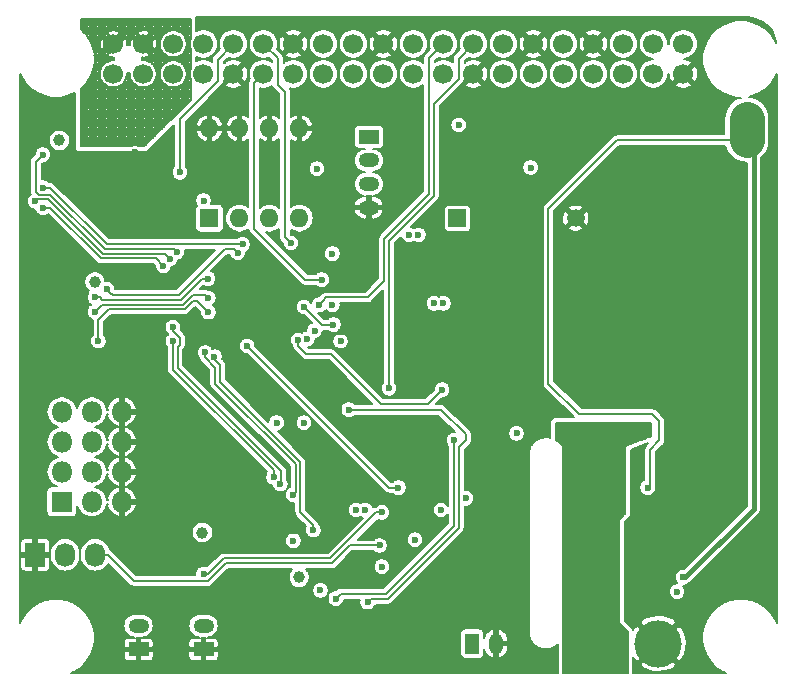
<source format=gbr>
G04 #@! TF.GenerationSoftware,KiCad,Pcbnew,5.0.0-rc2-dev-unknown-41ac458~64~ubuntu17.10.1*
G04 #@! TF.CreationDate,2018-04-19T23:44:08+03:00*
G04 #@! TF.ProjectId,obc-drone-hat,6F62632D64726F6E652D6861742E6B69,rev?*
G04 #@! TF.SameCoordinates,Original*
G04 #@! TF.FileFunction,Copper,L2,Inr,Signal*
G04 #@! TF.FilePolarity,Positive*
%FSLAX46Y46*%
G04 Gerber Fmt 4.6, Leading zero omitted, Abs format (unit mm)*
G04 Created by KiCad (PCBNEW 5.0.0-rc2-dev-unknown-41ac458~64~ubuntu17.10.1) date Thu Apr 19 23:44:08 2018*
%MOMM*%
%LPD*%
G01*
G04 APERTURE LIST*
%ADD10O,1.600000X1.600000*%
%ADD11R,1.600000X1.600000*%
%ADD12O,1.730000X2.030000*%
%ADD13R,1.730000X2.030000*%
%ADD14O,1.200000X1.750000*%
%ADD15R,1.200000X1.750000*%
%ADD16O,1.750000X1.200000*%
%ADD17R,1.750000X1.200000*%
%ADD18O,1.800000X1.800000*%
%ADD19R,1.800000X1.800000*%
%ADD20C,1.700000*%
%ADD21C,0.500000*%
%ADD22C,4.000000*%
%ADD23R,1.500000X1.500000*%
%ADD24C,1.500000*%
%ADD25C,0.600000*%
%ADD26C,1.000000*%
%ADD27C,0.200000*%
%ADD28C,3.000000*%
%ADD29C,0.400000*%
%ADD30C,0.150000*%
G04 APERTURE END LIST*
D10*
X146500000Y-93380000D03*
X154120000Y-101000000D03*
X149040000Y-93380000D03*
X151580000Y-101000000D03*
X151580000Y-93380000D03*
X149040000Y-101000000D03*
X154120000Y-93380000D03*
D11*
X146500000Y-101000000D03*
D12*
X136830000Y-129500000D03*
X134290000Y-129500000D03*
D13*
X131750000Y-129500000D03*
D14*
X170750000Y-137000000D03*
D15*
X168750000Y-137000000D03*
D16*
X160000000Y-100100000D03*
X160000000Y-98100000D03*
X160000000Y-96100000D03*
D17*
X160000000Y-94100000D03*
D16*
X140500000Y-135500000D03*
D17*
X140500000Y-137500000D03*
D16*
X146000000Y-135500000D03*
D17*
X146000000Y-137500000D03*
D18*
X139080000Y-117380000D03*
X136540000Y-117380000D03*
X134000000Y-117380000D03*
X139080000Y-119920000D03*
X136540000Y-119920000D03*
X134000000Y-119920000D03*
X139080000Y-122460000D03*
X136540000Y-122460000D03*
X134000000Y-122460000D03*
X139080000Y-125000000D03*
X136540000Y-125000000D03*
D19*
X134000000Y-125000000D03*
D20*
X186630000Y-86230000D03*
X186630000Y-88770000D03*
X184090000Y-86230000D03*
X184090000Y-88770000D03*
X181550000Y-86230000D03*
X181550000Y-88770000D03*
X179010000Y-86230000D03*
X179010000Y-88770000D03*
X176470000Y-86230000D03*
X176470000Y-88770000D03*
X173930000Y-86230000D03*
X173930000Y-88770000D03*
X171390000Y-86230000D03*
X171390000Y-88770000D03*
X168850000Y-86230000D03*
X168850000Y-88770000D03*
X166310000Y-86230000D03*
X166310000Y-88770000D03*
X163770000Y-86230000D03*
X163770000Y-88770000D03*
X161230000Y-86230000D03*
X161230000Y-88770000D03*
X158690000Y-86230000D03*
X158690000Y-88770000D03*
X156150000Y-86230000D03*
X156150000Y-88770000D03*
X153610000Y-86230000D03*
X153610000Y-88770000D03*
X151070000Y-86230000D03*
X151070000Y-88770000D03*
X148530000Y-86230000D03*
X148530000Y-88770000D03*
X145990000Y-86230000D03*
X145990000Y-88770000D03*
X143450000Y-86230000D03*
X143450000Y-88770000D03*
X140910000Y-86230000D03*
X140910000Y-88770000D03*
X138370000Y-86230000D03*
X138370000Y-88770000D03*
D21*
X185972243Y-136150000D03*
X185972243Y-137850000D03*
X184500000Y-138700000D03*
X183027757Y-137850000D03*
X183027757Y-136150000D03*
X184500000Y-135300000D03*
X180972243Y-136150000D03*
X180972243Y-137850000D03*
X179500000Y-138700000D03*
X178027757Y-137850000D03*
X178027757Y-136150000D03*
X179500000Y-135300000D03*
D22*
X184500000Y-137000000D03*
X179500000Y-137000000D03*
D23*
X167500000Y-101000000D03*
D24*
X177500000Y-101000000D03*
D25*
X189875000Y-121250000D03*
X189875000Y-120500000D03*
X189875000Y-122000000D03*
X189875000Y-122750000D03*
X189000000Y-123500000D03*
X190750000Y-119750000D03*
X190750000Y-119000000D03*
X190750000Y-120500000D03*
X190750000Y-121250000D03*
X190750000Y-122750000D03*
X190750000Y-122000000D03*
X190750000Y-123500000D03*
X189875000Y-123500000D03*
X189000000Y-122000000D03*
X189000000Y-121250000D03*
X189000000Y-119750000D03*
X189875000Y-119750000D03*
X189000000Y-119000000D03*
X189875000Y-119000000D03*
X189000000Y-120500000D03*
X189000000Y-122750000D03*
X151000000Y-108000000D03*
X151000000Y-107400000D03*
X151000000Y-108600000D03*
X151600000Y-108000000D03*
X150400000Y-108000000D03*
X171000000Y-125500000D03*
X151100000Y-111900000D03*
X157600000Y-116500000D03*
X157900000Y-130500000D03*
X166000000Y-124600000D03*
X150400000Y-131000000D03*
X161300000Y-129500000D03*
X132100000Y-101300000D03*
X152600000Y-124900000D03*
X159500000Y-110000000D03*
X140200000Y-95400000D03*
X157641379Y-110601059D03*
X157000000Y-121000000D03*
X161000000Y-121000000D03*
X157000000Y-124000000D03*
X155600000Y-96800000D03*
X163900000Y-128200000D03*
X168200000Y-124700000D03*
X153600000Y-128300000D03*
X154500000Y-118300000D03*
X152200000Y-118300000D03*
X156900000Y-104000000D03*
X157600000Y-111400000D03*
X167600000Y-93100000D03*
X136100000Y-90300000D03*
X136100000Y-90900000D03*
X136100000Y-91500000D03*
X136100000Y-92100000D03*
X136100000Y-92700000D03*
D26*
X154100000Y-131400000D03*
D25*
X173700000Y-96700000D03*
X149700000Y-111800000D03*
X162500014Y-123800000D03*
X157200000Y-133200000D03*
X167200000Y-119800000D03*
X154500000Y-108500000D03*
X157000000Y-110000000D03*
X156900000Y-108300000D03*
X155399979Y-110500000D03*
X159900000Y-133500000D03*
X158300000Y-117200000D03*
X151934306Y-122934306D03*
X143400006Y-111400000D03*
X152500000Y-123500000D03*
X143399980Y-110200000D03*
X153600000Y-124400000D03*
X146134350Y-112356234D03*
X146922546Y-112720151D03*
X155300000Y-127400000D03*
X155900000Y-132500000D03*
X186100000Y-132600000D03*
X163400000Y-102400000D03*
X158899987Y-125700000D03*
X164200013Y-102400000D03*
X159700000Y-125700000D03*
X161099912Y-130500000D03*
X166300013Y-108200000D03*
X146000000Y-131099990D03*
X161100000Y-125899950D03*
X160900000Y-128700000D03*
X146000000Y-99500000D03*
X166200000Y-115500000D03*
X154000000Y-111300000D03*
X156000000Y-106200000D03*
X142600000Y-105000000D03*
X149300000Y-103200000D03*
X143172312Y-104441003D03*
X132400000Y-95600000D03*
X143729883Y-103867302D03*
X136800006Y-107700000D03*
X146390322Y-106099946D03*
X136800000Y-108899982D03*
X146400000Y-107750021D03*
X148900000Y-103900000D03*
X137800000Y-106999990D03*
X137100000Y-111399978D03*
X146400000Y-108950032D03*
X161699992Y-115400000D03*
X153400000Y-103100000D03*
X154800000Y-111200012D03*
X155800000Y-108300000D03*
X144000000Y-97100000D03*
X191400000Y-94400000D03*
X192600000Y-93800000D03*
X192000000Y-94400000D03*
X191400000Y-93800000D03*
X192000000Y-93800000D03*
X192600000Y-94400000D03*
X191400000Y-93200000D03*
X192600000Y-93200000D03*
X192000000Y-92600000D03*
X192000000Y-93200000D03*
X192600000Y-92600000D03*
X191400000Y-92600000D03*
X183600000Y-123800000D03*
X186600000Y-131400000D03*
D26*
X136800000Y-106400000D03*
X133800000Y-94400000D03*
X145900000Y-127600000D03*
D25*
X172500000Y-119200000D03*
X177540000Y-118710000D03*
X183500000Y-118750000D03*
X178750000Y-128000000D03*
X178750000Y-130500000D03*
X178750000Y-133000000D03*
X178250000Y-133000000D03*
X178250000Y-130500000D03*
X178250000Y-128000000D03*
X177540000Y-118710000D03*
X176300000Y-118600000D03*
X176800000Y-118600000D03*
X176300000Y-119100000D03*
X176300000Y-119600000D03*
X176800000Y-119100000D03*
X176800000Y-119600000D03*
X166100000Y-125700000D03*
X165500000Y-108200000D03*
X132400000Y-100100004D03*
X132400009Y-98399978D03*
X131729328Y-99563859D03*
D27*
X146500000Y-90800000D02*
X146500000Y-93380000D01*
X148530000Y-88770000D02*
X146500000Y-90800000D01*
X149700000Y-111800000D02*
X161700000Y-123800000D01*
X161700000Y-123800000D02*
X162075750Y-123800000D01*
X162075750Y-123800000D02*
X162500014Y-123800000D01*
X167200000Y-120224264D02*
X167200000Y-119800000D01*
X157200000Y-133200000D02*
X157600011Y-132799989D01*
X157600011Y-132799989D02*
X161434311Y-132799989D01*
X167200000Y-127034300D02*
X167200000Y-120224264D01*
X161434311Y-132799989D02*
X167200000Y-127034300D01*
X154500000Y-108500000D02*
X156000000Y-110000000D01*
X156000000Y-110000000D02*
X157000000Y-110000000D01*
X159900000Y-133500000D02*
X160200000Y-133200000D01*
X160200000Y-133200000D02*
X161600000Y-133200000D01*
X161600000Y-133200000D02*
X167600000Y-127200000D01*
X167600000Y-127200000D02*
X167600000Y-120400000D01*
X167600000Y-120400000D02*
X168200000Y-119800000D01*
X168200000Y-119800000D02*
X168200000Y-119300000D01*
X168200000Y-119300000D02*
X166100000Y-117200000D01*
X166100000Y-117200000D02*
X158300000Y-117200000D01*
X143400006Y-111824264D02*
X143400006Y-111400000D01*
X151934306Y-122334306D02*
X143400006Y-113800006D01*
X151934306Y-122934306D02*
X151934306Y-122334306D01*
X143400006Y-113800006D02*
X143400006Y-111824264D01*
X143399980Y-110511972D02*
X143399980Y-110200000D01*
X152600000Y-123400000D02*
X152600000Y-122434300D01*
X152500000Y-123500000D02*
X152600000Y-123400000D01*
X152600000Y-122434300D02*
X143800016Y-113634316D01*
X143800016Y-113634316D02*
X143800016Y-111887992D01*
X143800016Y-111887992D02*
X144000007Y-111688001D01*
X144000007Y-111111999D02*
X143399980Y-110511972D01*
X144000007Y-111688001D02*
X144000007Y-111111999D01*
X146134350Y-112780498D02*
X146134350Y-112356234D01*
X147000000Y-113646148D02*
X146134350Y-112780498D01*
X147000000Y-115000000D02*
X147000000Y-113646148D01*
X153800000Y-121800000D02*
X147000000Y-115000000D01*
X153600000Y-124400000D02*
X153800000Y-124200000D01*
X153800000Y-124200000D02*
X153800000Y-121800000D01*
X155300000Y-126975736D02*
X155300000Y-127400000D01*
X154200000Y-121634300D02*
X154200000Y-125875736D01*
X146922546Y-112922546D02*
X147400011Y-113400011D01*
X146922546Y-112720151D02*
X146922546Y-112922546D01*
X147400011Y-114834311D02*
X154200000Y-121634300D01*
X147400011Y-113400011D02*
X147400011Y-114834311D01*
X154200000Y-125875736D02*
X155300000Y-126975736D01*
X160675736Y-125899950D02*
X161100000Y-125899950D01*
X156734300Y-129800000D02*
X160634350Y-125899950D01*
X147700000Y-129800000D02*
X156734300Y-129800000D01*
X146400010Y-131099990D02*
X147700000Y-129800000D01*
X146000000Y-131099990D02*
X146400010Y-131099990D01*
X160634350Y-125899950D02*
X160675736Y-125899950D01*
X160900000Y-128700000D02*
X158400000Y-128700000D01*
X146365700Y-131700000D02*
X140095000Y-131700000D01*
X147865689Y-130200011D02*
X146365700Y-131700000D01*
X137895000Y-129500000D02*
X136830000Y-129500000D01*
X156899989Y-130200011D02*
X147865689Y-130200011D01*
X140095000Y-131700000D02*
X137895000Y-129500000D01*
X158400000Y-128700000D02*
X156899989Y-130200011D01*
X154000000Y-111800000D02*
X154000000Y-111300000D01*
X154700000Y-112500000D02*
X154000000Y-111800000D01*
X156800000Y-112500000D02*
X154700000Y-112500000D01*
X161000000Y-116700000D02*
X156800000Y-112500000D01*
X166200000Y-115500000D02*
X165000000Y-116700000D01*
X165000000Y-116700000D02*
X161000000Y-116700000D01*
X150300000Y-89540000D02*
X151070000Y-88770000D01*
X150300000Y-101900000D02*
X150300000Y-89540000D01*
X156000000Y-106200000D02*
X154600000Y-106200000D01*
X154600000Y-106200000D02*
X150300000Y-101900000D01*
X137224270Y-107700000D02*
X137424281Y-107900011D01*
X144077685Y-107900011D02*
X145877750Y-106099946D01*
X136800006Y-107700000D02*
X137224270Y-107700000D01*
X161699992Y-114975736D02*
X161699992Y-115400000D01*
X161699992Y-102900008D02*
X161699992Y-114975736D01*
X165500000Y-99100000D02*
X161699992Y-102900008D01*
X165500000Y-91282002D02*
X165500000Y-99100000D01*
X167600000Y-87480000D02*
X167600000Y-89182002D01*
X168850000Y-86230000D02*
X167600000Y-87480000D01*
X167600000Y-89182002D02*
X165500000Y-91282002D01*
X165099989Y-87440011D02*
X165099989Y-98934311D01*
X165099989Y-98934311D02*
X161299981Y-102734319D01*
X156400001Y-107699999D02*
X156099999Y-108000001D01*
X156099999Y-108000001D02*
X155800000Y-108300000D01*
X159900001Y-107699999D02*
X156400001Y-107699999D01*
X161299981Y-106300019D02*
X159900001Y-107699999D01*
X166310000Y-86230000D02*
X165099989Y-87440011D01*
X161299981Y-102734319D02*
X161299981Y-106300019D01*
X183800000Y-123600000D02*
X183600000Y-123800000D01*
X184600000Y-119800000D02*
X183800000Y-120600000D01*
X184600000Y-118200000D02*
X184600000Y-119800000D01*
X181000000Y-94400000D02*
X175200000Y-100200000D01*
X191400000Y-94400000D02*
X181000000Y-94400000D01*
X175200000Y-100200000D02*
X175200000Y-115000000D01*
X175200000Y-115000000D02*
X177800000Y-117600000D01*
X184000000Y-117600000D02*
X184600000Y-118200000D01*
X183800000Y-120600000D02*
X183800000Y-123600000D01*
X177800000Y-117600000D02*
X184000000Y-117600000D01*
D28*
X192000000Y-92600000D02*
X192000000Y-94400000D01*
D29*
X192600000Y-94400000D02*
X192600000Y-125600000D01*
X192600000Y-125600000D02*
X186800000Y-131400000D01*
X186800000Y-131400000D02*
X186600000Y-131400000D01*
D27*
X137424281Y-107900011D02*
X144077685Y-107900011D01*
X145966058Y-106099946D02*
X146390322Y-106099946D01*
X145877750Y-106099946D02*
X145966058Y-106099946D01*
X145093374Y-107450022D02*
X146100001Y-107450022D01*
X146100001Y-107450022D02*
X146400000Y-107750021D01*
X137399960Y-108300022D02*
X144243374Y-108300022D01*
X136800000Y-108899982D02*
X137399960Y-108300022D01*
X144243374Y-108300022D02*
X145093374Y-107450022D01*
X145109096Y-108000000D02*
X145449968Y-108000000D01*
X144409063Y-108700033D02*
X145109096Y-108000000D01*
X145449968Y-108000000D02*
X146400000Y-108950032D01*
X137100000Y-109600000D02*
X137999967Y-108700033D01*
X137999967Y-108700033D02*
X144409063Y-108700033D01*
X137100000Y-111399978D02*
X137100000Y-109600000D01*
X132400004Y-100100000D02*
X132400000Y-100100004D01*
X133000000Y-100100000D02*
X132400004Y-100100000D01*
X137300000Y-104400000D02*
X133000000Y-100100000D01*
X142600000Y-105000000D02*
X142000000Y-104400000D01*
X142000000Y-104400000D02*
X137300000Y-104400000D01*
X132824273Y-98399978D02*
X132400009Y-98399978D01*
X132997078Y-98399978D02*
X132824273Y-98399978D01*
X149300000Y-103200000D02*
X137797100Y-103200000D01*
X137797100Y-103200000D02*
X132997078Y-98399978D01*
X131893188Y-99399999D02*
X131729328Y-99563859D01*
X132865699Y-99399999D02*
X131893188Y-99399999D01*
X143172312Y-104441003D02*
X142731309Y-104000000D01*
X137465700Y-104000000D02*
X132865699Y-99399999D01*
X142731309Y-104000000D02*
X137465700Y-104000000D01*
X131799999Y-96200001D02*
X131799999Y-98753677D01*
X133031388Y-98999988D02*
X137631400Y-103600000D01*
X143462581Y-103600000D02*
X143729883Y-103867302D01*
X137631400Y-103600000D02*
X143462581Y-103600000D01*
X132400000Y-95600000D02*
X131799999Y-96200001D01*
X131799999Y-98753677D02*
X132046310Y-98999988D01*
X132046310Y-98999988D02*
X133031388Y-98999988D01*
X138099999Y-107299989D02*
X137800000Y-106999990D01*
X138300010Y-107500000D02*
X138099999Y-107299989D01*
X147811996Y-103600000D02*
X143911996Y-107500000D01*
X143911996Y-107500000D02*
X138300010Y-107500000D01*
X148900000Y-103900000D02*
X148600000Y-103600000D01*
X148600000Y-103600000D02*
X147811996Y-103600000D01*
X152300000Y-87460000D02*
X151070000Y-86230000D01*
X152300000Y-89700000D02*
X152300000Y-87460000D01*
X152900000Y-90300000D02*
X152300000Y-89700000D01*
X153400000Y-103100000D02*
X152900000Y-102600000D01*
X152900000Y-102600000D02*
X152900000Y-90300000D01*
X147200000Y-89400000D02*
X144000000Y-92600000D01*
X144000000Y-96675736D02*
X144000000Y-97100000D01*
X148530000Y-86230000D02*
X147200000Y-87560000D01*
X144000000Y-92600000D02*
X144000000Y-96675736D01*
X147200000Y-87560000D02*
X147200000Y-89400000D01*
G36*
X192489999Y-84025323D02*
X192961336Y-84167628D01*
X193396053Y-84398770D01*
X193777595Y-84709950D01*
X194091434Y-85089315D01*
X194325604Y-85522404D01*
X194471196Y-85992736D01*
X194488433Y-86156728D01*
X194402267Y-85948706D01*
X194043858Y-85412309D01*
X193587691Y-84956142D01*
X193051294Y-84597733D01*
X192455282Y-84350857D01*
X191822559Y-84225000D01*
X191177441Y-84225000D01*
X190544718Y-84350857D01*
X189948706Y-84597733D01*
X189412309Y-84956142D01*
X188956142Y-85412309D01*
X188597733Y-85948706D01*
X188350857Y-86544718D01*
X188225000Y-87177441D01*
X188225000Y-87822559D01*
X188350857Y-88455282D01*
X188597733Y-89051294D01*
X188956142Y-89587691D01*
X189412309Y-90043858D01*
X189948706Y-90402267D01*
X190544718Y-90649143D01*
X191177441Y-90775000D01*
X191470922Y-90775000D01*
X191269383Y-90836136D01*
X190939309Y-91012564D01*
X190649997Y-91249997D01*
X190412564Y-91539309D01*
X190236136Y-91869384D01*
X190127492Y-92227536D01*
X190100000Y-92506664D01*
X190100000Y-93900000D01*
X181024560Y-93900000D01*
X181000000Y-93897581D01*
X180975440Y-93900000D01*
X180901983Y-93907235D01*
X180807733Y-93935825D01*
X180720871Y-93982254D01*
X180644736Y-94044736D01*
X180629080Y-94063813D01*
X174863824Y-99829071D01*
X174844736Y-99844736D01*
X174782254Y-99920871D01*
X174735825Y-100007734D01*
X174724907Y-100043726D01*
X174707235Y-100101983D01*
X174697581Y-100200000D01*
X174700000Y-100224560D01*
X174700001Y-114975430D01*
X174697581Y-115000000D01*
X174707235Y-115098017D01*
X174728594Y-115168426D01*
X174735826Y-115192267D01*
X174782255Y-115279129D01*
X174844737Y-115355264D01*
X174863819Y-115370924D01*
X177342893Y-117850000D01*
X175750000Y-117850000D01*
X175596927Y-117880448D01*
X175467157Y-117967157D01*
X175380448Y-118096927D01*
X175350000Y-118250000D01*
X175350000Y-119570428D01*
X175321492Y-119562038D01*
X175279208Y-119553972D01*
X175237033Y-119545315D01*
X175230433Y-119544668D01*
X175036071Y-119526979D01*
X174993019Y-119527279D01*
X174949967Y-119526979D01*
X174943366Y-119527626D01*
X174749270Y-119548027D01*
X174707115Y-119556680D01*
X174664810Y-119564750D01*
X174658463Y-119566667D01*
X174658457Y-119566669D01*
X174472023Y-119624380D01*
X174432322Y-119641068D01*
X174392419Y-119657190D01*
X174386572Y-119660299D01*
X174386563Y-119660303D01*
X174386556Y-119660308D01*
X174214886Y-119753129D01*
X174179195Y-119777203D01*
X174143169Y-119800777D01*
X174138039Y-119804961D01*
X174138031Y-119804967D01*
X174138024Y-119804974D01*
X173987652Y-119929373D01*
X173957303Y-119959934D01*
X173926558Y-119990042D01*
X173922330Y-119995152D01*
X173798980Y-120146394D01*
X173775155Y-120182254D01*
X173750833Y-120217775D01*
X173747679Y-120223609D01*
X173656054Y-120395931D01*
X173639659Y-120435709D01*
X173622688Y-120475304D01*
X173620727Y-120481640D01*
X173564318Y-120668476D01*
X173555953Y-120710721D01*
X173547005Y-120752818D01*
X173546312Y-120759414D01*
X173527267Y-120953648D01*
X173527267Y-120953661D01*
X173525001Y-120976668D01*
X173525000Y-136023331D01*
X173527364Y-136047334D01*
X173527364Y-136060314D01*
X173528057Y-136066910D01*
X173549812Y-136260860D01*
X173558767Y-136302992D01*
X173567126Y-136345204D01*
X173569087Y-136351539D01*
X173628100Y-136537570D01*
X173645055Y-136577130D01*
X173661465Y-136616942D01*
X173664616Y-136622767D01*
X173664620Y-136622777D01*
X173664626Y-136622785D01*
X173758642Y-136793801D01*
X173782976Y-136829340D01*
X173806788Y-136865181D01*
X173811015Y-136870291D01*
X173936465Y-137019797D01*
X173967227Y-137049921D01*
X173997561Y-137080468D01*
X174002695Y-137084654D01*
X174002699Y-137084658D01*
X174002701Y-137084659D01*
X174154801Y-137206950D01*
X174190788Y-137230499D01*
X174226514Y-137254597D01*
X174232370Y-137257710D01*
X174405325Y-137348130D01*
X174445265Y-137364267D01*
X174484933Y-137380942D01*
X174491276Y-137382857D01*
X174491278Y-137382858D01*
X174491280Y-137382858D01*
X174491282Y-137382859D01*
X174678508Y-137437961D01*
X174720754Y-137446020D01*
X174762966Y-137454685D01*
X174769567Y-137455332D01*
X174963929Y-137473021D01*
X175006981Y-137472721D01*
X175050033Y-137473021D01*
X175056633Y-137472374D01*
X175250730Y-137451973D01*
X175292885Y-137443320D01*
X175335190Y-137435250D01*
X175341537Y-137433333D01*
X175341543Y-137433331D01*
X175527977Y-137375620D01*
X175567690Y-137358927D01*
X175607581Y-137342810D01*
X175613428Y-137339701D01*
X175613437Y-137339697D01*
X175613444Y-137339692D01*
X175785114Y-137246872D01*
X175820832Y-137222780D01*
X175856831Y-137199223D01*
X175861970Y-137195031D01*
X176000000Y-137080842D01*
X176000000Y-139525000D01*
X134754990Y-139525000D01*
X135051294Y-139402267D01*
X135587691Y-139043858D01*
X136043858Y-138587691D01*
X136402267Y-138051294D01*
X136527066Y-137750000D01*
X139225000Y-137750000D01*
X139225000Y-138139397D01*
X139240372Y-138216676D01*
X139270525Y-138289471D01*
X139314300Y-138354986D01*
X139370015Y-138410701D01*
X139435529Y-138454476D01*
X139508325Y-138484628D01*
X139585604Y-138500000D01*
X140250000Y-138500000D01*
X140350000Y-138400000D01*
X140350000Y-137650000D01*
X140650000Y-137650000D01*
X140650000Y-138400000D01*
X140750000Y-138500000D01*
X141414396Y-138500000D01*
X141491675Y-138484628D01*
X141564471Y-138454476D01*
X141629985Y-138410701D01*
X141685700Y-138354986D01*
X141729475Y-138289471D01*
X141759628Y-138216676D01*
X141775000Y-138139397D01*
X141775000Y-137750000D01*
X144725000Y-137750000D01*
X144725000Y-138139397D01*
X144740372Y-138216676D01*
X144770525Y-138289471D01*
X144814300Y-138354986D01*
X144870015Y-138410701D01*
X144935529Y-138454476D01*
X145008325Y-138484628D01*
X145085604Y-138500000D01*
X145750000Y-138500000D01*
X145850000Y-138400000D01*
X145850000Y-137650000D01*
X146150000Y-137650000D01*
X146150000Y-138400000D01*
X146250000Y-138500000D01*
X146914396Y-138500000D01*
X146991675Y-138484628D01*
X147064471Y-138454476D01*
X147129985Y-138410701D01*
X147185700Y-138354986D01*
X147229475Y-138289471D01*
X147259628Y-138216676D01*
X147275000Y-138139397D01*
X147275000Y-137750000D01*
X147175000Y-137650000D01*
X146150000Y-137650000D01*
X145850000Y-137650000D01*
X144825000Y-137650000D01*
X144725000Y-137750000D01*
X141775000Y-137750000D01*
X141675000Y-137650000D01*
X140650000Y-137650000D01*
X140350000Y-137650000D01*
X139325000Y-137650000D01*
X139225000Y-137750000D01*
X136527066Y-137750000D01*
X136649143Y-137455282D01*
X136775000Y-136822559D01*
X136775000Y-136177441D01*
X136649143Y-135544718D01*
X136630621Y-135500000D01*
X139220162Y-135500000D01*
X139239470Y-135696034D01*
X139296651Y-135884535D01*
X139389508Y-136058258D01*
X139514472Y-136210528D01*
X139666742Y-136335492D01*
X139840465Y-136428349D01*
X140028966Y-136485530D01*
X140175880Y-136500000D01*
X139585604Y-136500000D01*
X139508325Y-136515372D01*
X139435529Y-136545524D01*
X139370015Y-136589299D01*
X139314300Y-136645014D01*
X139270525Y-136710529D01*
X139240372Y-136783324D01*
X139225000Y-136860603D01*
X139225000Y-137250000D01*
X139325000Y-137350000D01*
X140350000Y-137350000D01*
X140350000Y-136600000D01*
X140250000Y-136500000D01*
X140750000Y-136500000D01*
X140650000Y-136600000D01*
X140650000Y-137350000D01*
X141675000Y-137350000D01*
X141775000Y-137250000D01*
X141775000Y-136860603D01*
X141759628Y-136783324D01*
X141729475Y-136710529D01*
X141685700Y-136645014D01*
X141629985Y-136589299D01*
X141564471Y-136545524D01*
X141491675Y-136515372D01*
X141414396Y-136500000D01*
X140824120Y-136500000D01*
X140971034Y-136485530D01*
X141159535Y-136428349D01*
X141333258Y-136335492D01*
X141485528Y-136210528D01*
X141610492Y-136058258D01*
X141703349Y-135884535D01*
X141760530Y-135696034D01*
X141779838Y-135500000D01*
X144720162Y-135500000D01*
X144739470Y-135696034D01*
X144796651Y-135884535D01*
X144889508Y-136058258D01*
X145014472Y-136210528D01*
X145166742Y-136335492D01*
X145340465Y-136428349D01*
X145528966Y-136485530D01*
X145675880Y-136500000D01*
X145085604Y-136500000D01*
X145008325Y-136515372D01*
X144935529Y-136545524D01*
X144870015Y-136589299D01*
X144814300Y-136645014D01*
X144770525Y-136710529D01*
X144740372Y-136783324D01*
X144725000Y-136860603D01*
X144725000Y-137250000D01*
X144825000Y-137350000D01*
X145850000Y-137350000D01*
X145850000Y-136600000D01*
X145750000Y-136500000D01*
X146250000Y-136500000D01*
X146150000Y-136600000D01*
X146150000Y-137350000D01*
X147175000Y-137350000D01*
X147275000Y-137250000D01*
X147275000Y-136860603D01*
X147259628Y-136783324D01*
X147229475Y-136710529D01*
X147185700Y-136645014D01*
X147129985Y-136589299D01*
X147064471Y-136545524D01*
X146991675Y-136515372D01*
X146914396Y-136500000D01*
X146324120Y-136500000D01*
X146471034Y-136485530D01*
X146659535Y-136428349D01*
X146833258Y-136335492D01*
X146985528Y-136210528D01*
X147055718Y-136125000D01*
X167748065Y-136125000D01*
X167748065Y-137875000D01*
X167755788Y-137953414D01*
X167778660Y-138028814D01*
X167815803Y-138098303D01*
X167865789Y-138159211D01*
X167926697Y-138209197D01*
X167996186Y-138246340D01*
X168071586Y-138269212D01*
X168150000Y-138276935D01*
X169350000Y-138276935D01*
X169428414Y-138269212D01*
X169503814Y-138246340D01*
X169573303Y-138209197D01*
X169634211Y-138159211D01*
X169684197Y-138098303D01*
X169721340Y-138028814D01*
X169744212Y-137953414D01*
X169751935Y-137875000D01*
X169751935Y-137447879D01*
X169759796Y-137507070D01*
X169824097Y-137695790D01*
X169923980Y-137868339D01*
X170055606Y-138018087D01*
X170213918Y-138139278D01*
X170392831Y-138227256D01*
X170447182Y-138228048D01*
X170600000Y-138162412D01*
X170600000Y-137150000D01*
X170900000Y-137150000D01*
X170900000Y-138162412D01*
X171052818Y-138228048D01*
X171107169Y-138227256D01*
X171286082Y-138139278D01*
X171444394Y-138018087D01*
X171576020Y-137868339D01*
X171675903Y-137695790D01*
X171740204Y-137507070D01*
X171766452Y-137309432D01*
X171659324Y-137150000D01*
X170900000Y-137150000D01*
X170600000Y-137150000D01*
X170580000Y-137150000D01*
X170580000Y-136850000D01*
X170600000Y-136850000D01*
X170600000Y-135837588D01*
X170900000Y-135837588D01*
X170900000Y-136850000D01*
X171659324Y-136850000D01*
X171766452Y-136690568D01*
X171740204Y-136492930D01*
X171675903Y-136304210D01*
X171576020Y-136131661D01*
X171444394Y-135981913D01*
X171286082Y-135860722D01*
X171107169Y-135772744D01*
X171052818Y-135771952D01*
X170900000Y-135837588D01*
X170600000Y-135837588D01*
X170447182Y-135771952D01*
X170392831Y-135772744D01*
X170213918Y-135860722D01*
X170055606Y-135981913D01*
X169923980Y-136131661D01*
X169824097Y-136304210D01*
X169759796Y-136492930D01*
X169751935Y-136552121D01*
X169751935Y-136125000D01*
X169744212Y-136046586D01*
X169721340Y-135971186D01*
X169684197Y-135901697D01*
X169634211Y-135840789D01*
X169573303Y-135790803D01*
X169503814Y-135753660D01*
X169428414Y-135730788D01*
X169350000Y-135723065D01*
X168150000Y-135723065D01*
X168071586Y-135730788D01*
X167996186Y-135753660D01*
X167926697Y-135790803D01*
X167865789Y-135840789D01*
X167815803Y-135901697D01*
X167778660Y-135971186D01*
X167755788Y-136046586D01*
X167748065Y-136125000D01*
X147055718Y-136125000D01*
X147110492Y-136058258D01*
X147203349Y-135884535D01*
X147260530Y-135696034D01*
X147279838Y-135500000D01*
X147260530Y-135303966D01*
X147203349Y-135115465D01*
X147110492Y-134941742D01*
X146985528Y-134789472D01*
X146833258Y-134664508D01*
X146659535Y-134571651D01*
X146471034Y-134514470D01*
X146324120Y-134500000D01*
X145675880Y-134500000D01*
X145528966Y-134514470D01*
X145340465Y-134571651D01*
X145166742Y-134664508D01*
X145014472Y-134789472D01*
X144889508Y-134941742D01*
X144796651Y-135115465D01*
X144739470Y-135303966D01*
X144720162Y-135500000D01*
X141779838Y-135500000D01*
X141760530Y-135303966D01*
X141703349Y-135115465D01*
X141610492Y-134941742D01*
X141485528Y-134789472D01*
X141333258Y-134664508D01*
X141159535Y-134571651D01*
X140971034Y-134514470D01*
X140824120Y-134500000D01*
X140175880Y-134500000D01*
X140028966Y-134514470D01*
X139840465Y-134571651D01*
X139666742Y-134664508D01*
X139514472Y-134789472D01*
X139389508Y-134941742D01*
X139296651Y-135115465D01*
X139239470Y-135303966D01*
X139220162Y-135500000D01*
X136630621Y-135500000D01*
X136402267Y-134948706D01*
X136043858Y-134412309D01*
X135587691Y-133956142D01*
X135051294Y-133597733D01*
X134455282Y-133350857D01*
X133822559Y-133225000D01*
X133177441Y-133225000D01*
X132544718Y-133350857D01*
X131948706Y-133597733D01*
X131412309Y-133956142D01*
X130956142Y-134412309D01*
X130597733Y-134948706D01*
X130475000Y-135245010D01*
X130475000Y-132431056D01*
X155200000Y-132431056D01*
X155200000Y-132568944D01*
X155226901Y-132704182D01*
X155279668Y-132831574D01*
X155356274Y-132946224D01*
X155453776Y-133043726D01*
X155568426Y-133120332D01*
X155695818Y-133173099D01*
X155831056Y-133200000D01*
X155968944Y-133200000D01*
X156104182Y-133173099D01*
X156231574Y-133120332D01*
X156346224Y-133043726D01*
X156443726Y-132946224D01*
X156520332Y-132831574D01*
X156573099Y-132704182D01*
X156600000Y-132568944D01*
X156600000Y-132431056D01*
X156573099Y-132295818D01*
X156520332Y-132168426D01*
X156443726Y-132053776D01*
X156346224Y-131956274D01*
X156231574Y-131879668D01*
X156104182Y-131826901D01*
X155968944Y-131800000D01*
X155831056Y-131800000D01*
X155695818Y-131826901D01*
X155568426Y-131879668D01*
X155453776Y-131956274D01*
X155356274Y-132053776D01*
X155279668Y-132168426D01*
X155226901Y-132295818D01*
X155200000Y-132431056D01*
X130475000Y-132431056D01*
X130475000Y-129750000D01*
X130485000Y-129750000D01*
X130485000Y-130554397D01*
X130500372Y-130631676D01*
X130530525Y-130704471D01*
X130574300Y-130769986D01*
X130630015Y-130825701D01*
X130695529Y-130869476D01*
X130768325Y-130899628D01*
X130845604Y-130915000D01*
X131500000Y-130915000D01*
X131600000Y-130815000D01*
X131600000Y-129650000D01*
X131900000Y-129650000D01*
X131900000Y-130815000D01*
X132000000Y-130915000D01*
X132654396Y-130915000D01*
X132731675Y-130899628D01*
X132804471Y-130869476D01*
X132869985Y-130825701D01*
X132925700Y-130769986D01*
X132969475Y-130704471D01*
X132999628Y-130631676D01*
X133015000Y-130554397D01*
X133015000Y-129750000D01*
X132915000Y-129650000D01*
X131900000Y-129650000D01*
X131600000Y-129650000D01*
X130585000Y-129650000D01*
X130485000Y-129750000D01*
X130475000Y-129750000D01*
X130475000Y-128445603D01*
X130485000Y-128445603D01*
X130485000Y-129250000D01*
X130585000Y-129350000D01*
X131600000Y-129350000D01*
X131600000Y-128185000D01*
X131900000Y-128185000D01*
X131900000Y-129350000D01*
X132915000Y-129350000D01*
X132977137Y-129287863D01*
X133025000Y-129287863D01*
X133025000Y-129712138D01*
X133043304Y-129897983D01*
X133115638Y-130136437D01*
X133233102Y-130356196D01*
X133391183Y-130548818D01*
X133583805Y-130706898D01*
X133803564Y-130824362D01*
X134042018Y-130896696D01*
X134290000Y-130921120D01*
X134537983Y-130896696D01*
X134776437Y-130824362D01*
X134996196Y-130706898D01*
X135188818Y-130548818D01*
X135346898Y-130356195D01*
X135464362Y-130136436D01*
X135536696Y-129897982D01*
X135555000Y-129712137D01*
X135555000Y-129287863D01*
X135565000Y-129287863D01*
X135565000Y-129712138D01*
X135583304Y-129897983D01*
X135655638Y-130136437D01*
X135773102Y-130356196D01*
X135931183Y-130548818D01*
X136123805Y-130706898D01*
X136343564Y-130824362D01*
X136582018Y-130896696D01*
X136830000Y-130921120D01*
X137077983Y-130896696D01*
X137316437Y-130824362D01*
X137536196Y-130706898D01*
X137728818Y-130548818D01*
X137886898Y-130356195D01*
X137941652Y-130253758D01*
X139724080Y-132036187D01*
X139739736Y-132055264D01*
X139815871Y-132117746D01*
X139902733Y-132164175D01*
X139996983Y-132192765D01*
X140095000Y-132202419D01*
X140119560Y-132200000D01*
X146341140Y-132200000D01*
X146365700Y-132202419D01*
X146390260Y-132200000D01*
X146463717Y-132192765D01*
X146557967Y-132164175D01*
X146644829Y-132117746D01*
X146720964Y-132055264D01*
X146736629Y-132036176D01*
X148072796Y-130700011D01*
X153527649Y-130700011D01*
X153526283Y-130700924D01*
X153400924Y-130826283D01*
X153302430Y-130973690D01*
X153234586Y-131137480D01*
X153200000Y-131311358D01*
X153200000Y-131488642D01*
X153234586Y-131662520D01*
X153302430Y-131826310D01*
X153400924Y-131973717D01*
X153526283Y-132099076D01*
X153673690Y-132197570D01*
X153837480Y-132265414D01*
X154011358Y-132300000D01*
X154188642Y-132300000D01*
X154362520Y-132265414D01*
X154526310Y-132197570D01*
X154673717Y-132099076D01*
X154799076Y-131973717D01*
X154897570Y-131826310D01*
X154965414Y-131662520D01*
X155000000Y-131488642D01*
X155000000Y-131311358D01*
X154965414Y-131137480D01*
X154897570Y-130973690D01*
X154799076Y-130826283D01*
X154673717Y-130700924D01*
X154672351Y-130700011D01*
X156875429Y-130700011D01*
X156899989Y-130702430D01*
X156924549Y-130700011D01*
X156998006Y-130692776D01*
X157092256Y-130664186D01*
X157179118Y-130617757D01*
X157255253Y-130555275D01*
X157270918Y-130536187D01*
X157376049Y-130431056D01*
X160399912Y-130431056D01*
X160399912Y-130568944D01*
X160426813Y-130704182D01*
X160479580Y-130831574D01*
X160556186Y-130946224D01*
X160653688Y-131043726D01*
X160768338Y-131120332D01*
X160895730Y-131173099D01*
X161030968Y-131200000D01*
X161168856Y-131200000D01*
X161304094Y-131173099D01*
X161431486Y-131120332D01*
X161546136Y-131043726D01*
X161643638Y-130946224D01*
X161720244Y-130831574D01*
X161773011Y-130704182D01*
X161799912Y-130568944D01*
X161799912Y-130431056D01*
X161773011Y-130295818D01*
X161720244Y-130168426D01*
X161643638Y-130053776D01*
X161546136Y-129956274D01*
X161431486Y-129879668D01*
X161304094Y-129826901D01*
X161168856Y-129800000D01*
X161030968Y-129800000D01*
X160895730Y-129826901D01*
X160768338Y-129879668D01*
X160653688Y-129956274D01*
X160556186Y-130053776D01*
X160479580Y-130168426D01*
X160426813Y-130295818D01*
X160399912Y-130431056D01*
X157376049Y-130431056D01*
X158607107Y-129200000D01*
X160410050Y-129200000D01*
X160453776Y-129243726D01*
X160568426Y-129320332D01*
X160695818Y-129373099D01*
X160831056Y-129400000D01*
X160968944Y-129400000D01*
X161104182Y-129373099D01*
X161231574Y-129320332D01*
X161346224Y-129243726D01*
X161443726Y-129146224D01*
X161520332Y-129031574D01*
X161573099Y-128904182D01*
X161600000Y-128768944D01*
X161600000Y-128631056D01*
X161573099Y-128495818D01*
X161520332Y-128368426D01*
X161443726Y-128253776D01*
X161346224Y-128156274D01*
X161308483Y-128131056D01*
X163200000Y-128131056D01*
X163200000Y-128268944D01*
X163226901Y-128404182D01*
X163279668Y-128531574D01*
X163356274Y-128646224D01*
X163453776Y-128743726D01*
X163568426Y-128820332D01*
X163695818Y-128873099D01*
X163831056Y-128900000D01*
X163968944Y-128900000D01*
X164104182Y-128873099D01*
X164231574Y-128820332D01*
X164346224Y-128743726D01*
X164443726Y-128646224D01*
X164520332Y-128531574D01*
X164573099Y-128404182D01*
X164600000Y-128268944D01*
X164600000Y-128131056D01*
X164573099Y-127995818D01*
X164520332Y-127868426D01*
X164443726Y-127753776D01*
X164346224Y-127656274D01*
X164231574Y-127579668D01*
X164104182Y-127526901D01*
X163968944Y-127500000D01*
X163831056Y-127500000D01*
X163695818Y-127526901D01*
X163568426Y-127579668D01*
X163453776Y-127656274D01*
X163356274Y-127753776D01*
X163279668Y-127868426D01*
X163226901Y-127995818D01*
X163200000Y-128131056D01*
X161308483Y-128131056D01*
X161231574Y-128079668D01*
X161104182Y-128026901D01*
X160968944Y-128000000D01*
X160831056Y-128000000D01*
X160695818Y-128026901D01*
X160568426Y-128079668D01*
X160453776Y-128156274D01*
X160410050Y-128200000D01*
X159041406Y-128200000D01*
X160740071Y-126501336D01*
X160768426Y-126520282D01*
X160895818Y-126573049D01*
X161031056Y-126599950D01*
X161168944Y-126599950D01*
X161304182Y-126573049D01*
X161431574Y-126520282D01*
X161546224Y-126443676D01*
X161643726Y-126346174D01*
X161720332Y-126231524D01*
X161773099Y-126104132D01*
X161800000Y-125968894D01*
X161800000Y-125831006D01*
X161773099Y-125695768D01*
X161720332Y-125568376D01*
X161643726Y-125453726D01*
X161546224Y-125356224D01*
X161431574Y-125279618D01*
X161304182Y-125226851D01*
X161168944Y-125199950D01*
X161031056Y-125199950D01*
X160895818Y-125226851D01*
X160768426Y-125279618D01*
X160653776Y-125356224D01*
X160610078Y-125399922D01*
X160609790Y-125399950D01*
X160536333Y-125407185D01*
X160442083Y-125435775D01*
X160365241Y-125476848D01*
X160320332Y-125368426D01*
X160243726Y-125253776D01*
X160146224Y-125156274D01*
X160031574Y-125079668D01*
X159904182Y-125026901D01*
X159768944Y-125000000D01*
X159631056Y-125000000D01*
X159495818Y-125026901D01*
X159368426Y-125079668D01*
X159299994Y-125125393D01*
X159231561Y-125079668D01*
X159104169Y-125026901D01*
X158968931Y-125000000D01*
X158831043Y-125000000D01*
X158695805Y-125026901D01*
X158568413Y-125079668D01*
X158453763Y-125156274D01*
X158356261Y-125253776D01*
X158279655Y-125368426D01*
X158226888Y-125495818D01*
X158199987Y-125631056D01*
X158199987Y-125768944D01*
X158226888Y-125904182D01*
X158279655Y-126031574D01*
X158356261Y-126146224D01*
X158453763Y-126243726D01*
X158568413Y-126320332D01*
X158695805Y-126373099D01*
X158831043Y-126400000D01*
X158968931Y-126400000D01*
X159104169Y-126373099D01*
X159231561Y-126320332D01*
X159299994Y-126274607D01*
X159368426Y-126320332D01*
X159466315Y-126360879D01*
X156527195Y-129300000D01*
X147724549Y-129300000D01*
X147699999Y-129297582D01*
X147675449Y-129300000D01*
X147675440Y-129300000D01*
X147601983Y-129307235D01*
X147507733Y-129335825D01*
X147420871Y-129382254D01*
X147344736Y-129444736D01*
X147329080Y-129463813D01*
X146318607Y-130474287D01*
X146204182Y-130426891D01*
X146068944Y-130399990D01*
X145931056Y-130399990D01*
X145795818Y-130426891D01*
X145668426Y-130479658D01*
X145553776Y-130556264D01*
X145456274Y-130653766D01*
X145379668Y-130768416D01*
X145326901Y-130895808D01*
X145300000Y-131031046D01*
X145300000Y-131168934D01*
X145306180Y-131200000D01*
X140302107Y-131200000D01*
X138265929Y-129163824D01*
X138250264Y-129144736D01*
X138174129Y-129082254D01*
X138087267Y-129035825D01*
X138053511Y-129025585D01*
X138004362Y-128863563D01*
X137886898Y-128643804D01*
X137728818Y-128451182D01*
X137536195Y-128293102D01*
X137316436Y-128175638D01*
X137077982Y-128103304D01*
X136830000Y-128078880D01*
X136582017Y-128103304D01*
X136343563Y-128175638D01*
X136123804Y-128293102D01*
X135931182Y-128451182D01*
X135773102Y-128643805D01*
X135655638Y-128863564D01*
X135583304Y-129102018D01*
X135565000Y-129287863D01*
X135555000Y-129287863D01*
X135555000Y-129287862D01*
X135536696Y-129102017D01*
X135464362Y-128863563D01*
X135346898Y-128643804D01*
X135188818Y-128451182D01*
X134996195Y-128293102D01*
X134776436Y-128175638D01*
X134537982Y-128103304D01*
X134290000Y-128078880D01*
X134042017Y-128103304D01*
X133803563Y-128175638D01*
X133583804Y-128293102D01*
X133391182Y-128451182D01*
X133233102Y-128643805D01*
X133115638Y-128863564D01*
X133043304Y-129102018D01*
X133025000Y-129287863D01*
X132977137Y-129287863D01*
X133015000Y-129250000D01*
X133015000Y-128445603D01*
X132999628Y-128368324D01*
X132969475Y-128295529D01*
X132925700Y-128230014D01*
X132869985Y-128174299D01*
X132804471Y-128130524D01*
X132731675Y-128100372D01*
X132654396Y-128085000D01*
X132000000Y-128085000D01*
X131900000Y-128185000D01*
X131600000Y-128185000D01*
X131500000Y-128085000D01*
X130845604Y-128085000D01*
X130768325Y-128100372D01*
X130695529Y-128130524D01*
X130630015Y-128174299D01*
X130574300Y-128230014D01*
X130530525Y-128295529D01*
X130500372Y-128368324D01*
X130485000Y-128445603D01*
X130475000Y-128445603D01*
X130475000Y-127511358D01*
X145000000Y-127511358D01*
X145000000Y-127688642D01*
X145034586Y-127862520D01*
X145102430Y-128026310D01*
X145200924Y-128173717D01*
X145326283Y-128299076D01*
X145473690Y-128397570D01*
X145637480Y-128465414D01*
X145811358Y-128500000D01*
X145988642Y-128500000D01*
X146162520Y-128465414D01*
X146326310Y-128397570D01*
X146473717Y-128299076D01*
X146541737Y-128231056D01*
X152900000Y-128231056D01*
X152900000Y-128368944D01*
X152926901Y-128504182D01*
X152979668Y-128631574D01*
X153056274Y-128746224D01*
X153153776Y-128843726D01*
X153268426Y-128920332D01*
X153395818Y-128973099D01*
X153531056Y-129000000D01*
X153668944Y-129000000D01*
X153804182Y-128973099D01*
X153931574Y-128920332D01*
X154046224Y-128843726D01*
X154143726Y-128746224D01*
X154220332Y-128631574D01*
X154273099Y-128504182D01*
X154300000Y-128368944D01*
X154300000Y-128231056D01*
X154273099Y-128095818D01*
X154220332Y-127968426D01*
X154143726Y-127853776D01*
X154046224Y-127756274D01*
X153931574Y-127679668D01*
X153804182Y-127626901D01*
X153668944Y-127600000D01*
X153531056Y-127600000D01*
X153395818Y-127626901D01*
X153268426Y-127679668D01*
X153153776Y-127756274D01*
X153056274Y-127853776D01*
X152979668Y-127968426D01*
X152926901Y-128095818D01*
X152900000Y-128231056D01*
X146541737Y-128231056D01*
X146599076Y-128173717D01*
X146697570Y-128026310D01*
X146765414Y-127862520D01*
X146800000Y-127688642D01*
X146800000Y-127511358D01*
X146765414Y-127337480D01*
X146697570Y-127173690D01*
X146599076Y-127026283D01*
X146473717Y-126900924D01*
X146326310Y-126802430D01*
X146162520Y-126734586D01*
X145988642Y-126700000D01*
X145811358Y-126700000D01*
X145637480Y-126734586D01*
X145473690Y-126802430D01*
X145326283Y-126900924D01*
X145200924Y-127026283D01*
X145102430Y-127173690D01*
X145034586Y-127337480D01*
X145000000Y-127511358D01*
X130475000Y-127511358D01*
X130475000Y-117380000D01*
X132693710Y-117380000D01*
X132718810Y-117634845D01*
X132793145Y-117879896D01*
X132913860Y-118105736D01*
X133076313Y-118303687D01*
X133274264Y-118466140D01*
X133500104Y-118586855D01*
X133708266Y-118650000D01*
X133500104Y-118713145D01*
X133274264Y-118833860D01*
X133076313Y-118996313D01*
X132913860Y-119194264D01*
X132793145Y-119420104D01*
X132718810Y-119665155D01*
X132693710Y-119920000D01*
X132718810Y-120174845D01*
X132793145Y-120419896D01*
X132913860Y-120645736D01*
X133076313Y-120843687D01*
X133274264Y-121006140D01*
X133500104Y-121126855D01*
X133708266Y-121190000D01*
X133500104Y-121253145D01*
X133274264Y-121373860D01*
X133076313Y-121536313D01*
X132913860Y-121734264D01*
X132793145Y-121960104D01*
X132718810Y-122205155D01*
X132693710Y-122460000D01*
X132718810Y-122714845D01*
X132793145Y-122959896D01*
X132913860Y-123185736D01*
X133076313Y-123383687D01*
X133274264Y-123546140D01*
X133500104Y-123666855D01*
X133602990Y-123698065D01*
X133100000Y-123698065D01*
X133021586Y-123705788D01*
X132946186Y-123728660D01*
X132876697Y-123765803D01*
X132815789Y-123815789D01*
X132765803Y-123876697D01*
X132728660Y-123946186D01*
X132705788Y-124021586D01*
X132698065Y-124100000D01*
X132698065Y-125900000D01*
X132705788Y-125978414D01*
X132728660Y-126053814D01*
X132765803Y-126123303D01*
X132815789Y-126184211D01*
X132876697Y-126234197D01*
X132946186Y-126271340D01*
X133021586Y-126294212D01*
X133100000Y-126301935D01*
X134900000Y-126301935D01*
X134978414Y-126294212D01*
X135053814Y-126271340D01*
X135123303Y-126234197D01*
X135184211Y-126184211D01*
X135234197Y-126123303D01*
X135271340Y-126053814D01*
X135294212Y-125978414D01*
X135301935Y-125900000D01*
X135301935Y-125397010D01*
X135333145Y-125499896D01*
X135453860Y-125725736D01*
X135616313Y-125923687D01*
X135814264Y-126086140D01*
X136040104Y-126206855D01*
X136285155Y-126281190D01*
X136476136Y-126300000D01*
X136603864Y-126300000D01*
X136794845Y-126281190D01*
X137039896Y-126206855D01*
X137265736Y-126086140D01*
X137463687Y-125923687D01*
X137626140Y-125725736D01*
X137746855Y-125499896D01*
X137821190Y-125254845D01*
X137831516Y-125150002D01*
X137888675Y-125150002D01*
X137828040Y-125350161D01*
X137920409Y-125587678D01*
X138057341Y-125802611D01*
X138233573Y-125986700D01*
X138442332Y-126132871D01*
X138675597Y-126235506D01*
X138729840Y-126251954D01*
X138930000Y-126190588D01*
X138930000Y-125150000D01*
X139230000Y-125150000D01*
X139230000Y-126190588D01*
X139430160Y-126251954D01*
X139484403Y-126235506D01*
X139717668Y-126132871D01*
X139926427Y-125986700D01*
X140102659Y-125802611D01*
X140239591Y-125587678D01*
X140331960Y-125350161D01*
X140271324Y-125150000D01*
X139230000Y-125150000D01*
X138930000Y-125150000D01*
X138910000Y-125150000D01*
X138910000Y-124850000D01*
X138930000Y-124850000D01*
X138930000Y-123809412D01*
X139230000Y-123809412D01*
X139230000Y-124850000D01*
X140271324Y-124850000D01*
X140331960Y-124649839D01*
X140239591Y-124412322D01*
X140102659Y-124197389D01*
X139926427Y-124013300D01*
X139717668Y-123867129D01*
X139484403Y-123764494D01*
X139430160Y-123748046D01*
X139230000Y-123809412D01*
X138930000Y-123809412D01*
X138729840Y-123748046D01*
X138675597Y-123764494D01*
X138442332Y-123867129D01*
X138233573Y-124013300D01*
X138057341Y-124197389D01*
X137920409Y-124412322D01*
X137828040Y-124649839D01*
X137888675Y-124849998D01*
X137831516Y-124849998D01*
X137821190Y-124745155D01*
X137746855Y-124500104D01*
X137626140Y-124274264D01*
X137463687Y-124076313D01*
X137265736Y-123913860D01*
X137039896Y-123793145D01*
X136831734Y-123730000D01*
X137039896Y-123666855D01*
X137265736Y-123546140D01*
X137463687Y-123383687D01*
X137626140Y-123185736D01*
X137746855Y-122959896D01*
X137821190Y-122714845D01*
X137831516Y-122610002D01*
X137888675Y-122610002D01*
X137828040Y-122810161D01*
X137920409Y-123047678D01*
X138057341Y-123262611D01*
X138233573Y-123446700D01*
X138442332Y-123592871D01*
X138675597Y-123695506D01*
X138729840Y-123711954D01*
X138930000Y-123650588D01*
X138930000Y-122610000D01*
X139230000Y-122610000D01*
X139230000Y-123650588D01*
X139430160Y-123711954D01*
X139484403Y-123695506D01*
X139717668Y-123592871D01*
X139926427Y-123446700D01*
X140102659Y-123262611D01*
X140239591Y-123047678D01*
X140331960Y-122810161D01*
X140271324Y-122610000D01*
X139230000Y-122610000D01*
X138930000Y-122610000D01*
X138910000Y-122610000D01*
X138910000Y-122310000D01*
X138930000Y-122310000D01*
X138930000Y-121269412D01*
X139230000Y-121269412D01*
X139230000Y-122310000D01*
X140271324Y-122310000D01*
X140331960Y-122109839D01*
X140239591Y-121872322D01*
X140102659Y-121657389D01*
X139926427Y-121473300D01*
X139717668Y-121327129D01*
X139484403Y-121224494D01*
X139430160Y-121208046D01*
X139230000Y-121269412D01*
X138930000Y-121269412D01*
X138729840Y-121208046D01*
X138675597Y-121224494D01*
X138442332Y-121327129D01*
X138233573Y-121473300D01*
X138057341Y-121657389D01*
X137920409Y-121872322D01*
X137828040Y-122109839D01*
X137888675Y-122309998D01*
X137831516Y-122309998D01*
X137821190Y-122205155D01*
X137746855Y-121960104D01*
X137626140Y-121734264D01*
X137463687Y-121536313D01*
X137265736Y-121373860D01*
X137039896Y-121253145D01*
X136831734Y-121190000D01*
X137039896Y-121126855D01*
X137265736Y-121006140D01*
X137463687Y-120843687D01*
X137626140Y-120645736D01*
X137746855Y-120419896D01*
X137821190Y-120174845D01*
X137831516Y-120070002D01*
X137888675Y-120070002D01*
X137828040Y-120270161D01*
X137920409Y-120507678D01*
X138057341Y-120722611D01*
X138233573Y-120906700D01*
X138442332Y-121052871D01*
X138675597Y-121155506D01*
X138729840Y-121171954D01*
X138930000Y-121110588D01*
X138930000Y-120070000D01*
X139230000Y-120070000D01*
X139230000Y-121110588D01*
X139430160Y-121171954D01*
X139484403Y-121155506D01*
X139717668Y-121052871D01*
X139926427Y-120906700D01*
X140102659Y-120722611D01*
X140239591Y-120507678D01*
X140331960Y-120270161D01*
X140271324Y-120070000D01*
X139230000Y-120070000D01*
X138930000Y-120070000D01*
X138910000Y-120070000D01*
X138910000Y-119770000D01*
X138930000Y-119770000D01*
X138930000Y-118729412D01*
X139230000Y-118729412D01*
X139230000Y-119770000D01*
X140271324Y-119770000D01*
X140331960Y-119569839D01*
X140239591Y-119332322D01*
X140102659Y-119117389D01*
X139926427Y-118933300D01*
X139717668Y-118787129D01*
X139484403Y-118684494D01*
X139430160Y-118668046D01*
X139230000Y-118729412D01*
X138930000Y-118729412D01*
X138729840Y-118668046D01*
X138675597Y-118684494D01*
X138442332Y-118787129D01*
X138233573Y-118933300D01*
X138057341Y-119117389D01*
X137920409Y-119332322D01*
X137828040Y-119569839D01*
X137888675Y-119769998D01*
X137831516Y-119769998D01*
X137821190Y-119665155D01*
X137746855Y-119420104D01*
X137626140Y-119194264D01*
X137463687Y-118996313D01*
X137265736Y-118833860D01*
X137039896Y-118713145D01*
X136831734Y-118650000D01*
X137039896Y-118586855D01*
X137265736Y-118466140D01*
X137463687Y-118303687D01*
X137626140Y-118105736D01*
X137746855Y-117879896D01*
X137821190Y-117634845D01*
X137831516Y-117530002D01*
X137888675Y-117530002D01*
X137828040Y-117730161D01*
X137920409Y-117967678D01*
X138057341Y-118182611D01*
X138233573Y-118366700D01*
X138442332Y-118512871D01*
X138675597Y-118615506D01*
X138729840Y-118631954D01*
X138930000Y-118570588D01*
X138930000Y-117530000D01*
X139230000Y-117530000D01*
X139230000Y-118570588D01*
X139430160Y-118631954D01*
X139484403Y-118615506D01*
X139717668Y-118512871D01*
X139926427Y-118366700D01*
X140102659Y-118182611D01*
X140239591Y-117967678D01*
X140331960Y-117730161D01*
X140271324Y-117530000D01*
X139230000Y-117530000D01*
X138930000Y-117530000D01*
X138910000Y-117530000D01*
X138910000Y-117230000D01*
X138930000Y-117230000D01*
X138930000Y-116189412D01*
X139230000Y-116189412D01*
X139230000Y-117230000D01*
X140271324Y-117230000D01*
X140331960Y-117029839D01*
X140239591Y-116792322D01*
X140102659Y-116577389D01*
X139926427Y-116393300D01*
X139717668Y-116247129D01*
X139484403Y-116144494D01*
X139430160Y-116128046D01*
X139230000Y-116189412D01*
X138930000Y-116189412D01*
X138729840Y-116128046D01*
X138675597Y-116144494D01*
X138442332Y-116247129D01*
X138233573Y-116393300D01*
X138057341Y-116577389D01*
X137920409Y-116792322D01*
X137828040Y-117029839D01*
X137888675Y-117229998D01*
X137831516Y-117229998D01*
X137821190Y-117125155D01*
X137746855Y-116880104D01*
X137626140Y-116654264D01*
X137463687Y-116456313D01*
X137265736Y-116293860D01*
X137039896Y-116173145D01*
X136794845Y-116098810D01*
X136603864Y-116080000D01*
X136476136Y-116080000D01*
X136285155Y-116098810D01*
X136040104Y-116173145D01*
X135814264Y-116293860D01*
X135616313Y-116456313D01*
X135453860Y-116654264D01*
X135333145Y-116880104D01*
X135270000Y-117088266D01*
X135206855Y-116880104D01*
X135086140Y-116654264D01*
X134923687Y-116456313D01*
X134725736Y-116293860D01*
X134499896Y-116173145D01*
X134254845Y-116098810D01*
X134063864Y-116080000D01*
X133936136Y-116080000D01*
X133745155Y-116098810D01*
X133500104Y-116173145D01*
X133274264Y-116293860D01*
X133076313Y-116456313D01*
X132913860Y-116654264D01*
X132793145Y-116880104D01*
X132718810Y-117125155D01*
X132693710Y-117380000D01*
X130475000Y-117380000D01*
X130475000Y-99494915D01*
X131029328Y-99494915D01*
X131029328Y-99632803D01*
X131056229Y-99768041D01*
X131108996Y-99895433D01*
X131185602Y-100010083D01*
X131283104Y-100107585D01*
X131397754Y-100184191D01*
X131525146Y-100236958D01*
X131660384Y-100263859D01*
X131718879Y-100263859D01*
X131726901Y-100304186D01*
X131779668Y-100431578D01*
X131856274Y-100546228D01*
X131953776Y-100643730D01*
X132068426Y-100720336D01*
X132195818Y-100773103D01*
X132331056Y-100800004D01*
X132468944Y-100800004D01*
X132604182Y-100773103D01*
X132731574Y-100720336D01*
X132840470Y-100647575D01*
X136929079Y-104736186D01*
X136944736Y-104755264D01*
X137020871Y-104817746D01*
X137107733Y-104864175D01*
X137201983Y-104892765D01*
X137275440Y-104900000D01*
X137275449Y-104900000D01*
X137299999Y-104902418D01*
X137324549Y-104900000D01*
X141792895Y-104900000D01*
X141900000Y-105007105D01*
X141900000Y-105068944D01*
X141926901Y-105204182D01*
X141979668Y-105331574D01*
X142056274Y-105446224D01*
X142153776Y-105543726D01*
X142268426Y-105620332D01*
X142395818Y-105673099D01*
X142531056Y-105700000D01*
X142668944Y-105700000D01*
X142804182Y-105673099D01*
X142931574Y-105620332D01*
X143046224Y-105543726D01*
X143143726Y-105446224D01*
X143220332Y-105331574D01*
X143273099Y-105204182D01*
X143287496Y-105131805D01*
X143376494Y-105114102D01*
X143503886Y-105061335D01*
X143618536Y-104984729D01*
X143716038Y-104887227D01*
X143792644Y-104772577D01*
X143845411Y-104645185D01*
X143863461Y-104554445D01*
X143934065Y-104540401D01*
X144061457Y-104487634D01*
X144176107Y-104411028D01*
X144273609Y-104313526D01*
X144350215Y-104198876D01*
X144402982Y-104071484D01*
X144429883Y-103936246D01*
X144429883Y-103798358D01*
X144410318Y-103700000D01*
X147004889Y-103700000D01*
X143704891Y-107000000D01*
X138507115Y-107000000D01*
X138500000Y-106992885D01*
X138500000Y-106931046D01*
X138473099Y-106795808D01*
X138420332Y-106668416D01*
X138343726Y-106553766D01*
X138246224Y-106456264D01*
X138131574Y-106379658D01*
X138004182Y-106326891D01*
X137868944Y-106299990D01*
X137731056Y-106299990D01*
X137699007Y-106306365D01*
X137665414Y-106137480D01*
X137597570Y-105973690D01*
X137499076Y-105826283D01*
X137373717Y-105700924D01*
X137226310Y-105602430D01*
X137062520Y-105534586D01*
X136888642Y-105500000D01*
X136711358Y-105500000D01*
X136537480Y-105534586D01*
X136373690Y-105602430D01*
X136226283Y-105700924D01*
X136100924Y-105826283D01*
X136002430Y-105973690D01*
X135934586Y-106137480D01*
X135900000Y-106311358D01*
X135900000Y-106488642D01*
X135934586Y-106662520D01*
X136002430Y-106826310D01*
X136100924Y-106973717D01*
X136226283Y-107099076D01*
X136337001Y-107173055D01*
X136256280Y-107253776D01*
X136179674Y-107368426D01*
X136126907Y-107495818D01*
X136100006Y-107631056D01*
X136100006Y-107768944D01*
X136126907Y-107904182D01*
X136179674Y-108031574D01*
X136256280Y-108146224D01*
X136353782Y-108243726D01*
X136437986Y-108299989D01*
X136353776Y-108356256D01*
X136256274Y-108453758D01*
X136179668Y-108568408D01*
X136126901Y-108695800D01*
X136100000Y-108831038D01*
X136100000Y-108968926D01*
X136126901Y-109104164D01*
X136179668Y-109231556D01*
X136256274Y-109346206D01*
X136353776Y-109443708D01*
X136468426Y-109520314D01*
X136595818Y-109573081D01*
X136600148Y-109573942D01*
X136597581Y-109600000D01*
X136600001Y-109624570D01*
X136600000Y-110910028D01*
X136556274Y-110953754D01*
X136479668Y-111068404D01*
X136426901Y-111195796D01*
X136400000Y-111331034D01*
X136400000Y-111468922D01*
X136426901Y-111604160D01*
X136479668Y-111731552D01*
X136556274Y-111846202D01*
X136653776Y-111943704D01*
X136768426Y-112020310D01*
X136895818Y-112073077D01*
X137031056Y-112099978D01*
X137168944Y-112099978D01*
X137304182Y-112073077D01*
X137431574Y-112020310D01*
X137546224Y-111943704D01*
X137643726Y-111846202D01*
X137720332Y-111731552D01*
X137773099Y-111604160D01*
X137800000Y-111468922D01*
X137800000Y-111331034D01*
X137773099Y-111195796D01*
X137720332Y-111068404D01*
X137643726Y-110953754D01*
X137600000Y-110910028D01*
X137600000Y-110131056D01*
X142699980Y-110131056D01*
X142699980Y-110268944D01*
X142726881Y-110404182D01*
X142779648Y-110531574D01*
X142856254Y-110646224D01*
X142953756Y-110743726D01*
X142958665Y-110747006D01*
X142982234Y-110791101D01*
X143006701Y-110820915D01*
X142953782Y-110856274D01*
X142856280Y-110953776D01*
X142779674Y-111068426D01*
X142726907Y-111195818D01*
X142700006Y-111331056D01*
X142700006Y-111468944D01*
X142726907Y-111604182D01*
X142779674Y-111731574D01*
X142856280Y-111846224D01*
X142900007Y-111889951D01*
X142900006Y-113775446D01*
X142897587Y-113800006D01*
X142900006Y-113824565D01*
X142907241Y-113898022D01*
X142935831Y-113992272D01*
X142982260Y-114079135D01*
X143044742Y-114155270D01*
X143063830Y-114170935D01*
X151386733Y-122493840D01*
X151313974Y-122602732D01*
X151261207Y-122730124D01*
X151234306Y-122865362D01*
X151234306Y-123003250D01*
X151261207Y-123138488D01*
X151313974Y-123265880D01*
X151390580Y-123380530D01*
X151488082Y-123478032D01*
X151602732Y-123554638D01*
X151730124Y-123607405D01*
X151810844Y-123623462D01*
X151826901Y-123704182D01*
X151879668Y-123831574D01*
X151956274Y-123946224D01*
X152053776Y-124043726D01*
X152168426Y-124120332D01*
X152295818Y-124173099D01*
X152431056Y-124200000D01*
X152568944Y-124200000D01*
X152704182Y-124173099D01*
X152831574Y-124120332D01*
X152946224Y-124043726D01*
X153043726Y-123946224D01*
X153120332Y-123831574D01*
X153173099Y-123704182D01*
X153200000Y-123568944D01*
X153200000Y-123431056D01*
X153173099Y-123295818D01*
X153120332Y-123168426D01*
X153100000Y-123137997D01*
X153100000Y-122458860D01*
X153102419Y-122434300D01*
X153092765Y-122336283D01*
X153084715Y-122309746D01*
X153064175Y-122242033D01*
X153017746Y-122155171D01*
X152955264Y-122079036D01*
X152936187Y-122063380D01*
X144300016Y-113427211D01*
X144300016Y-112287290D01*
X145434350Y-112287290D01*
X145434350Y-112425178D01*
X145461251Y-112560416D01*
X145514018Y-112687808D01*
X145590624Y-112802458D01*
X145638843Y-112850677D01*
X145641585Y-112878514D01*
X145670175Y-112972764D01*
X145716604Y-113059627D01*
X145779086Y-113135762D01*
X145798174Y-113151427D01*
X146500001Y-113853255D01*
X146500000Y-114975440D01*
X146497581Y-115000000D01*
X146504845Y-115073753D01*
X146507235Y-115098016D01*
X146535825Y-115192266D01*
X146582254Y-115279129D01*
X146644736Y-115355264D01*
X146663824Y-115370929D01*
X153300001Y-122007108D01*
X153300000Y-123766590D01*
X153268426Y-123779668D01*
X153153776Y-123856274D01*
X153056274Y-123953776D01*
X152979668Y-124068426D01*
X152926901Y-124195818D01*
X152900000Y-124331056D01*
X152900000Y-124468944D01*
X152926901Y-124604182D01*
X152979668Y-124731574D01*
X153056274Y-124846224D01*
X153153776Y-124943726D01*
X153268426Y-125020332D01*
X153395818Y-125073099D01*
X153531056Y-125100000D01*
X153668944Y-125100000D01*
X153700001Y-125093822D01*
X153700001Y-125851166D01*
X153697581Y-125875736D01*
X153707235Y-125973753D01*
X153731522Y-126053814D01*
X153735826Y-126068003D01*
X153782255Y-126154865D01*
X153844737Y-126231000D01*
X153863819Y-126246660D01*
X154682038Y-127064879D01*
X154679668Y-127068426D01*
X154626901Y-127195818D01*
X154600000Y-127331056D01*
X154600000Y-127468944D01*
X154626901Y-127604182D01*
X154679668Y-127731574D01*
X154756274Y-127846224D01*
X154853776Y-127943726D01*
X154968426Y-128020332D01*
X155095818Y-128073099D01*
X155231056Y-128100000D01*
X155368944Y-128100000D01*
X155504182Y-128073099D01*
X155631574Y-128020332D01*
X155746224Y-127943726D01*
X155843726Y-127846224D01*
X155920332Y-127731574D01*
X155973099Y-127604182D01*
X156000000Y-127468944D01*
X156000000Y-127331056D01*
X155973099Y-127195818D01*
X155920332Y-127068426D01*
X155843726Y-126953776D01*
X155795507Y-126905557D01*
X155792765Y-126877719D01*
X155782760Y-126844737D01*
X155764175Y-126783469D01*
X155717746Y-126696607D01*
X155655264Y-126620472D01*
X155636181Y-126604811D01*
X154700000Y-125668631D01*
X154700000Y-121658860D01*
X154702419Y-121634300D01*
X154692765Y-121536283D01*
X154688090Y-121520871D01*
X154664175Y-121442033D01*
X154617746Y-121355171D01*
X154555264Y-121279036D01*
X154536187Y-121263380D01*
X152272166Y-118999359D01*
X152404182Y-118973099D01*
X152531574Y-118920332D01*
X152646224Y-118843726D01*
X152743726Y-118746224D01*
X152820332Y-118631574D01*
X152873099Y-118504182D01*
X152900000Y-118368944D01*
X152900000Y-118231056D01*
X153800000Y-118231056D01*
X153800000Y-118368944D01*
X153826901Y-118504182D01*
X153879668Y-118631574D01*
X153956274Y-118746224D01*
X154053776Y-118843726D01*
X154168426Y-118920332D01*
X154295818Y-118973099D01*
X154431056Y-119000000D01*
X154568944Y-119000000D01*
X154704182Y-118973099D01*
X154831574Y-118920332D01*
X154946224Y-118843726D01*
X155043726Y-118746224D01*
X155120332Y-118631574D01*
X155173099Y-118504182D01*
X155200000Y-118368944D01*
X155200000Y-118231056D01*
X155173099Y-118095818D01*
X155120332Y-117968426D01*
X155043726Y-117853776D01*
X154946224Y-117756274D01*
X154831574Y-117679668D01*
X154704182Y-117626901D01*
X154568944Y-117600000D01*
X154431056Y-117600000D01*
X154295818Y-117626901D01*
X154168426Y-117679668D01*
X154053776Y-117756274D01*
X153956274Y-117853776D01*
X153879668Y-117968426D01*
X153826901Y-118095818D01*
X153800000Y-118231056D01*
X152900000Y-118231056D01*
X152873099Y-118095818D01*
X152820332Y-117968426D01*
X152743726Y-117853776D01*
X152646224Y-117756274D01*
X152531574Y-117679668D01*
X152404182Y-117626901D01*
X152268944Y-117600000D01*
X152131056Y-117600000D01*
X151995818Y-117626901D01*
X151868426Y-117679668D01*
X151753776Y-117756274D01*
X151656274Y-117853776D01*
X151579668Y-117968426D01*
X151526901Y-118095818D01*
X151500641Y-118227835D01*
X147900011Y-114627206D01*
X147900011Y-113424560D01*
X147902429Y-113400010D01*
X147900011Y-113375460D01*
X147900011Y-113375451D01*
X147892776Y-113301994D01*
X147864186Y-113207744D01*
X147860942Y-113201674D01*
X147844087Y-113170142D01*
X147817757Y-113120882D01*
X147755275Y-113044747D01*
X147736197Y-113029090D01*
X147601584Y-112894477D01*
X147622546Y-112789095D01*
X147622546Y-112651207D01*
X147595645Y-112515969D01*
X147542878Y-112388577D01*
X147466272Y-112273927D01*
X147368770Y-112176425D01*
X147254120Y-112099819D01*
X147126728Y-112047052D01*
X146991490Y-112020151D01*
X146853602Y-112020151D01*
X146760486Y-112038673D01*
X146754682Y-112024660D01*
X146678076Y-111910010D01*
X146580574Y-111812508D01*
X146465924Y-111735902D01*
X146454225Y-111731056D01*
X149000000Y-111731056D01*
X149000000Y-111868944D01*
X149026901Y-112004182D01*
X149079668Y-112131574D01*
X149156274Y-112246224D01*
X149253776Y-112343726D01*
X149368426Y-112420332D01*
X149495818Y-112473099D01*
X149631056Y-112500000D01*
X149692895Y-112500000D01*
X161329080Y-124136187D01*
X161344736Y-124155264D01*
X161420871Y-124217746D01*
X161507733Y-124264175D01*
X161601983Y-124292765D01*
X161700000Y-124302419D01*
X161724560Y-124300000D01*
X162010064Y-124300000D01*
X162053790Y-124343726D01*
X162168440Y-124420332D01*
X162295832Y-124473099D01*
X162431070Y-124500000D01*
X162568958Y-124500000D01*
X162704196Y-124473099D01*
X162831588Y-124420332D01*
X162946238Y-124343726D01*
X163043740Y-124246224D01*
X163120346Y-124131574D01*
X163173113Y-124004182D01*
X163200014Y-123868944D01*
X163200014Y-123731056D01*
X163173113Y-123595818D01*
X163120346Y-123468426D01*
X163043740Y-123353776D01*
X162946238Y-123256274D01*
X162831588Y-123179668D01*
X162704196Y-123126901D01*
X162568958Y-123100000D01*
X162431070Y-123100000D01*
X162295832Y-123126901D01*
X162168440Y-123179668D01*
X162053790Y-123256274D01*
X162010064Y-123300000D01*
X161907107Y-123300000D01*
X150400000Y-111792895D01*
X150400000Y-111731056D01*
X150373099Y-111595818D01*
X150320332Y-111468426D01*
X150243726Y-111353776D01*
X150146224Y-111256274D01*
X150108483Y-111231056D01*
X153300000Y-111231056D01*
X153300000Y-111368944D01*
X153326901Y-111504182D01*
X153379668Y-111631574D01*
X153456274Y-111746224D01*
X153498699Y-111788649D01*
X153497581Y-111800000D01*
X153503829Y-111863432D01*
X153507235Y-111898016D01*
X153535825Y-111992266D01*
X153582254Y-112079129D01*
X153644736Y-112155264D01*
X153663824Y-112170929D01*
X154329079Y-112836186D01*
X154344736Y-112855264D01*
X154420871Y-112917746D01*
X154507733Y-112964175D01*
X154601983Y-112992765D01*
X154675440Y-113000000D01*
X154675449Y-113000000D01*
X154699999Y-113002418D01*
X154724549Y-113000000D01*
X156592895Y-113000000D01*
X160292894Y-116700000D01*
X158789950Y-116700000D01*
X158746224Y-116656274D01*
X158631574Y-116579668D01*
X158504182Y-116526901D01*
X158368944Y-116500000D01*
X158231056Y-116500000D01*
X158095818Y-116526901D01*
X157968426Y-116579668D01*
X157853776Y-116656274D01*
X157756274Y-116753776D01*
X157679668Y-116868426D01*
X157626901Y-116995818D01*
X157600000Y-117131056D01*
X157600000Y-117268944D01*
X157626901Y-117404182D01*
X157679668Y-117531574D01*
X157756274Y-117646224D01*
X157853776Y-117743726D01*
X157968426Y-117820332D01*
X158095818Y-117873099D01*
X158231056Y-117900000D01*
X158368944Y-117900000D01*
X158504182Y-117873099D01*
X158631574Y-117820332D01*
X158746224Y-117743726D01*
X158789950Y-117700000D01*
X165892895Y-117700000D01*
X167298840Y-119105947D01*
X167268944Y-119100000D01*
X167131056Y-119100000D01*
X166995818Y-119126901D01*
X166868426Y-119179668D01*
X166753776Y-119256274D01*
X166656274Y-119353776D01*
X166579668Y-119468426D01*
X166526901Y-119595818D01*
X166500000Y-119731056D01*
X166500000Y-119868944D01*
X166526901Y-120004182D01*
X166579668Y-120131574D01*
X166656274Y-120246224D01*
X166700001Y-120289951D01*
X166700000Y-125337997D01*
X166643726Y-125253776D01*
X166546224Y-125156274D01*
X166431574Y-125079668D01*
X166304182Y-125026901D01*
X166168944Y-125000000D01*
X166031056Y-125000000D01*
X165895818Y-125026901D01*
X165768426Y-125079668D01*
X165653776Y-125156274D01*
X165556274Y-125253776D01*
X165479668Y-125368426D01*
X165426901Y-125495818D01*
X165400000Y-125631056D01*
X165400000Y-125768944D01*
X165426901Y-125904182D01*
X165479668Y-126031574D01*
X165556274Y-126146224D01*
X165653776Y-126243726D01*
X165768426Y-126320332D01*
X165895818Y-126373099D01*
X166031056Y-126400000D01*
X166168944Y-126400000D01*
X166304182Y-126373099D01*
X166431574Y-126320332D01*
X166546224Y-126243726D01*
X166643726Y-126146224D01*
X166700000Y-126062003D01*
X166700000Y-126827193D01*
X161227206Y-132299989D01*
X157624571Y-132299989D01*
X157600011Y-132297570D01*
X157501993Y-132307224D01*
X157473403Y-132315897D01*
X157407744Y-132335814D01*
X157320882Y-132382243D01*
X157244747Y-132444725D01*
X157229086Y-132463808D01*
X157192894Y-132500000D01*
X157131056Y-132500000D01*
X156995818Y-132526901D01*
X156868426Y-132579668D01*
X156753776Y-132656274D01*
X156656274Y-132753776D01*
X156579668Y-132868426D01*
X156526901Y-132995818D01*
X156500000Y-133131056D01*
X156500000Y-133268944D01*
X156526901Y-133404182D01*
X156579668Y-133531574D01*
X156656274Y-133646224D01*
X156753776Y-133743726D01*
X156868426Y-133820332D01*
X156995818Y-133873099D01*
X157131056Y-133900000D01*
X157268944Y-133900000D01*
X157404182Y-133873099D01*
X157531574Y-133820332D01*
X157646224Y-133743726D01*
X157743726Y-133646224D01*
X157820332Y-133531574D01*
X157873099Y-133404182D01*
X157893825Y-133299989D01*
X159226071Y-133299989D01*
X159200000Y-133431056D01*
X159200000Y-133568944D01*
X159226901Y-133704182D01*
X159279668Y-133831574D01*
X159356274Y-133946224D01*
X159453776Y-134043726D01*
X159568426Y-134120332D01*
X159695818Y-134173099D01*
X159831056Y-134200000D01*
X159968944Y-134200000D01*
X160104182Y-134173099D01*
X160231574Y-134120332D01*
X160346224Y-134043726D01*
X160443726Y-133946224D01*
X160520332Y-133831574D01*
X160573099Y-133704182D01*
X160573931Y-133700000D01*
X161575440Y-133700000D01*
X161600000Y-133702419D01*
X161624560Y-133700000D01*
X161698017Y-133692765D01*
X161792267Y-133664175D01*
X161879129Y-133617746D01*
X161955264Y-133555264D01*
X161970929Y-133536176D01*
X167936187Y-127570920D01*
X167955264Y-127555264D01*
X168017746Y-127479129D01*
X168064175Y-127392267D01*
X168092765Y-127298017D01*
X168100000Y-127224560D01*
X168100000Y-127224551D01*
X168102418Y-127200001D01*
X168100000Y-127175451D01*
X168100000Y-125393822D01*
X168131056Y-125400000D01*
X168268944Y-125400000D01*
X168404182Y-125373099D01*
X168531574Y-125320332D01*
X168646224Y-125243726D01*
X168743726Y-125146224D01*
X168820332Y-125031574D01*
X168873099Y-124904182D01*
X168900000Y-124768944D01*
X168900000Y-124631056D01*
X168873099Y-124495818D01*
X168820332Y-124368426D01*
X168743726Y-124253776D01*
X168646224Y-124156274D01*
X168531574Y-124079668D01*
X168404182Y-124026901D01*
X168268944Y-124000000D01*
X168131056Y-124000000D01*
X168100000Y-124006178D01*
X168100000Y-120607105D01*
X168536181Y-120170925D01*
X168555264Y-120155264D01*
X168617746Y-120079129D01*
X168664175Y-119992267D01*
X168692765Y-119898017D01*
X168700000Y-119824560D01*
X168700000Y-119824559D01*
X168702419Y-119800001D01*
X168700000Y-119775440D01*
X168700000Y-119324549D01*
X168702418Y-119299999D01*
X168700000Y-119275449D01*
X168700000Y-119275440D01*
X168692765Y-119201983D01*
X168671250Y-119131056D01*
X171800000Y-119131056D01*
X171800000Y-119268944D01*
X171826901Y-119404182D01*
X171879668Y-119531574D01*
X171956274Y-119646224D01*
X172053776Y-119743726D01*
X172168426Y-119820332D01*
X172295818Y-119873099D01*
X172431056Y-119900000D01*
X172568944Y-119900000D01*
X172704182Y-119873099D01*
X172831574Y-119820332D01*
X172946224Y-119743726D01*
X173043726Y-119646224D01*
X173120332Y-119531574D01*
X173173099Y-119404182D01*
X173200000Y-119268944D01*
X173200000Y-119131056D01*
X173173099Y-118995818D01*
X173120332Y-118868426D01*
X173043726Y-118753776D01*
X172946224Y-118656274D01*
X172831574Y-118579668D01*
X172704182Y-118526901D01*
X172568944Y-118500000D01*
X172431056Y-118500000D01*
X172295818Y-118526901D01*
X172168426Y-118579668D01*
X172053776Y-118656274D01*
X171956274Y-118753776D01*
X171879668Y-118868426D01*
X171826901Y-118995818D01*
X171800000Y-119131056D01*
X168671250Y-119131056D01*
X168664175Y-119107733D01*
X168617746Y-119020871D01*
X168555264Y-118944736D01*
X168536187Y-118929080D01*
X166470929Y-116863824D01*
X166455264Y-116844736D01*
X166379129Y-116782254D01*
X166292267Y-116735825D01*
X166198017Y-116707235D01*
X166124560Y-116700000D01*
X166100000Y-116697581D01*
X166075440Y-116700000D01*
X165707106Y-116700000D01*
X166207106Y-116200000D01*
X166268944Y-116200000D01*
X166404182Y-116173099D01*
X166531574Y-116120332D01*
X166646224Y-116043726D01*
X166743726Y-115946224D01*
X166820332Y-115831574D01*
X166873099Y-115704182D01*
X166900000Y-115568944D01*
X166900000Y-115431056D01*
X166873099Y-115295818D01*
X166820332Y-115168426D01*
X166743726Y-115053776D01*
X166646224Y-114956274D01*
X166531574Y-114879668D01*
X166404182Y-114826901D01*
X166268944Y-114800000D01*
X166131056Y-114800000D01*
X165995818Y-114826901D01*
X165868426Y-114879668D01*
X165753776Y-114956274D01*
X165656274Y-115053776D01*
X165579668Y-115168426D01*
X165526901Y-115295818D01*
X165500000Y-115431056D01*
X165500000Y-115492894D01*
X164792895Y-116200000D01*
X161207106Y-116200000D01*
X157170929Y-112163824D01*
X157155264Y-112144736D01*
X157079129Y-112082254D01*
X156992267Y-112035825D01*
X156898017Y-112007235D01*
X156824560Y-112000000D01*
X156800000Y-111997581D01*
X156775440Y-112000000D01*
X154907107Y-112000000D01*
X154807118Y-111900012D01*
X154868944Y-111900012D01*
X155004182Y-111873111D01*
X155131574Y-111820344D01*
X155246224Y-111743738D01*
X155343726Y-111646236D01*
X155420332Y-111531586D01*
X155473099Y-111404194D01*
X155487647Y-111331056D01*
X156900000Y-111331056D01*
X156900000Y-111468944D01*
X156926901Y-111604182D01*
X156979668Y-111731574D01*
X157056274Y-111846224D01*
X157153776Y-111943726D01*
X157268426Y-112020332D01*
X157395818Y-112073099D01*
X157531056Y-112100000D01*
X157668944Y-112100000D01*
X157804182Y-112073099D01*
X157931574Y-112020332D01*
X158046224Y-111943726D01*
X158143726Y-111846224D01*
X158220332Y-111731574D01*
X158273099Y-111604182D01*
X158300000Y-111468944D01*
X158300000Y-111331056D01*
X158273099Y-111195818D01*
X158220332Y-111068426D01*
X158143726Y-110953776D01*
X158046224Y-110856274D01*
X157931574Y-110779668D01*
X157804182Y-110726901D01*
X157668944Y-110700000D01*
X157531056Y-110700000D01*
X157395818Y-110726901D01*
X157268426Y-110779668D01*
X157153776Y-110856274D01*
X157056274Y-110953776D01*
X156979668Y-111068426D01*
X156926901Y-111195818D01*
X156900000Y-111331056D01*
X155487647Y-111331056D01*
X155500000Y-111268956D01*
X155500000Y-111193818D01*
X155604161Y-111173099D01*
X155731553Y-111120332D01*
X155846203Y-111043726D01*
X155943705Y-110946224D01*
X156020311Y-110831574D01*
X156073078Y-110704182D01*
X156099979Y-110568944D01*
X156099979Y-110500000D01*
X156510050Y-110500000D01*
X156553776Y-110543726D01*
X156668426Y-110620332D01*
X156795818Y-110673099D01*
X156931056Y-110700000D01*
X157068944Y-110700000D01*
X157204182Y-110673099D01*
X157331574Y-110620332D01*
X157446224Y-110543726D01*
X157543726Y-110446224D01*
X157620332Y-110331574D01*
X157673099Y-110204182D01*
X157700000Y-110068944D01*
X157700000Y-109931056D01*
X157673099Y-109795818D01*
X157620332Y-109668426D01*
X157543726Y-109553776D01*
X157446224Y-109456274D01*
X157331574Y-109379668D01*
X157204182Y-109326901D01*
X157068944Y-109300000D01*
X156931056Y-109300000D01*
X156795818Y-109326901D01*
X156668426Y-109379668D01*
X156553776Y-109456274D01*
X156510050Y-109500000D01*
X156207107Y-109500000D01*
X155701159Y-108994053D01*
X155731056Y-109000000D01*
X155868944Y-109000000D01*
X156004182Y-108973099D01*
X156131574Y-108920332D01*
X156246224Y-108843726D01*
X156343726Y-108746224D01*
X156350000Y-108736834D01*
X156356274Y-108746224D01*
X156453776Y-108843726D01*
X156568426Y-108920332D01*
X156695818Y-108973099D01*
X156831056Y-109000000D01*
X156968944Y-109000000D01*
X157104182Y-108973099D01*
X157231574Y-108920332D01*
X157346224Y-108843726D01*
X157443726Y-108746224D01*
X157520332Y-108631574D01*
X157573099Y-108504182D01*
X157600000Y-108368944D01*
X157600000Y-108231056D01*
X157593822Y-108199999D01*
X159875441Y-108199999D01*
X159900001Y-108202418D01*
X159924561Y-108199999D01*
X159998018Y-108192764D01*
X160092268Y-108164174D01*
X160179130Y-108117745D01*
X160255265Y-108055263D01*
X160270930Y-108036175D01*
X161199992Y-107107114D01*
X161199993Y-114910049D01*
X161156266Y-114953776D01*
X161079660Y-115068426D01*
X161026893Y-115195818D01*
X160999992Y-115331056D01*
X160999992Y-115468944D01*
X161026893Y-115604182D01*
X161079660Y-115731574D01*
X161156266Y-115846224D01*
X161253768Y-115943726D01*
X161368418Y-116020332D01*
X161495810Y-116073099D01*
X161631048Y-116100000D01*
X161768936Y-116100000D01*
X161904174Y-116073099D01*
X162031566Y-116020332D01*
X162146216Y-115943726D01*
X162243718Y-115846224D01*
X162320324Y-115731574D01*
X162373091Y-115604182D01*
X162399992Y-115468944D01*
X162399992Y-115331056D01*
X162373091Y-115195818D01*
X162320324Y-115068426D01*
X162243718Y-114953776D01*
X162199992Y-114910050D01*
X162199992Y-108131056D01*
X164800000Y-108131056D01*
X164800000Y-108268944D01*
X164826901Y-108404182D01*
X164879668Y-108531574D01*
X164956274Y-108646224D01*
X165053776Y-108743726D01*
X165168426Y-108820332D01*
X165295818Y-108873099D01*
X165431056Y-108900000D01*
X165568944Y-108900000D01*
X165704182Y-108873099D01*
X165831574Y-108820332D01*
X165900007Y-108774607D01*
X165968439Y-108820332D01*
X166095831Y-108873099D01*
X166231069Y-108900000D01*
X166368957Y-108900000D01*
X166504195Y-108873099D01*
X166631587Y-108820332D01*
X166746237Y-108743726D01*
X166843739Y-108646224D01*
X166920345Y-108531574D01*
X166973112Y-108404182D01*
X167000013Y-108268944D01*
X167000013Y-108131056D01*
X166973112Y-107995818D01*
X166920345Y-107868426D01*
X166843739Y-107753776D01*
X166746237Y-107656274D01*
X166631587Y-107579668D01*
X166504195Y-107526901D01*
X166368957Y-107500000D01*
X166231069Y-107500000D01*
X166095831Y-107526901D01*
X165968439Y-107579668D01*
X165900007Y-107625393D01*
X165831574Y-107579668D01*
X165704182Y-107526901D01*
X165568944Y-107500000D01*
X165431056Y-107500000D01*
X165295818Y-107526901D01*
X165168426Y-107579668D01*
X165053776Y-107656274D01*
X164956274Y-107753776D01*
X164879668Y-107868426D01*
X164826901Y-107995818D01*
X164800000Y-108131056D01*
X162199992Y-108131056D01*
X162199992Y-103107113D01*
X162722923Y-102584183D01*
X162726901Y-102604182D01*
X162779668Y-102731574D01*
X162856274Y-102846224D01*
X162953776Y-102943726D01*
X163068426Y-103020332D01*
X163195818Y-103073099D01*
X163331056Y-103100000D01*
X163468944Y-103100000D01*
X163604182Y-103073099D01*
X163731574Y-103020332D01*
X163800007Y-102974607D01*
X163868439Y-103020332D01*
X163995831Y-103073099D01*
X164131069Y-103100000D01*
X164268957Y-103100000D01*
X164404195Y-103073099D01*
X164531587Y-103020332D01*
X164646237Y-102943726D01*
X164743739Y-102846224D01*
X164820345Y-102731574D01*
X164873112Y-102604182D01*
X164900013Y-102468944D01*
X164900013Y-102331056D01*
X164873112Y-102195818D01*
X164820345Y-102068426D01*
X164743739Y-101953776D01*
X164646237Y-101856274D01*
X164531587Y-101779668D01*
X164404195Y-101726901D01*
X164268957Y-101700000D01*
X164131069Y-101700000D01*
X163995831Y-101726901D01*
X163868439Y-101779668D01*
X163800007Y-101825393D01*
X163731574Y-101779668D01*
X163604182Y-101726901D01*
X163584183Y-101722923D01*
X165057106Y-100250000D01*
X166348065Y-100250000D01*
X166348065Y-101750000D01*
X166355788Y-101828414D01*
X166378660Y-101903814D01*
X166415803Y-101973303D01*
X166465789Y-102034211D01*
X166526697Y-102084197D01*
X166596186Y-102121340D01*
X166671586Y-102144212D01*
X166750000Y-102151935D01*
X168250000Y-102151935D01*
X168328414Y-102144212D01*
X168403814Y-102121340D01*
X168473303Y-102084197D01*
X168534211Y-102034211D01*
X168584197Y-101973303D01*
X168621340Y-101903814D01*
X168644212Y-101828414D01*
X168651935Y-101750000D01*
X168651935Y-100250000D01*
X168644212Y-100171586D01*
X168621340Y-100096186D01*
X168584197Y-100026697D01*
X168534211Y-99965789D01*
X168473303Y-99915803D01*
X168403814Y-99878660D01*
X168328414Y-99855788D01*
X168250000Y-99848065D01*
X166750000Y-99848065D01*
X166671586Y-99855788D01*
X166596186Y-99878660D01*
X166526697Y-99915803D01*
X166465789Y-99965789D01*
X166415803Y-100026697D01*
X166378660Y-100096186D01*
X166355788Y-100171586D01*
X166348065Y-100250000D01*
X165057106Y-100250000D01*
X165836187Y-99470920D01*
X165855264Y-99455264D01*
X165917746Y-99379129D01*
X165964175Y-99292267D01*
X165992765Y-99198017D01*
X166000000Y-99124560D01*
X166002419Y-99100000D01*
X166000000Y-99075440D01*
X166000000Y-96631056D01*
X173000000Y-96631056D01*
X173000000Y-96768944D01*
X173026901Y-96904182D01*
X173079668Y-97031574D01*
X173156274Y-97146224D01*
X173253776Y-97243726D01*
X173368426Y-97320332D01*
X173495818Y-97373099D01*
X173631056Y-97400000D01*
X173768944Y-97400000D01*
X173904182Y-97373099D01*
X174031574Y-97320332D01*
X174146224Y-97243726D01*
X174243726Y-97146224D01*
X174320332Y-97031574D01*
X174373099Y-96904182D01*
X174400000Y-96768944D01*
X174400000Y-96631056D01*
X174373099Y-96495818D01*
X174320332Y-96368426D01*
X174243726Y-96253776D01*
X174146224Y-96156274D01*
X174031574Y-96079668D01*
X173904182Y-96026901D01*
X173768944Y-96000000D01*
X173631056Y-96000000D01*
X173495818Y-96026901D01*
X173368426Y-96079668D01*
X173253776Y-96156274D01*
X173156274Y-96253776D01*
X173079668Y-96368426D01*
X173026901Y-96495818D01*
X173000000Y-96631056D01*
X166000000Y-96631056D01*
X166000000Y-93031056D01*
X166900000Y-93031056D01*
X166900000Y-93168944D01*
X166926901Y-93304182D01*
X166979668Y-93431574D01*
X167056274Y-93546224D01*
X167153776Y-93643726D01*
X167268426Y-93720332D01*
X167395818Y-93773099D01*
X167531056Y-93800000D01*
X167668944Y-93800000D01*
X167804182Y-93773099D01*
X167931574Y-93720332D01*
X168046224Y-93643726D01*
X168143726Y-93546224D01*
X168220332Y-93431574D01*
X168273099Y-93304182D01*
X168300000Y-93168944D01*
X168300000Y-93031056D01*
X168273099Y-92895818D01*
X168220332Y-92768426D01*
X168143726Y-92653776D01*
X168046224Y-92556274D01*
X167931574Y-92479668D01*
X167804182Y-92426901D01*
X167668944Y-92400000D01*
X167531056Y-92400000D01*
X167395818Y-92426901D01*
X167268426Y-92479668D01*
X167153776Y-92556274D01*
X167056274Y-92653776D01*
X166979668Y-92768426D01*
X166926901Y-92895818D01*
X166900000Y-93031056D01*
X166000000Y-93031056D01*
X166000000Y-91489107D01*
X167802503Y-89686605D01*
X168145527Y-89686605D01*
X168238350Y-89867059D01*
X168464128Y-89965307D01*
X168704736Y-90017618D01*
X168950925Y-90021986D01*
X169193236Y-89978240D01*
X169422356Y-89888062D01*
X169461650Y-89867059D01*
X169554473Y-89686605D01*
X168850000Y-88982132D01*
X168145527Y-89686605D01*
X167802503Y-89686605D01*
X167936187Y-89552922D01*
X167955264Y-89537266D01*
X168017746Y-89461131D01*
X168064175Y-89374269D01*
X168077489Y-89330379D01*
X168637868Y-88770000D01*
X169062132Y-88770000D01*
X169766605Y-89474473D01*
X169947059Y-89381650D01*
X170045307Y-89155872D01*
X170097618Y-88915264D01*
X170101986Y-88669075D01*
X170097981Y-88646886D01*
X170140000Y-88646886D01*
X170140000Y-88893114D01*
X170188037Y-89134611D01*
X170282265Y-89362097D01*
X170419062Y-89566828D01*
X170593172Y-89740938D01*
X170797903Y-89877735D01*
X171025389Y-89971963D01*
X171266886Y-90020000D01*
X171513114Y-90020000D01*
X171754611Y-89971963D01*
X171982097Y-89877735D01*
X172186828Y-89740938D01*
X172360938Y-89566828D01*
X172497735Y-89362097D01*
X172591963Y-89134611D01*
X172640000Y-88893114D01*
X172640000Y-88646886D01*
X172680000Y-88646886D01*
X172680000Y-88893114D01*
X172728037Y-89134611D01*
X172822265Y-89362097D01*
X172959062Y-89566828D01*
X173133172Y-89740938D01*
X173337903Y-89877735D01*
X173565389Y-89971963D01*
X173806886Y-90020000D01*
X174053114Y-90020000D01*
X174294611Y-89971963D01*
X174522097Y-89877735D01*
X174726828Y-89740938D01*
X174900938Y-89566828D01*
X175037735Y-89362097D01*
X175131963Y-89134611D01*
X175180000Y-88893114D01*
X175180000Y-88646886D01*
X175220000Y-88646886D01*
X175220000Y-88893114D01*
X175268037Y-89134611D01*
X175362265Y-89362097D01*
X175499062Y-89566828D01*
X175673172Y-89740938D01*
X175877903Y-89877735D01*
X176105389Y-89971963D01*
X176346886Y-90020000D01*
X176593114Y-90020000D01*
X176834611Y-89971963D01*
X177062097Y-89877735D01*
X177266828Y-89740938D01*
X177440938Y-89566828D01*
X177577735Y-89362097D01*
X177671963Y-89134611D01*
X177720000Y-88893114D01*
X177720000Y-88646886D01*
X177760000Y-88646886D01*
X177760000Y-88893114D01*
X177808037Y-89134611D01*
X177902265Y-89362097D01*
X178039062Y-89566828D01*
X178213172Y-89740938D01*
X178417903Y-89877735D01*
X178645389Y-89971963D01*
X178886886Y-90020000D01*
X179133114Y-90020000D01*
X179374611Y-89971963D01*
X179602097Y-89877735D01*
X179806828Y-89740938D01*
X179980938Y-89566828D01*
X180117735Y-89362097D01*
X180211963Y-89134611D01*
X180260000Y-88893114D01*
X180260000Y-88646886D01*
X180300000Y-88646886D01*
X180300000Y-88893114D01*
X180348037Y-89134611D01*
X180442265Y-89362097D01*
X180579062Y-89566828D01*
X180753172Y-89740938D01*
X180957903Y-89877735D01*
X181185389Y-89971963D01*
X181426886Y-90020000D01*
X181673114Y-90020000D01*
X181914611Y-89971963D01*
X182142097Y-89877735D01*
X182346828Y-89740938D01*
X182520938Y-89566828D01*
X182657735Y-89362097D01*
X182751963Y-89134611D01*
X182800000Y-88893114D01*
X182800000Y-88646886D01*
X182751963Y-88405389D01*
X182657735Y-88177903D01*
X182520938Y-87973172D01*
X182346828Y-87799062D01*
X182142097Y-87662265D01*
X181914611Y-87568037D01*
X181673114Y-87520000D01*
X181426886Y-87520000D01*
X181185389Y-87568037D01*
X180957903Y-87662265D01*
X180753172Y-87799062D01*
X180579062Y-87973172D01*
X180442265Y-88177903D01*
X180348037Y-88405389D01*
X180300000Y-88646886D01*
X180260000Y-88646886D01*
X180211963Y-88405389D01*
X180117735Y-88177903D01*
X179980938Y-87973172D01*
X179806828Y-87799062D01*
X179602097Y-87662265D01*
X179374611Y-87568037D01*
X179133114Y-87520000D01*
X178886886Y-87520000D01*
X178645389Y-87568037D01*
X178417903Y-87662265D01*
X178213172Y-87799062D01*
X178039062Y-87973172D01*
X177902265Y-88177903D01*
X177808037Y-88405389D01*
X177760000Y-88646886D01*
X177720000Y-88646886D01*
X177671963Y-88405389D01*
X177577735Y-88177903D01*
X177440938Y-87973172D01*
X177266828Y-87799062D01*
X177062097Y-87662265D01*
X176834611Y-87568037D01*
X176593114Y-87520000D01*
X176346886Y-87520000D01*
X176105389Y-87568037D01*
X175877903Y-87662265D01*
X175673172Y-87799062D01*
X175499062Y-87973172D01*
X175362265Y-88177903D01*
X175268037Y-88405389D01*
X175220000Y-88646886D01*
X175180000Y-88646886D01*
X175131963Y-88405389D01*
X175037735Y-88177903D01*
X174900938Y-87973172D01*
X174726828Y-87799062D01*
X174522097Y-87662265D01*
X174294611Y-87568037D01*
X174053114Y-87520000D01*
X173806886Y-87520000D01*
X173565389Y-87568037D01*
X173337903Y-87662265D01*
X173133172Y-87799062D01*
X172959062Y-87973172D01*
X172822265Y-88177903D01*
X172728037Y-88405389D01*
X172680000Y-88646886D01*
X172640000Y-88646886D01*
X172591963Y-88405389D01*
X172497735Y-88177903D01*
X172360938Y-87973172D01*
X172186828Y-87799062D01*
X171982097Y-87662265D01*
X171754611Y-87568037D01*
X171513114Y-87520000D01*
X171266886Y-87520000D01*
X171025389Y-87568037D01*
X170797903Y-87662265D01*
X170593172Y-87799062D01*
X170419062Y-87973172D01*
X170282265Y-88177903D01*
X170188037Y-88405389D01*
X170140000Y-88646886D01*
X170097981Y-88646886D01*
X170058240Y-88426764D01*
X169968062Y-88197644D01*
X169947059Y-88158350D01*
X169766605Y-88065527D01*
X169062132Y-88770000D01*
X168637868Y-88770000D01*
X168623726Y-88755858D01*
X168835858Y-88543726D01*
X168850000Y-88557868D01*
X169554473Y-87853395D01*
X169461650Y-87672941D01*
X169235872Y-87574693D01*
X168995264Y-87522382D01*
X168749075Y-87518014D01*
X168506764Y-87561760D01*
X168277644Y-87651938D01*
X168238350Y-87672941D01*
X168145528Y-87853393D01*
X168100000Y-87807865D01*
X168100000Y-87687105D01*
X168393291Y-87393815D01*
X168485389Y-87431963D01*
X168726886Y-87480000D01*
X168973114Y-87480000D01*
X169214611Y-87431963D01*
X169442097Y-87337735D01*
X169646828Y-87200938D01*
X169820938Y-87026828D01*
X169957735Y-86822097D01*
X170051963Y-86594611D01*
X170100000Y-86353114D01*
X170100000Y-86106886D01*
X170140000Y-86106886D01*
X170140000Y-86353114D01*
X170188037Y-86594611D01*
X170282265Y-86822097D01*
X170419062Y-87026828D01*
X170593172Y-87200938D01*
X170797903Y-87337735D01*
X171025389Y-87431963D01*
X171266886Y-87480000D01*
X171513114Y-87480000D01*
X171754611Y-87431963D01*
X171982097Y-87337735D01*
X172186828Y-87200938D01*
X172241161Y-87146605D01*
X173225527Y-87146605D01*
X173318350Y-87327059D01*
X173544128Y-87425307D01*
X173784736Y-87477618D01*
X174030925Y-87481986D01*
X174273236Y-87438240D01*
X174502356Y-87348062D01*
X174541650Y-87327059D01*
X174634473Y-87146605D01*
X173930000Y-86442132D01*
X173225527Y-87146605D01*
X172241161Y-87146605D01*
X172360938Y-87026828D01*
X172497735Y-86822097D01*
X172591963Y-86594611D01*
X172640000Y-86353114D01*
X172640000Y-86330925D01*
X172678014Y-86330925D01*
X172721760Y-86573236D01*
X172811938Y-86802356D01*
X172832941Y-86841650D01*
X173013395Y-86934473D01*
X173717868Y-86230000D01*
X174142132Y-86230000D01*
X174846605Y-86934473D01*
X175027059Y-86841650D01*
X175125307Y-86615872D01*
X175177618Y-86375264D01*
X175181986Y-86129075D01*
X175177981Y-86106886D01*
X175220000Y-86106886D01*
X175220000Y-86353114D01*
X175268037Y-86594611D01*
X175362265Y-86822097D01*
X175499062Y-87026828D01*
X175673172Y-87200938D01*
X175877903Y-87337735D01*
X176105389Y-87431963D01*
X176346886Y-87480000D01*
X176593114Y-87480000D01*
X176834611Y-87431963D01*
X177062097Y-87337735D01*
X177266828Y-87200938D01*
X177321161Y-87146605D01*
X178305527Y-87146605D01*
X178398350Y-87327059D01*
X178624128Y-87425307D01*
X178864736Y-87477618D01*
X179110925Y-87481986D01*
X179353236Y-87438240D01*
X179582356Y-87348062D01*
X179621650Y-87327059D01*
X179714473Y-87146605D01*
X179010000Y-86442132D01*
X178305527Y-87146605D01*
X177321161Y-87146605D01*
X177440938Y-87026828D01*
X177577735Y-86822097D01*
X177671963Y-86594611D01*
X177720000Y-86353114D01*
X177720000Y-86330925D01*
X177758014Y-86330925D01*
X177801760Y-86573236D01*
X177891938Y-86802356D01*
X177912941Y-86841650D01*
X178093395Y-86934473D01*
X178797868Y-86230000D01*
X179222132Y-86230000D01*
X179926605Y-86934473D01*
X180107059Y-86841650D01*
X180205307Y-86615872D01*
X180257618Y-86375264D01*
X180261986Y-86129075D01*
X180257981Y-86106886D01*
X180300000Y-86106886D01*
X180300000Y-86353114D01*
X180348037Y-86594611D01*
X180442265Y-86822097D01*
X180579062Y-87026828D01*
X180753172Y-87200938D01*
X180957903Y-87337735D01*
X181185389Y-87431963D01*
X181426886Y-87480000D01*
X181673114Y-87480000D01*
X181914611Y-87431963D01*
X182142097Y-87337735D01*
X182346828Y-87200938D01*
X182520938Y-87026828D01*
X182657735Y-86822097D01*
X182751963Y-86594611D01*
X182800000Y-86353114D01*
X182800000Y-86106886D01*
X182840000Y-86106886D01*
X182840000Y-86353114D01*
X182888037Y-86594611D01*
X182982265Y-86822097D01*
X183119062Y-87026828D01*
X183293172Y-87200938D01*
X183497903Y-87337735D01*
X183725389Y-87431963D01*
X183966886Y-87480000D01*
X184070000Y-87480000D01*
X184070000Y-87520000D01*
X183966886Y-87520000D01*
X183725389Y-87568037D01*
X183497903Y-87662265D01*
X183293172Y-87799062D01*
X183119062Y-87973172D01*
X182982265Y-88177903D01*
X182888037Y-88405389D01*
X182840000Y-88646886D01*
X182840000Y-88893114D01*
X182888037Y-89134611D01*
X182982265Y-89362097D01*
X183119062Y-89566828D01*
X183293172Y-89740938D01*
X183497903Y-89877735D01*
X183725389Y-89971963D01*
X183966886Y-90020000D01*
X184213114Y-90020000D01*
X184454611Y-89971963D01*
X184682097Y-89877735D01*
X184886828Y-89740938D01*
X184941161Y-89686605D01*
X185925527Y-89686605D01*
X186018350Y-89867059D01*
X186244128Y-89965307D01*
X186484736Y-90017618D01*
X186730925Y-90021986D01*
X186973236Y-89978240D01*
X187202356Y-89888062D01*
X187241650Y-89867059D01*
X187334473Y-89686605D01*
X186630000Y-88982132D01*
X185925527Y-89686605D01*
X184941161Y-89686605D01*
X185060938Y-89566828D01*
X185197735Y-89362097D01*
X185291963Y-89134611D01*
X185340000Y-88893114D01*
X185340000Y-88790000D01*
X185379450Y-88790000D01*
X185378014Y-88870925D01*
X185421760Y-89113236D01*
X185511938Y-89342356D01*
X185532941Y-89381650D01*
X185713395Y-89474473D01*
X186417868Y-88770000D01*
X186842132Y-88770000D01*
X187546605Y-89474473D01*
X187727059Y-89381650D01*
X187825307Y-89155872D01*
X187877618Y-88915264D01*
X187881986Y-88669075D01*
X187838240Y-88426764D01*
X187748062Y-88197644D01*
X187727059Y-88158350D01*
X187546605Y-88065527D01*
X186842132Y-88770000D01*
X186417868Y-88770000D01*
X186403726Y-88755858D01*
X186615858Y-88543726D01*
X186630000Y-88557868D01*
X187334473Y-87853395D01*
X187241650Y-87672941D01*
X187015872Y-87574693D01*
X186775264Y-87522382D01*
X186650000Y-87520160D01*
X186650000Y-87480000D01*
X186753114Y-87480000D01*
X186994611Y-87431963D01*
X187222097Y-87337735D01*
X187426828Y-87200938D01*
X187600938Y-87026828D01*
X187737735Y-86822097D01*
X187831963Y-86594611D01*
X187880000Y-86353114D01*
X187880000Y-86106886D01*
X187831963Y-85865389D01*
X187737735Y-85637903D01*
X187600938Y-85433172D01*
X187426828Y-85259062D01*
X187222097Y-85122265D01*
X186994611Y-85028037D01*
X186753114Y-84980000D01*
X186506886Y-84980000D01*
X186265389Y-85028037D01*
X186037903Y-85122265D01*
X185833172Y-85259062D01*
X185659062Y-85433172D01*
X185522265Y-85637903D01*
X185428037Y-85865389D01*
X185380000Y-86106886D01*
X185380000Y-86210000D01*
X185340000Y-86210000D01*
X185340000Y-86106886D01*
X185291963Y-85865389D01*
X185197735Y-85637903D01*
X185060938Y-85433172D01*
X184886828Y-85259062D01*
X184682097Y-85122265D01*
X184454611Y-85028037D01*
X184213114Y-84980000D01*
X183966886Y-84980000D01*
X183725389Y-85028037D01*
X183497903Y-85122265D01*
X183293172Y-85259062D01*
X183119062Y-85433172D01*
X182982265Y-85637903D01*
X182888037Y-85865389D01*
X182840000Y-86106886D01*
X182800000Y-86106886D01*
X182751963Y-85865389D01*
X182657735Y-85637903D01*
X182520938Y-85433172D01*
X182346828Y-85259062D01*
X182142097Y-85122265D01*
X181914611Y-85028037D01*
X181673114Y-84980000D01*
X181426886Y-84980000D01*
X181185389Y-85028037D01*
X180957903Y-85122265D01*
X180753172Y-85259062D01*
X180579062Y-85433172D01*
X180442265Y-85637903D01*
X180348037Y-85865389D01*
X180300000Y-86106886D01*
X180257981Y-86106886D01*
X180218240Y-85886764D01*
X180128062Y-85657644D01*
X180107059Y-85618350D01*
X179926605Y-85525527D01*
X179222132Y-86230000D01*
X178797868Y-86230000D01*
X178093395Y-85525527D01*
X177912941Y-85618350D01*
X177814693Y-85844128D01*
X177762382Y-86084736D01*
X177758014Y-86330925D01*
X177720000Y-86330925D01*
X177720000Y-86106886D01*
X177671963Y-85865389D01*
X177577735Y-85637903D01*
X177440938Y-85433172D01*
X177321161Y-85313395D01*
X178305527Y-85313395D01*
X179010000Y-86017868D01*
X179714473Y-85313395D01*
X179621650Y-85132941D01*
X179395872Y-85034693D01*
X179155264Y-84982382D01*
X178909075Y-84978014D01*
X178666764Y-85021760D01*
X178437644Y-85111938D01*
X178398350Y-85132941D01*
X178305527Y-85313395D01*
X177321161Y-85313395D01*
X177266828Y-85259062D01*
X177062097Y-85122265D01*
X176834611Y-85028037D01*
X176593114Y-84980000D01*
X176346886Y-84980000D01*
X176105389Y-85028037D01*
X175877903Y-85122265D01*
X175673172Y-85259062D01*
X175499062Y-85433172D01*
X175362265Y-85637903D01*
X175268037Y-85865389D01*
X175220000Y-86106886D01*
X175177981Y-86106886D01*
X175138240Y-85886764D01*
X175048062Y-85657644D01*
X175027059Y-85618350D01*
X174846605Y-85525527D01*
X174142132Y-86230000D01*
X173717868Y-86230000D01*
X173013395Y-85525527D01*
X172832941Y-85618350D01*
X172734693Y-85844128D01*
X172682382Y-86084736D01*
X172678014Y-86330925D01*
X172640000Y-86330925D01*
X172640000Y-86106886D01*
X172591963Y-85865389D01*
X172497735Y-85637903D01*
X172360938Y-85433172D01*
X172241161Y-85313395D01*
X173225527Y-85313395D01*
X173930000Y-86017868D01*
X174634473Y-85313395D01*
X174541650Y-85132941D01*
X174315872Y-85034693D01*
X174075264Y-84982382D01*
X173829075Y-84978014D01*
X173586764Y-85021760D01*
X173357644Y-85111938D01*
X173318350Y-85132941D01*
X173225527Y-85313395D01*
X172241161Y-85313395D01*
X172186828Y-85259062D01*
X171982097Y-85122265D01*
X171754611Y-85028037D01*
X171513114Y-84980000D01*
X171266886Y-84980000D01*
X171025389Y-85028037D01*
X170797903Y-85122265D01*
X170593172Y-85259062D01*
X170419062Y-85433172D01*
X170282265Y-85637903D01*
X170188037Y-85865389D01*
X170140000Y-86106886D01*
X170100000Y-86106886D01*
X170051963Y-85865389D01*
X169957735Y-85637903D01*
X169820938Y-85433172D01*
X169646828Y-85259062D01*
X169442097Y-85122265D01*
X169214611Y-85028037D01*
X168973114Y-84980000D01*
X168726886Y-84980000D01*
X168485389Y-85028037D01*
X168257903Y-85122265D01*
X168053172Y-85259062D01*
X167879062Y-85433172D01*
X167742265Y-85637903D01*
X167648037Y-85865389D01*
X167600000Y-86106886D01*
X167600000Y-86353114D01*
X167648037Y-86594611D01*
X167686185Y-86686709D01*
X167263824Y-87109071D01*
X167244736Y-87124736D01*
X167182254Y-87200871D01*
X167135825Y-87287734D01*
X167123896Y-87327059D01*
X167107235Y-87381983D01*
X167097581Y-87480000D01*
X167100000Y-87504560D01*
X167100000Y-87794500D01*
X166902097Y-87662265D01*
X166674611Y-87568037D01*
X166433114Y-87520000D01*
X166186886Y-87520000D01*
X165945389Y-87568037D01*
X165717903Y-87662265D01*
X165599989Y-87741053D01*
X165599989Y-87647116D01*
X165853291Y-87393815D01*
X165945389Y-87431963D01*
X166186886Y-87480000D01*
X166433114Y-87480000D01*
X166674611Y-87431963D01*
X166902097Y-87337735D01*
X167106828Y-87200938D01*
X167280938Y-87026828D01*
X167417735Y-86822097D01*
X167511963Y-86594611D01*
X167560000Y-86353114D01*
X167560000Y-86106886D01*
X167511963Y-85865389D01*
X167417735Y-85637903D01*
X167280938Y-85433172D01*
X167106828Y-85259062D01*
X166902097Y-85122265D01*
X166674611Y-85028037D01*
X166433114Y-84980000D01*
X166186886Y-84980000D01*
X165945389Y-85028037D01*
X165717903Y-85122265D01*
X165513172Y-85259062D01*
X165339062Y-85433172D01*
X165202265Y-85637903D01*
X165108037Y-85865389D01*
X165060000Y-86106886D01*
X165060000Y-86353114D01*
X165108037Y-86594611D01*
X165146185Y-86686709D01*
X164763813Y-87069082D01*
X164744725Y-87084747D01*
X164682243Y-87160882D01*
X164635814Y-87247745D01*
X164623684Y-87287733D01*
X164607224Y-87341994D01*
X164597570Y-87440011D01*
X164599989Y-87464571D01*
X164599989Y-87832223D01*
X164566828Y-87799062D01*
X164362097Y-87662265D01*
X164134611Y-87568037D01*
X163893114Y-87520000D01*
X163646886Y-87520000D01*
X163405389Y-87568037D01*
X163177903Y-87662265D01*
X162973172Y-87799062D01*
X162799062Y-87973172D01*
X162662265Y-88177903D01*
X162568037Y-88405389D01*
X162520000Y-88646886D01*
X162520000Y-88893114D01*
X162568037Y-89134611D01*
X162662265Y-89362097D01*
X162799062Y-89566828D01*
X162973172Y-89740938D01*
X163177903Y-89877735D01*
X163405389Y-89971963D01*
X163646886Y-90020000D01*
X163893114Y-90020000D01*
X164134611Y-89971963D01*
X164362097Y-89877735D01*
X164566828Y-89740938D01*
X164599989Y-89707777D01*
X164599990Y-98727203D01*
X160963805Y-102363390D01*
X160944717Y-102379055D01*
X160882235Y-102455190D01*
X160835806Y-102542053D01*
X160829203Y-102563822D01*
X160807216Y-102636302D01*
X160797562Y-102734319D01*
X160799981Y-102758879D01*
X160799982Y-106092911D01*
X159692896Y-107199999D01*
X156424561Y-107199999D01*
X156400001Y-107197580D01*
X156311518Y-107206295D01*
X156301984Y-107207234D01*
X156207734Y-107235824D01*
X156120872Y-107282253D01*
X156044737Y-107344735D01*
X156029076Y-107363818D01*
X155792895Y-107600000D01*
X155731056Y-107600000D01*
X155595818Y-107626901D01*
X155468426Y-107679668D01*
X155353776Y-107756274D01*
X155256274Y-107853776D01*
X155179668Y-107968426D01*
X155126901Y-108095818D01*
X155114264Y-108159345D01*
X155043726Y-108053776D01*
X154946224Y-107956274D01*
X154831574Y-107879668D01*
X154704182Y-107826901D01*
X154568944Y-107800000D01*
X154431056Y-107800000D01*
X154295818Y-107826901D01*
X154168426Y-107879668D01*
X154053776Y-107956274D01*
X153956274Y-108053776D01*
X153879668Y-108168426D01*
X153826901Y-108295818D01*
X153800000Y-108431056D01*
X153800000Y-108568944D01*
X153826901Y-108704182D01*
X153879668Y-108831574D01*
X153956274Y-108946224D01*
X154053776Y-109043726D01*
X154168426Y-109120332D01*
X154295818Y-109173099D01*
X154431056Y-109200000D01*
X154492895Y-109200000D01*
X155142055Y-109849161D01*
X155068405Y-109879668D01*
X154953755Y-109956274D01*
X154856253Y-110053776D01*
X154779647Y-110168426D01*
X154726880Y-110295818D01*
X154699979Y-110431056D01*
X154699979Y-110506194D01*
X154595818Y-110526913D01*
X154468426Y-110579680D01*
X154353776Y-110656286D01*
X154330740Y-110679322D01*
X154204182Y-110626901D01*
X154068944Y-110600000D01*
X153931056Y-110600000D01*
X153795818Y-110626901D01*
X153668426Y-110679668D01*
X153553776Y-110756274D01*
X153456274Y-110853776D01*
X153379668Y-110968426D01*
X153326901Y-111095818D01*
X153300000Y-111231056D01*
X150108483Y-111231056D01*
X150031574Y-111179668D01*
X149904182Y-111126901D01*
X149768944Y-111100000D01*
X149631056Y-111100000D01*
X149495818Y-111126901D01*
X149368426Y-111179668D01*
X149253776Y-111256274D01*
X149156274Y-111353776D01*
X149079668Y-111468426D01*
X149026901Y-111595818D01*
X149000000Y-111731056D01*
X146454225Y-111731056D01*
X146338532Y-111683135D01*
X146203294Y-111656234D01*
X146065406Y-111656234D01*
X145930168Y-111683135D01*
X145802776Y-111735902D01*
X145688126Y-111812508D01*
X145590624Y-111910010D01*
X145514018Y-112024660D01*
X145461251Y-112152052D01*
X145434350Y-112287290D01*
X144300016Y-112287290D01*
X144300016Y-112095097D01*
X144336183Y-112058930D01*
X144355271Y-112043265D01*
X144417753Y-111967130D01*
X144464182Y-111880268D01*
X144488531Y-111800000D01*
X144492772Y-111786019D01*
X144502426Y-111688001D01*
X144500007Y-111663441D01*
X144500007Y-111136548D01*
X144502425Y-111111998D01*
X144500007Y-111087448D01*
X144500007Y-111087439D01*
X144492772Y-111013982D01*
X144464182Y-110919732D01*
X144417753Y-110832870D01*
X144355271Y-110756735D01*
X144336193Y-110741079D01*
X144051469Y-110456355D01*
X144073079Y-110404182D01*
X144099980Y-110268944D01*
X144099980Y-110131056D01*
X144073079Y-109995818D01*
X144020312Y-109868426D01*
X143943706Y-109753776D01*
X143846204Y-109656274D01*
X143731554Y-109579668D01*
X143604162Y-109526901D01*
X143468924Y-109500000D01*
X143331036Y-109500000D01*
X143195798Y-109526901D01*
X143068406Y-109579668D01*
X142953756Y-109656274D01*
X142856254Y-109753776D01*
X142779648Y-109868426D01*
X142726881Y-109995818D01*
X142699980Y-110131056D01*
X137600000Y-110131056D01*
X137600000Y-109807105D01*
X138207074Y-109200033D01*
X144384503Y-109200033D01*
X144409063Y-109202452D01*
X144433623Y-109200033D01*
X144507080Y-109192798D01*
X144601330Y-109164208D01*
X144688192Y-109117779D01*
X144764327Y-109055297D01*
X144779992Y-109036209D01*
X145279532Y-108536669D01*
X145700000Y-108957138D01*
X145700000Y-109018976D01*
X145726901Y-109154214D01*
X145779668Y-109281606D01*
X145856274Y-109396256D01*
X145953776Y-109493758D01*
X146068426Y-109570364D01*
X146195818Y-109623131D01*
X146331056Y-109650032D01*
X146468944Y-109650032D01*
X146604182Y-109623131D01*
X146731574Y-109570364D01*
X146846224Y-109493758D01*
X146943726Y-109396256D01*
X147020332Y-109281606D01*
X147073099Y-109154214D01*
X147100000Y-109018976D01*
X147100000Y-108881088D01*
X147073099Y-108745850D01*
X147020332Y-108618458D01*
X146943726Y-108503808D01*
X146846224Y-108406306D01*
X146761995Y-108350027D01*
X146846224Y-108293747D01*
X146943726Y-108196245D01*
X147020332Y-108081595D01*
X147073099Y-107954203D01*
X147100000Y-107818965D01*
X147100000Y-107681077D01*
X147073099Y-107545839D01*
X147020332Y-107418447D01*
X146943726Y-107303797D01*
X146846224Y-107206295D01*
X146731574Y-107129689D01*
X146604182Y-107076922D01*
X146468944Y-107050021D01*
X146400752Y-107050021D01*
X146379130Y-107032276D01*
X146292268Y-106985847D01*
X146198018Y-106957257D01*
X146124561Y-106950022D01*
X146100001Y-106947603D01*
X146075441Y-106950022D01*
X145734780Y-106950022D01*
X146002265Y-106682538D01*
X146058748Y-106720278D01*
X146186140Y-106773045D01*
X146321378Y-106799946D01*
X146459266Y-106799946D01*
X146594504Y-106773045D01*
X146721896Y-106720278D01*
X146836546Y-106643672D01*
X146934048Y-106546170D01*
X147010654Y-106431520D01*
X147063421Y-106304128D01*
X147090322Y-106168890D01*
X147090322Y-106031002D01*
X147063421Y-105895764D01*
X147010654Y-105768372D01*
X146934048Y-105653722D01*
X146836546Y-105556220D01*
X146721896Y-105479614D01*
X146663625Y-105455477D01*
X148019103Y-104100000D01*
X148226069Y-104100000D01*
X148226901Y-104104182D01*
X148279668Y-104231574D01*
X148356274Y-104346224D01*
X148453776Y-104443726D01*
X148568426Y-104520332D01*
X148695818Y-104573099D01*
X148831056Y-104600000D01*
X148968944Y-104600000D01*
X149104182Y-104573099D01*
X149231574Y-104520332D01*
X149346224Y-104443726D01*
X149443726Y-104346224D01*
X149520332Y-104231574D01*
X149573099Y-104104182D01*
X149600000Y-103968944D01*
X149600000Y-103833410D01*
X149631574Y-103820332D01*
X149746224Y-103743726D01*
X149843726Y-103646224D01*
X149920332Y-103531574D01*
X149973099Y-103404182D01*
X150000000Y-103268944D01*
X150000000Y-103131056D01*
X149973099Y-102995818D01*
X149920332Y-102868426D01*
X149843726Y-102753776D01*
X149746224Y-102656274D01*
X149631574Y-102579668D01*
X149504182Y-102526901D01*
X149368944Y-102500000D01*
X149231056Y-102500000D01*
X149095818Y-102526901D01*
X148968426Y-102579668D01*
X148853776Y-102656274D01*
X148810050Y-102700000D01*
X138004206Y-102700000D01*
X135504206Y-100200000D01*
X145298065Y-100200000D01*
X145298065Y-101800000D01*
X145305788Y-101878414D01*
X145328660Y-101953814D01*
X145365803Y-102023303D01*
X145415789Y-102084211D01*
X145476697Y-102134197D01*
X145546186Y-102171340D01*
X145621586Y-102194212D01*
X145700000Y-102201935D01*
X147300000Y-102201935D01*
X147378414Y-102194212D01*
X147453814Y-102171340D01*
X147523303Y-102134197D01*
X147584211Y-102084211D01*
X147634197Y-102023303D01*
X147671340Y-101953814D01*
X147694212Y-101878414D01*
X147701935Y-101800000D01*
X147701935Y-101000000D01*
X147834194Y-101000000D01*
X147857363Y-101235241D01*
X147925981Y-101461442D01*
X148037409Y-101669910D01*
X148187366Y-101852634D01*
X148370090Y-102002591D01*
X148578558Y-102114019D01*
X148804759Y-102182637D01*
X148981050Y-102200000D01*
X149098950Y-102200000D01*
X149275241Y-102182637D01*
X149501442Y-102114019D01*
X149709910Y-102002591D01*
X149800373Y-101928350D01*
X149807235Y-101998016D01*
X149835825Y-102092266D01*
X149882254Y-102179129D01*
X149944736Y-102255264D01*
X149963824Y-102270929D01*
X154229080Y-106536187D01*
X154244736Y-106555264D01*
X154320871Y-106617746D01*
X154407733Y-106664175D01*
X154501983Y-106692765D01*
X154575440Y-106700000D01*
X154575449Y-106700000D01*
X154599999Y-106702418D01*
X154624549Y-106700000D01*
X155510050Y-106700000D01*
X155553776Y-106743726D01*
X155668426Y-106820332D01*
X155795818Y-106873099D01*
X155931056Y-106900000D01*
X156068944Y-106900000D01*
X156204182Y-106873099D01*
X156331574Y-106820332D01*
X156446224Y-106743726D01*
X156543726Y-106646224D01*
X156620332Y-106531574D01*
X156673099Y-106404182D01*
X156700000Y-106268944D01*
X156700000Y-106131056D01*
X156673099Y-105995818D01*
X156620332Y-105868426D01*
X156543726Y-105753776D01*
X156446224Y-105656274D01*
X156331574Y-105579668D01*
X156204182Y-105526901D01*
X156068944Y-105500000D01*
X155931056Y-105500000D01*
X155795818Y-105526901D01*
X155668426Y-105579668D01*
X155553776Y-105656274D01*
X155510050Y-105700000D01*
X154807107Y-105700000D01*
X153038163Y-103931056D01*
X156200000Y-103931056D01*
X156200000Y-104068944D01*
X156226901Y-104204182D01*
X156279668Y-104331574D01*
X156356274Y-104446224D01*
X156453776Y-104543726D01*
X156568426Y-104620332D01*
X156695818Y-104673099D01*
X156831056Y-104700000D01*
X156968944Y-104700000D01*
X157104182Y-104673099D01*
X157231574Y-104620332D01*
X157346224Y-104543726D01*
X157443726Y-104446224D01*
X157520332Y-104331574D01*
X157573099Y-104204182D01*
X157600000Y-104068944D01*
X157600000Y-103931056D01*
X157573099Y-103795818D01*
X157520332Y-103668426D01*
X157443726Y-103553776D01*
X157346224Y-103456274D01*
X157231574Y-103379668D01*
X157104182Y-103326901D01*
X156968944Y-103300000D01*
X156831056Y-103300000D01*
X156695818Y-103326901D01*
X156568426Y-103379668D01*
X156453776Y-103456274D01*
X156356274Y-103553776D01*
X156279668Y-103668426D01*
X156226901Y-103795818D01*
X156200000Y-103931056D01*
X153038163Y-103931056D01*
X151265786Y-102158681D01*
X151344759Y-102182637D01*
X151521050Y-102200000D01*
X151638950Y-102200000D01*
X151815241Y-102182637D01*
X152041442Y-102114019D01*
X152249910Y-102002591D01*
X152400000Y-101879416D01*
X152400000Y-102575440D01*
X152397581Y-102600000D01*
X152407235Y-102698017D01*
X152410185Y-102707741D01*
X152435825Y-102792266D01*
X152482254Y-102879129D01*
X152544736Y-102955264D01*
X152563823Y-102970929D01*
X152700000Y-103107106D01*
X152700000Y-103168944D01*
X152726901Y-103304182D01*
X152779668Y-103431574D01*
X152856274Y-103546224D01*
X152953776Y-103643726D01*
X153068426Y-103720332D01*
X153195818Y-103773099D01*
X153331056Y-103800000D01*
X153468944Y-103800000D01*
X153604182Y-103773099D01*
X153731574Y-103720332D01*
X153846224Y-103643726D01*
X153943726Y-103546224D01*
X154020332Y-103431574D01*
X154073099Y-103304182D01*
X154100000Y-103168944D01*
X154100000Y-103031056D01*
X154073099Y-102895818D01*
X154020332Y-102768426D01*
X153943726Y-102653776D01*
X153846224Y-102556274D01*
X153731574Y-102479668D01*
X153604182Y-102426901D01*
X153468944Y-102400000D01*
X153407106Y-102400000D01*
X153400000Y-102392894D01*
X153400000Y-101961483D01*
X153450090Y-102002591D01*
X153658558Y-102114019D01*
X153884759Y-102182637D01*
X154061050Y-102200000D01*
X154178950Y-102200000D01*
X154355241Y-102182637D01*
X154581442Y-102114019D01*
X154789910Y-102002591D01*
X154972634Y-101852634D01*
X155122591Y-101669910D01*
X155234019Y-101461442D01*
X155302637Y-101235241D01*
X155325806Y-101000000D01*
X155302637Y-100764759D01*
X155234019Y-100538558D01*
X155161465Y-100402818D01*
X158771952Y-100402818D01*
X158772744Y-100457169D01*
X158860722Y-100636082D01*
X158981913Y-100794394D01*
X159131661Y-100926020D01*
X159304210Y-101025903D01*
X159492930Y-101090204D01*
X159690568Y-101116452D01*
X159850000Y-101009324D01*
X159850000Y-100250000D01*
X160150000Y-100250000D01*
X160150000Y-101009324D01*
X160309432Y-101116452D01*
X160507070Y-101090204D01*
X160695790Y-101025903D01*
X160868339Y-100926020D01*
X161018087Y-100794394D01*
X161139278Y-100636082D01*
X161227256Y-100457169D01*
X161228048Y-100402818D01*
X161162412Y-100250000D01*
X160150000Y-100250000D01*
X159850000Y-100250000D01*
X158837588Y-100250000D01*
X158771952Y-100402818D01*
X155161465Y-100402818D01*
X155122591Y-100330090D01*
X154972634Y-100147366D01*
X154789910Y-99997409D01*
X154581442Y-99885981D01*
X154355241Y-99817363D01*
X154178950Y-99800000D01*
X154061050Y-99800000D01*
X153884759Y-99817363D01*
X153658558Y-99885981D01*
X153450090Y-99997409D01*
X153400000Y-100038517D01*
X153400000Y-96731056D01*
X154900000Y-96731056D01*
X154900000Y-96868944D01*
X154926901Y-97004182D01*
X154979668Y-97131574D01*
X155056274Y-97246224D01*
X155153776Y-97343726D01*
X155268426Y-97420332D01*
X155395818Y-97473099D01*
X155531056Y-97500000D01*
X155668944Y-97500000D01*
X155804182Y-97473099D01*
X155931574Y-97420332D01*
X156046224Y-97343726D01*
X156143726Y-97246224D01*
X156220332Y-97131574D01*
X156273099Y-97004182D01*
X156300000Y-96868944D01*
X156300000Y-96731056D01*
X156273099Y-96595818D01*
X156220332Y-96468426D01*
X156143726Y-96353776D01*
X156046224Y-96256274D01*
X155931574Y-96179668D01*
X155804182Y-96126901D01*
X155668944Y-96100000D01*
X158720162Y-96100000D01*
X158739470Y-96296034D01*
X158796651Y-96484535D01*
X158889508Y-96658258D01*
X159014472Y-96810528D01*
X159166742Y-96935492D01*
X159340465Y-97028349D01*
X159528966Y-97085530D01*
X159675880Y-97100000D01*
X159528966Y-97114470D01*
X159340465Y-97171651D01*
X159166742Y-97264508D01*
X159014472Y-97389472D01*
X158889508Y-97541742D01*
X158796651Y-97715465D01*
X158739470Y-97903966D01*
X158720162Y-98100000D01*
X158739470Y-98296034D01*
X158796651Y-98484535D01*
X158889508Y-98658258D01*
X159014472Y-98810528D01*
X159166742Y-98935492D01*
X159340465Y-99028349D01*
X159528966Y-99085530D01*
X159613186Y-99093825D01*
X159492930Y-99109796D01*
X159304210Y-99174097D01*
X159131661Y-99273980D01*
X158981913Y-99405606D01*
X158860722Y-99563918D01*
X158772744Y-99742831D01*
X158771952Y-99797182D01*
X158837588Y-99950000D01*
X159850000Y-99950000D01*
X159850000Y-99190676D01*
X159715052Y-99100000D01*
X160284948Y-99100000D01*
X160150000Y-99190676D01*
X160150000Y-99950000D01*
X161162412Y-99950000D01*
X161228048Y-99797182D01*
X161227256Y-99742831D01*
X161139278Y-99563918D01*
X161018087Y-99405606D01*
X160868339Y-99273980D01*
X160695790Y-99174097D01*
X160507070Y-99109796D01*
X160386814Y-99093825D01*
X160471034Y-99085530D01*
X160659535Y-99028349D01*
X160833258Y-98935492D01*
X160985528Y-98810528D01*
X161110492Y-98658258D01*
X161203349Y-98484535D01*
X161260530Y-98296034D01*
X161279838Y-98100000D01*
X161260530Y-97903966D01*
X161203349Y-97715465D01*
X161110492Y-97541742D01*
X160985528Y-97389472D01*
X160833258Y-97264508D01*
X160659535Y-97171651D01*
X160471034Y-97114470D01*
X160324120Y-97100000D01*
X160471034Y-97085530D01*
X160659535Y-97028349D01*
X160833258Y-96935492D01*
X160985528Y-96810528D01*
X161110492Y-96658258D01*
X161203349Y-96484535D01*
X161260530Y-96296034D01*
X161279838Y-96100000D01*
X161260530Y-95903966D01*
X161203349Y-95715465D01*
X161110492Y-95541742D01*
X160985528Y-95389472D01*
X160833258Y-95264508D01*
X160659535Y-95171651D01*
X160471034Y-95114470D01*
X160343766Y-95101935D01*
X160875000Y-95101935D01*
X160953414Y-95094212D01*
X161028814Y-95071340D01*
X161098303Y-95034197D01*
X161159211Y-94984211D01*
X161209197Y-94923303D01*
X161246340Y-94853814D01*
X161269212Y-94778414D01*
X161276935Y-94700000D01*
X161276935Y-93500000D01*
X161269212Y-93421586D01*
X161246340Y-93346186D01*
X161209197Y-93276697D01*
X161159211Y-93215789D01*
X161098303Y-93165803D01*
X161028814Y-93128660D01*
X160953414Y-93105788D01*
X160875000Y-93098065D01*
X159125000Y-93098065D01*
X159046586Y-93105788D01*
X158971186Y-93128660D01*
X158901697Y-93165803D01*
X158840789Y-93215789D01*
X158790803Y-93276697D01*
X158753660Y-93346186D01*
X158730788Y-93421586D01*
X158723065Y-93500000D01*
X158723065Y-94700000D01*
X158730788Y-94778414D01*
X158753660Y-94853814D01*
X158790803Y-94923303D01*
X158840789Y-94984211D01*
X158901697Y-95034197D01*
X158971186Y-95071340D01*
X159046586Y-95094212D01*
X159125000Y-95101935D01*
X159656234Y-95101935D01*
X159528966Y-95114470D01*
X159340465Y-95171651D01*
X159166742Y-95264508D01*
X159014472Y-95389472D01*
X158889508Y-95541742D01*
X158796651Y-95715465D01*
X158739470Y-95903966D01*
X158720162Y-96100000D01*
X155668944Y-96100000D01*
X155531056Y-96100000D01*
X155395818Y-96126901D01*
X155268426Y-96179668D01*
X155153776Y-96256274D01*
X155056274Y-96353776D01*
X154979668Y-96468426D01*
X154926901Y-96595818D01*
X154900000Y-96731056D01*
X153400000Y-96731056D01*
X153400000Y-94334305D01*
X153541538Y-94431379D01*
X153757767Y-94524029D01*
X153785598Y-94532465D01*
X153970000Y-94469725D01*
X153970000Y-93530000D01*
X154270000Y-93530000D01*
X154270000Y-94469725D01*
X154454402Y-94532465D01*
X154482233Y-94524029D01*
X154698462Y-94431379D01*
X154892461Y-94298325D01*
X155056775Y-94129980D01*
X155185089Y-93932814D01*
X155272472Y-93714403D01*
X155210595Y-93530000D01*
X154270000Y-93530000D01*
X153970000Y-93530000D01*
X153950000Y-93530000D01*
X153950000Y-93230000D01*
X153970000Y-93230000D01*
X153970000Y-92290275D01*
X154270000Y-92290275D01*
X154270000Y-93230000D01*
X155210595Y-93230000D01*
X155272472Y-93045597D01*
X155185089Y-92827186D01*
X155056775Y-92630020D01*
X154892461Y-92461675D01*
X154698462Y-92328621D01*
X154482233Y-92235971D01*
X154454402Y-92227535D01*
X154270000Y-92290275D01*
X153970000Y-92290275D01*
X153785598Y-92227535D01*
X153757767Y-92235971D01*
X153541538Y-92328621D01*
X153400000Y-92425695D01*
X153400000Y-90324557D01*
X153402419Y-90299999D01*
X153395219Y-90226901D01*
X153392765Y-90201983D01*
X153364175Y-90107733D01*
X153317746Y-90020871D01*
X153283894Y-89979622D01*
X153486886Y-90020000D01*
X153733114Y-90020000D01*
X153974611Y-89971963D01*
X154202097Y-89877735D01*
X154406828Y-89740938D01*
X154580938Y-89566828D01*
X154717735Y-89362097D01*
X154811963Y-89134611D01*
X154860000Y-88893114D01*
X154860000Y-88646886D01*
X154900000Y-88646886D01*
X154900000Y-88893114D01*
X154948037Y-89134611D01*
X155042265Y-89362097D01*
X155179062Y-89566828D01*
X155353172Y-89740938D01*
X155557903Y-89877735D01*
X155785389Y-89971963D01*
X156026886Y-90020000D01*
X156273114Y-90020000D01*
X156514611Y-89971963D01*
X156742097Y-89877735D01*
X156946828Y-89740938D01*
X157120938Y-89566828D01*
X157257735Y-89362097D01*
X157351963Y-89134611D01*
X157400000Y-88893114D01*
X157400000Y-88646886D01*
X157440000Y-88646886D01*
X157440000Y-88893114D01*
X157488037Y-89134611D01*
X157582265Y-89362097D01*
X157719062Y-89566828D01*
X157893172Y-89740938D01*
X158097903Y-89877735D01*
X158325389Y-89971963D01*
X158566886Y-90020000D01*
X158813114Y-90020000D01*
X159054611Y-89971963D01*
X159282097Y-89877735D01*
X159486828Y-89740938D01*
X159660938Y-89566828D01*
X159797735Y-89362097D01*
X159891963Y-89134611D01*
X159940000Y-88893114D01*
X159940000Y-88646886D01*
X159980000Y-88646886D01*
X159980000Y-88893114D01*
X160028037Y-89134611D01*
X160122265Y-89362097D01*
X160259062Y-89566828D01*
X160433172Y-89740938D01*
X160637903Y-89877735D01*
X160865389Y-89971963D01*
X161106886Y-90020000D01*
X161353114Y-90020000D01*
X161594611Y-89971963D01*
X161822097Y-89877735D01*
X162026828Y-89740938D01*
X162200938Y-89566828D01*
X162337735Y-89362097D01*
X162431963Y-89134611D01*
X162480000Y-88893114D01*
X162480000Y-88646886D01*
X162431963Y-88405389D01*
X162337735Y-88177903D01*
X162200938Y-87973172D01*
X162026828Y-87799062D01*
X161822097Y-87662265D01*
X161594611Y-87568037D01*
X161353114Y-87520000D01*
X161106886Y-87520000D01*
X160865389Y-87568037D01*
X160637903Y-87662265D01*
X160433172Y-87799062D01*
X160259062Y-87973172D01*
X160122265Y-88177903D01*
X160028037Y-88405389D01*
X159980000Y-88646886D01*
X159940000Y-88646886D01*
X159891963Y-88405389D01*
X159797735Y-88177903D01*
X159660938Y-87973172D01*
X159486828Y-87799062D01*
X159282097Y-87662265D01*
X159054611Y-87568037D01*
X158813114Y-87520000D01*
X158566886Y-87520000D01*
X158325389Y-87568037D01*
X158097903Y-87662265D01*
X157893172Y-87799062D01*
X157719062Y-87973172D01*
X157582265Y-88177903D01*
X157488037Y-88405389D01*
X157440000Y-88646886D01*
X157400000Y-88646886D01*
X157351963Y-88405389D01*
X157257735Y-88177903D01*
X157120938Y-87973172D01*
X156946828Y-87799062D01*
X156742097Y-87662265D01*
X156514611Y-87568037D01*
X156273114Y-87520000D01*
X156026886Y-87520000D01*
X155785389Y-87568037D01*
X155557903Y-87662265D01*
X155353172Y-87799062D01*
X155179062Y-87973172D01*
X155042265Y-88177903D01*
X154948037Y-88405389D01*
X154900000Y-88646886D01*
X154860000Y-88646886D01*
X154811963Y-88405389D01*
X154717735Y-88177903D01*
X154580938Y-87973172D01*
X154406828Y-87799062D01*
X154202097Y-87662265D01*
X153974611Y-87568037D01*
X153733114Y-87520000D01*
X153486886Y-87520000D01*
X153245389Y-87568037D01*
X153017903Y-87662265D01*
X152813172Y-87799062D01*
X152800000Y-87812234D01*
X152800000Y-87484560D01*
X152802419Y-87460000D01*
X152792765Y-87361983D01*
X152786701Y-87341994D01*
X152764175Y-87267733D01*
X152717746Y-87180871D01*
X152689625Y-87146605D01*
X152905527Y-87146605D01*
X152998350Y-87327059D01*
X153224128Y-87425307D01*
X153464736Y-87477618D01*
X153710925Y-87481986D01*
X153953236Y-87438240D01*
X154182356Y-87348062D01*
X154221650Y-87327059D01*
X154314473Y-87146605D01*
X153610000Y-86442132D01*
X152905527Y-87146605D01*
X152689625Y-87146605D01*
X152655264Y-87104736D01*
X152636187Y-87089080D01*
X152233815Y-86686709D01*
X152271963Y-86594611D01*
X152320000Y-86353114D01*
X152320000Y-86330925D01*
X152358014Y-86330925D01*
X152401760Y-86573236D01*
X152491938Y-86802356D01*
X152512941Y-86841650D01*
X152693395Y-86934473D01*
X153397868Y-86230000D01*
X153822132Y-86230000D01*
X154526605Y-86934473D01*
X154707059Y-86841650D01*
X154805307Y-86615872D01*
X154857618Y-86375264D01*
X154861986Y-86129075D01*
X154857981Y-86106886D01*
X154900000Y-86106886D01*
X154900000Y-86353114D01*
X154948037Y-86594611D01*
X155042265Y-86822097D01*
X155179062Y-87026828D01*
X155353172Y-87200938D01*
X155557903Y-87337735D01*
X155785389Y-87431963D01*
X156026886Y-87480000D01*
X156273114Y-87480000D01*
X156514611Y-87431963D01*
X156742097Y-87337735D01*
X156946828Y-87200938D01*
X157120938Y-87026828D01*
X157257735Y-86822097D01*
X157351963Y-86594611D01*
X157400000Y-86353114D01*
X157400000Y-86106886D01*
X157440000Y-86106886D01*
X157440000Y-86353114D01*
X157488037Y-86594611D01*
X157582265Y-86822097D01*
X157719062Y-87026828D01*
X157893172Y-87200938D01*
X158097903Y-87337735D01*
X158325389Y-87431963D01*
X158566886Y-87480000D01*
X158813114Y-87480000D01*
X159054611Y-87431963D01*
X159282097Y-87337735D01*
X159486828Y-87200938D01*
X159541161Y-87146605D01*
X160525527Y-87146605D01*
X160618350Y-87327059D01*
X160844128Y-87425307D01*
X161084736Y-87477618D01*
X161330925Y-87481986D01*
X161573236Y-87438240D01*
X161802356Y-87348062D01*
X161841650Y-87327059D01*
X161934473Y-87146605D01*
X161230000Y-86442132D01*
X160525527Y-87146605D01*
X159541161Y-87146605D01*
X159660938Y-87026828D01*
X159797735Y-86822097D01*
X159891963Y-86594611D01*
X159940000Y-86353114D01*
X159940000Y-86330925D01*
X159978014Y-86330925D01*
X160021760Y-86573236D01*
X160111938Y-86802356D01*
X160132941Y-86841650D01*
X160313395Y-86934473D01*
X161017868Y-86230000D01*
X161442132Y-86230000D01*
X162146605Y-86934473D01*
X162327059Y-86841650D01*
X162425307Y-86615872D01*
X162477618Y-86375264D01*
X162481986Y-86129075D01*
X162477981Y-86106886D01*
X162520000Y-86106886D01*
X162520000Y-86353114D01*
X162568037Y-86594611D01*
X162662265Y-86822097D01*
X162799062Y-87026828D01*
X162973172Y-87200938D01*
X163177903Y-87337735D01*
X163405389Y-87431963D01*
X163646886Y-87480000D01*
X163893114Y-87480000D01*
X164134611Y-87431963D01*
X164362097Y-87337735D01*
X164566828Y-87200938D01*
X164740938Y-87026828D01*
X164877735Y-86822097D01*
X164971963Y-86594611D01*
X165020000Y-86353114D01*
X165020000Y-86106886D01*
X164971963Y-85865389D01*
X164877735Y-85637903D01*
X164740938Y-85433172D01*
X164566828Y-85259062D01*
X164362097Y-85122265D01*
X164134611Y-85028037D01*
X163893114Y-84980000D01*
X163646886Y-84980000D01*
X163405389Y-85028037D01*
X163177903Y-85122265D01*
X162973172Y-85259062D01*
X162799062Y-85433172D01*
X162662265Y-85637903D01*
X162568037Y-85865389D01*
X162520000Y-86106886D01*
X162477981Y-86106886D01*
X162438240Y-85886764D01*
X162348062Y-85657644D01*
X162327059Y-85618350D01*
X162146605Y-85525527D01*
X161442132Y-86230000D01*
X161017868Y-86230000D01*
X160313395Y-85525527D01*
X160132941Y-85618350D01*
X160034693Y-85844128D01*
X159982382Y-86084736D01*
X159978014Y-86330925D01*
X159940000Y-86330925D01*
X159940000Y-86106886D01*
X159891963Y-85865389D01*
X159797735Y-85637903D01*
X159660938Y-85433172D01*
X159541161Y-85313395D01*
X160525527Y-85313395D01*
X161230000Y-86017868D01*
X161934473Y-85313395D01*
X161841650Y-85132941D01*
X161615872Y-85034693D01*
X161375264Y-84982382D01*
X161129075Y-84978014D01*
X160886764Y-85021760D01*
X160657644Y-85111938D01*
X160618350Y-85132941D01*
X160525527Y-85313395D01*
X159541161Y-85313395D01*
X159486828Y-85259062D01*
X159282097Y-85122265D01*
X159054611Y-85028037D01*
X158813114Y-84980000D01*
X158566886Y-84980000D01*
X158325389Y-85028037D01*
X158097903Y-85122265D01*
X157893172Y-85259062D01*
X157719062Y-85433172D01*
X157582265Y-85637903D01*
X157488037Y-85865389D01*
X157440000Y-86106886D01*
X157400000Y-86106886D01*
X157351963Y-85865389D01*
X157257735Y-85637903D01*
X157120938Y-85433172D01*
X156946828Y-85259062D01*
X156742097Y-85122265D01*
X156514611Y-85028037D01*
X156273114Y-84980000D01*
X156026886Y-84980000D01*
X155785389Y-85028037D01*
X155557903Y-85122265D01*
X155353172Y-85259062D01*
X155179062Y-85433172D01*
X155042265Y-85637903D01*
X154948037Y-85865389D01*
X154900000Y-86106886D01*
X154857981Y-86106886D01*
X154818240Y-85886764D01*
X154728062Y-85657644D01*
X154707059Y-85618350D01*
X154526605Y-85525527D01*
X153822132Y-86230000D01*
X153397868Y-86230000D01*
X152693395Y-85525527D01*
X152512941Y-85618350D01*
X152414693Y-85844128D01*
X152362382Y-86084736D01*
X152358014Y-86330925D01*
X152320000Y-86330925D01*
X152320000Y-86106886D01*
X152271963Y-85865389D01*
X152177735Y-85637903D01*
X152040938Y-85433172D01*
X151921161Y-85313395D01*
X152905527Y-85313395D01*
X153610000Y-86017868D01*
X154314473Y-85313395D01*
X154221650Y-85132941D01*
X153995872Y-85034693D01*
X153755264Y-84982382D01*
X153509075Y-84978014D01*
X153266764Y-85021760D01*
X153037644Y-85111938D01*
X152998350Y-85132941D01*
X152905527Y-85313395D01*
X151921161Y-85313395D01*
X151866828Y-85259062D01*
X151662097Y-85122265D01*
X151434611Y-85028037D01*
X151193114Y-84980000D01*
X150946886Y-84980000D01*
X150705389Y-85028037D01*
X150477903Y-85122265D01*
X150273172Y-85259062D01*
X150099062Y-85433172D01*
X149962265Y-85637903D01*
X149868037Y-85865389D01*
X149820000Y-86106886D01*
X149820000Y-86353114D01*
X149868037Y-86594611D01*
X149962265Y-86822097D01*
X150099062Y-87026828D01*
X150273172Y-87200938D01*
X150477903Y-87337735D01*
X150705389Y-87431963D01*
X150946886Y-87480000D01*
X151193114Y-87480000D01*
X151434611Y-87431963D01*
X151526709Y-87393815D01*
X151800001Y-87667108D01*
X151800001Y-87754409D01*
X151662097Y-87662265D01*
X151434611Y-87568037D01*
X151193114Y-87520000D01*
X150946886Y-87520000D01*
X150705389Y-87568037D01*
X150477903Y-87662265D01*
X150273172Y-87799062D01*
X150099062Y-87973172D01*
X149962265Y-88177903D01*
X149868037Y-88405389D01*
X149820000Y-88646886D01*
X149820000Y-88893114D01*
X149868037Y-89134611D01*
X149907562Y-89230034D01*
X149882255Y-89260871D01*
X149872020Y-89280020D01*
X149835826Y-89347733D01*
X149807235Y-89441983D01*
X149797581Y-89540000D01*
X149800001Y-89564570D01*
X149800001Y-92453129D01*
X149618462Y-92328621D01*
X149402233Y-92235971D01*
X149374402Y-92227535D01*
X149190000Y-92290275D01*
X149190000Y-93230000D01*
X149210000Y-93230000D01*
X149210000Y-93530000D01*
X149190000Y-93530000D01*
X149190000Y-94469725D01*
X149374402Y-94532465D01*
X149402233Y-94524029D01*
X149618462Y-94431379D01*
X149800001Y-94306871D01*
X149800000Y-100071344D01*
X149709910Y-99997409D01*
X149501442Y-99885981D01*
X149275241Y-99817363D01*
X149098950Y-99800000D01*
X148981050Y-99800000D01*
X148804759Y-99817363D01*
X148578558Y-99885981D01*
X148370090Y-99997409D01*
X148187366Y-100147366D01*
X148037409Y-100330090D01*
X147925981Y-100538558D01*
X147857363Y-100764759D01*
X147834194Y-101000000D01*
X147701935Y-101000000D01*
X147701935Y-100200000D01*
X147694212Y-100121586D01*
X147671340Y-100046186D01*
X147634197Y-99976697D01*
X147584211Y-99915789D01*
X147523303Y-99865803D01*
X147453814Y-99828660D01*
X147378414Y-99805788D01*
X147300000Y-99798065D01*
X146634212Y-99798065D01*
X146673099Y-99704182D01*
X146700000Y-99568944D01*
X146700000Y-99431056D01*
X146673099Y-99295818D01*
X146620332Y-99168426D01*
X146543726Y-99053776D01*
X146446224Y-98956274D01*
X146331574Y-98879668D01*
X146204182Y-98826901D01*
X146068944Y-98800000D01*
X145931056Y-98800000D01*
X145795818Y-98826901D01*
X145668426Y-98879668D01*
X145553776Y-98956274D01*
X145456274Y-99053776D01*
X145379668Y-99168426D01*
X145326901Y-99295818D01*
X145300000Y-99431056D01*
X145300000Y-99568944D01*
X145326901Y-99704182D01*
X145379668Y-99831574D01*
X145428802Y-99905109D01*
X145415789Y-99915789D01*
X145365803Y-99976697D01*
X145328660Y-100046186D01*
X145305788Y-100121586D01*
X145298065Y-100200000D01*
X135504206Y-100200000D01*
X133368007Y-98063802D01*
X133352342Y-98044714D01*
X133276207Y-97982232D01*
X133189345Y-97935803D01*
X133095095Y-97907213D01*
X133021638Y-97899978D01*
X132997078Y-97897559D01*
X132972518Y-97899978D01*
X132889959Y-97899978D01*
X132846233Y-97856252D01*
X132731583Y-97779646D01*
X132604191Y-97726879D01*
X132468953Y-97699978D01*
X132331065Y-97699978D01*
X132299999Y-97706158D01*
X132299999Y-96407107D01*
X132407106Y-96300000D01*
X132468944Y-96300000D01*
X132604182Y-96273099D01*
X132731574Y-96220332D01*
X132846224Y-96143726D01*
X132943726Y-96046224D01*
X133020332Y-95931574D01*
X133073099Y-95804182D01*
X133100000Y-95668944D01*
X133100000Y-95531056D01*
X133073099Y-95395818D01*
X133020332Y-95268426D01*
X132943726Y-95153776D01*
X132846224Y-95056274D01*
X132731574Y-94979668D01*
X132604182Y-94926901D01*
X132468944Y-94900000D01*
X132331056Y-94900000D01*
X132195818Y-94926901D01*
X132068426Y-94979668D01*
X131953776Y-95056274D01*
X131856274Y-95153776D01*
X131779668Y-95268426D01*
X131726901Y-95395818D01*
X131700000Y-95531056D01*
X131700000Y-95592894D01*
X131463823Y-95829072D01*
X131444735Y-95844737D01*
X131382253Y-95920872D01*
X131335824Y-96007735D01*
X131324149Y-96046224D01*
X131307234Y-96101984D01*
X131297580Y-96200001D01*
X131299999Y-96224561D01*
X131300000Y-98729107D01*
X131297580Y-98753677D01*
X131307234Y-98851694D01*
X131335825Y-98945944D01*
X131351170Y-98974653D01*
X131283104Y-99020133D01*
X131185602Y-99117635D01*
X131108996Y-99232285D01*
X131056229Y-99359677D01*
X131029328Y-99494915D01*
X130475000Y-99494915D01*
X130475000Y-94311358D01*
X132900000Y-94311358D01*
X132900000Y-94488642D01*
X132934586Y-94662520D01*
X133002430Y-94826310D01*
X133100924Y-94973717D01*
X133226283Y-95099076D01*
X133373690Y-95197570D01*
X133537480Y-95265414D01*
X133711358Y-95300000D01*
X133888642Y-95300000D01*
X134062520Y-95265414D01*
X134226310Y-95197570D01*
X134373717Y-95099076D01*
X134499076Y-94973717D01*
X134597570Y-94826310D01*
X134665414Y-94662520D01*
X134700000Y-94488642D01*
X134700000Y-94311358D01*
X134665414Y-94137480D01*
X134597570Y-93973690D01*
X134499076Y-93826283D01*
X134373717Y-93700924D01*
X134226310Y-93602430D01*
X134062520Y-93534586D01*
X133888642Y-93500000D01*
X133711358Y-93500000D01*
X133537480Y-93534586D01*
X133373690Y-93602430D01*
X133226283Y-93700924D01*
X133100924Y-93826283D01*
X133002430Y-93973690D01*
X132934586Y-94137480D01*
X132900000Y-94311358D01*
X130475000Y-94311358D01*
X130475000Y-88754990D01*
X130597733Y-89051294D01*
X130956142Y-89587691D01*
X131412309Y-90043858D01*
X131948706Y-90402267D01*
X132544718Y-90649143D01*
X133177441Y-90775000D01*
X133822559Y-90775000D01*
X134455282Y-90649143D01*
X135051294Y-90402267D01*
X135100000Y-90369723D01*
X135100000Y-95000000D01*
X135130448Y-95153073D01*
X135217157Y-95282843D01*
X135346927Y-95369552D01*
X135500000Y-95400000D01*
X141000000Y-95400000D01*
X141153073Y-95369552D01*
X141282843Y-95282843D01*
X143500000Y-93065686D01*
X143500001Y-96610049D01*
X143456274Y-96653776D01*
X143379668Y-96768426D01*
X143326901Y-96895818D01*
X143300000Y-97031056D01*
X143300000Y-97168944D01*
X143326901Y-97304182D01*
X143379668Y-97431574D01*
X143456274Y-97546224D01*
X143553776Y-97643726D01*
X143668426Y-97720332D01*
X143795818Y-97773099D01*
X143931056Y-97800000D01*
X144068944Y-97800000D01*
X144204182Y-97773099D01*
X144331574Y-97720332D01*
X144446224Y-97643726D01*
X144543726Y-97546224D01*
X144620332Y-97431574D01*
X144673099Y-97304182D01*
X144700000Y-97168944D01*
X144700000Y-97031056D01*
X144673099Y-96895818D01*
X144620332Y-96768426D01*
X144543726Y-96653776D01*
X144500000Y-96610050D01*
X144500000Y-93714403D01*
X145347528Y-93714403D01*
X145434911Y-93932814D01*
X145563225Y-94129980D01*
X145727539Y-94298325D01*
X145921538Y-94431379D01*
X146137767Y-94524029D01*
X146165598Y-94532465D01*
X146350000Y-94469725D01*
X146350000Y-93530000D01*
X146650000Y-93530000D01*
X146650000Y-94469725D01*
X146834402Y-94532465D01*
X146862233Y-94524029D01*
X147078462Y-94431379D01*
X147272461Y-94298325D01*
X147436775Y-94129980D01*
X147565089Y-93932814D01*
X147652472Y-93714403D01*
X147887528Y-93714403D01*
X147974911Y-93932814D01*
X148103225Y-94129980D01*
X148267539Y-94298325D01*
X148461538Y-94431379D01*
X148677767Y-94524029D01*
X148705598Y-94532465D01*
X148890000Y-94469725D01*
X148890000Y-93530000D01*
X147949405Y-93530000D01*
X147887528Y-93714403D01*
X147652472Y-93714403D01*
X147590595Y-93530000D01*
X146650000Y-93530000D01*
X146350000Y-93530000D01*
X145409405Y-93530000D01*
X145347528Y-93714403D01*
X144500000Y-93714403D01*
X144500000Y-93045597D01*
X145347528Y-93045597D01*
X145409405Y-93230000D01*
X146350000Y-93230000D01*
X146350000Y-92290275D01*
X146650000Y-92290275D01*
X146650000Y-93230000D01*
X147590595Y-93230000D01*
X147652472Y-93045597D01*
X147887528Y-93045597D01*
X147949405Y-93230000D01*
X148890000Y-93230000D01*
X148890000Y-92290275D01*
X148705598Y-92227535D01*
X148677767Y-92235971D01*
X148461538Y-92328621D01*
X148267539Y-92461675D01*
X148103225Y-92630020D01*
X147974911Y-92827186D01*
X147887528Y-93045597D01*
X147652472Y-93045597D01*
X147565089Y-92827186D01*
X147436775Y-92630020D01*
X147272461Y-92461675D01*
X147078462Y-92328621D01*
X146862233Y-92235971D01*
X146834402Y-92227535D01*
X146650000Y-92290275D01*
X146350000Y-92290275D01*
X146165598Y-92227535D01*
X146137767Y-92235971D01*
X145921538Y-92328621D01*
X145727539Y-92461675D01*
X145563225Y-92630020D01*
X145434911Y-92827186D01*
X145347528Y-93045597D01*
X144500000Y-93045597D01*
X144500000Y-92807105D01*
X147536187Y-89770920D01*
X147555264Y-89755264D01*
X147611610Y-89686605D01*
X147825527Y-89686605D01*
X147918350Y-89867059D01*
X148144128Y-89965307D01*
X148384736Y-90017618D01*
X148630925Y-90021986D01*
X148873236Y-89978240D01*
X149102356Y-89888062D01*
X149141650Y-89867059D01*
X149234473Y-89686605D01*
X148530000Y-88982132D01*
X147825527Y-89686605D01*
X147611610Y-89686605D01*
X147617746Y-89679129D01*
X147664175Y-89592267D01*
X147692765Y-89498017D01*
X147700000Y-89424560D01*
X147700000Y-89424551D01*
X147702418Y-89400001D01*
X147701113Y-89386755D01*
X148317868Y-88770000D01*
X148742132Y-88770000D01*
X149446605Y-89474473D01*
X149627059Y-89381650D01*
X149725307Y-89155872D01*
X149777618Y-88915264D01*
X149781986Y-88669075D01*
X149738240Y-88426764D01*
X149648062Y-88197644D01*
X149627059Y-88158350D01*
X149446605Y-88065527D01*
X148742132Y-88770000D01*
X148317868Y-88770000D01*
X148303726Y-88755858D01*
X148515858Y-88543726D01*
X148530000Y-88557868D01*
X149234473Y-87853395D01*
X149141650Y-87672941D01*
X148915872Y-87574693D01*
X148675264Y-87522382D01*
X148429075Y-87518014D01*
X148186764Y-87561760D01*
X147957644Y-87651938D01*
X147918350Y-87672941D01*
X147825528Y-87853393D01*
X147748250Y-87776115D01*
X147700000Y-87824365D01*
X147700000Y-87767105D01*
X148073291Y-87393815D01*
X148165389Y-87431963D01*
X148406886Y-87480000D01*
X148653114Y-87480000D01*
X148894611Y-87431963D01*
X149122097Y-87337735D01*
X149326828Y-87200938D01*
X149500938Y-87026828D01*
X149637735Y-86822097D01*
X149731963Y-86594611D01*
X149780000Y-86353114D01*
X149780000Y-86106886D01*
X149731963Y-85865389D01*
X149637735Y-85637903D01*
X149500938Y-85433172D01*
X149326828Y-85259062D01*
X149122097Y-85122265D01*
X148894611Y-85028037D01*
X148653114Y-84980000D01*
X148406886Y-84980000D01*
X148165389Y-85028037D01*
X147937903Y-85122265D01*
X147733172Y-85259062D01*
X147559062Y-85433172D01*
X147422265Y-85637903D01*
X147328037Y-85865389D01*
X147280000Y-86106886D01*
X147280000Y-86353114D01*
X147328037Y-86594611D01*
X147366185Y-86686709D01*
X146863824Y-87189071D01*
X146844736Y-87204736D01*
X146782254Y-87280871D01*
X146735825Y-87367734D01*
X146721350Y-87415452D01*
X146707235Y-87461983D01*
X146697581Y-87560000D01*
X146700000Y-87584560D01*
X146700000Y-87741045D01*
X146582097Y-87662265D01*
X146354611Y-87568037D01*
X146113114Y-87520000D01*
X145866886Y-87520000D01*
X145625389Y-87568037D01*
X145400000Y-87661396D01*
X145400000Y-87338604D01*
X145625389Y-87431963D01*
X145866886Y-87480000D01*
X146113114Y-87480000D01*
X146354611Y-87431963D01*
X146582097Y-87337735D01*
X146786828Y-87200938D01*
X146960938Y-87026828D01*
X147097735Y-86822097D01*
X147191963Y-86594611D01*
X147240000Y-86353114D01*
X147240000Y-86106886D01*
X147191963Y-85865389D01*
X147097735Y-85637903D01*
X146960938Y-85433172D01*
X146786828Y-85259062D01*
X146582097Y-85122265D01*
X146354611Y-85028037D01*
X146113114Y-84980000D01*
X145866886Y-84980000D01*
X145625389Y-85028037D01*
X145400000Y-85121396D01*
X145400000Y-84000000D01*
X145395027Y-83975000D01*
X191976768Y-83975000D01*
X192489999Y-84025323D01*
X192489999Y-84025323D01*
G37*
X192489999Y-84025323D02*
X192961336Y-84167628D01*
X193396053Y-84398770D01*
X193777595Y-84709950D01*
X194091434Y-85089315D01*
X194325604Y-85522404D01*
X194471196Y-85992736D01*
X194488433Y-86156728D01*
X194402267Y-85948706D01*
X194043858Y-85412309D01*
X193587691Y-84956142D01*
X193051294Y-84597733D01*
X192455282Y-84350857D01*
X191822559Y-84225000D01*
X191177441Y-84225000D01*
X190544718Y-84350857D01*
X189948706Y-84597733D01*
X189412309Y-84956142D01*
X188956142Y-85412309D01*
X188597733Y-85948706D01*
X188350857Y-86544718D01*
X188225000Y-87177441D01*
X188225000Y-87822559D01*
X188350857Y-88455282D01*
X188597733Y-89051294D01*
X188956142Y-89587691D01*
X189412309Y-90043858D01*
X189948706Y-90402267D01*
X190544718Y-90649143D01*
X191177441Y-90775000D01*
X191470922Y-90775000D01*
X191269383Y-90836136D01*
X190939309Y-91012564D01*
X190649997Y-91249997D01*
X190412564Y-91539309D01*
X190236136Y-91869384D01*
X190127492Y-92227536D01*
X190100000Y-92506664D01*
X190100000Y-93900000D01*
X181024560Y-93900000D01*
X181000000Y-93897581D01*
X180975440Y-93900000D01*
X180901983Y-93907235D01*
X180807733Y-93935825D01*
X180720871Y-93982254D01*
X180644736Y-94044736D01*
X180629080Y-94063813D01*
X174863824Y-99829071D01*
X174844736Y-99844736D01*
X174782254Y-99920871D01*
X174735825Y-100007734D01*
X174724907Y-100043726D01*
X174707235Y-100101983D01*
X174697581Y-100200000D01*
X174700000Y-100224560D01*
X174700001Y-114975430D01*
X174697581Y-115000000D01*
X174707235Y-115098017D01*
X174728594Y-115168426D01*
X174735826Y-115192267D01*
X174782255Y-115279129D01*
X174844737Y-115355264D01*
X174863819Y-115370924D01*
X177342893Y-117850000D01*
X175750000Y-117850000D01*
X175596927Y-117880448D01*
X175467157Y-117967157D01*
X175380448Y-118096927D01*
X175350000Y-118250000D01*
X175350000Y-119570428D01*
X175321492Y-119562038D01*
X175279208Y-119553972D01*
X175237033Y-119545315D01*
X175230433Y-119544668D01*
X175036071Y-119526979D01*
X174993019Y-119527279D01*
X174949967Y-119526979D01*
X174943366Y-119527626D01*
X174749270Y-119548027D01*
X174707115Y-119556680D01*
X174664810Y-119564750D01*
X174658463Y-119566667D01*
X174658457Y-119566669D01*
X174472023Y-119624380D01*
X174432322Y-119641068D01*
X174392419Y-119657190D01*
X174386572Y-119660299D01*
X174386563Y-119660303D01*
X174386556Y-119660308D01*
X174214886Y-119753129D01*
X174179195Y-119777203D01*
X174143169Y-119800777D01*
X174138039Y-119804961D01*
X174138031Y-119804967D01*
X174138024Y-119804974D01*
X173987652Y-119929373D01*
X173957303Y-119959934D01*
X173926558Y-119990042D01*
X173922330Y-119995152D01*
X173798980Y-120146394D01*
X173775155Y-120182254D01*
X173750833Y-120217775D01*
X173747679Y-120223609D01*
X173656054Y-120395931D01*
X173639659Y-120435709D01*
X173622688Y-120475304D01*
X173620727Y-120481640D01*
X173564318Y-120668476D01*
X173555953Y-120710721D01*
X173547005Y-120752818D01*
X173546312Y-120759414D01*
X173527267Y-120953648D01*
X173527267Y-120953661D01*
X173525001Y-120976668D01*
X173525000Y-136023331D01*
X173527364Y-136047334D01*
X173527364Y-136060314D01*
X173528057Y-136066910D01*
X173549812Y-136260860D01*
X173558767Y-136302992D01*
X173567126Y-136345204D01*
X173569087Y-136351539D01*
X173628100Y-136537570D01*
X173645055Y-136577130D01*
X173661465Y-136616942D01*
X173664616Y-136622767D01*
X173664620Y-136622777D01*
X173664626Y-136622785D01*
X173758642Y-136793801D01*
X173782976Y-136829340D01*
X173806788Y-136865181D01*
X173811015Y-136870291D01*
X173936465Y-137019797D01*
X173967227Y-137049921D01*
X173997561Y-137080468D01*
X174002695Y-137084654D01*
X174002699Y-137084658D01*
X174002701Y-137084659D01*
X174154801Y-137206950D01*
X174190788Y-137230499D01*
X174226514Y-137254597D01*
X174232370Y-137257710D01*
X174405325Y-137348130D01*
X174445265Y-137364267D01*
X174484933Y-137380942D01*
X174491276Y-137382857D01*
X174491278Y-137382858D01*
X174491280Y-137382858D01*
X174491282Y-137382859D01*
X174678508Y-137437961D01*
X174720754Y-137446020D01*
X174762966Y-137454685D01*
X174769567Y-137455332D01*
X174963929Y-137473021D01*
X175006981Y-137472721D01*
X175050033Y-137473021D01*
X175056633Y-137472374D01*
X175250730Y-137451973D01*
X175292885Y-137443320D01*
X175335190Y-137435250D01*
X175341537Y-137433333D01*
X175341543Y-137433331D01*
X175527977Y-137375620D01*
X175567690Y-137358927D01*
X175607581Y-137342810D01*
X175613428Y-137339701D01*
X175613437Y-137339697D01*
X175613444Y-137339692D01*
X175785114Y-137246872D01*
X175820832Y-137222780D01*
X175856831Y-137199223D01*
X175861970Y-137195031D01*
X176000000Y-137080842D01*
X176000000Y-139525000D01*
X134754990Y-139525000D01*
X135051294Y-139402267D01*
X135587691Y-139043858D01*
X136043858Y-138587691D01*
X136402267Y-138051294D01*
X136527066Y-137750000D01*
X139225000Y-137750000D01*
X139225000Y-138139397D01*
X139240372Y-138216676D01*
X139270525Y-138289471D01*
X139314300Y-138354986D01*
X139370015Y-138410701D01*
X139435529Y-138454476D01*
X139508325Y-138484628D01*
X139585604Y-138500000D01*
X140250000Y-138500000D01*
X140350000Y-138400000D01*
X140350000Y-137650000D01*
X140650000Y-137650000D01*
X140650000Y-138400000D01*
X140750000Y-138500000D01*
X141414396Y-138500000D01*
X141491675Y-138484628D01*
X141564471Y-138454476D01*
X141629985Y-138410701D01*
X141685700Y-138354986D01*
X141729475Y-138289471D01*
X141759628Y-138216676D01*
X141775000Y-138139397D01*
X141775000Y-137750000D01*
X144725000Y-137750000D01*
X144725000Y-138139397D01*
X144740372Y-138216676D01*
X144770525Y-138289471D01*
X144814300Y-138354986D01*
X144870015Y-138410701D01*
X144935529Y-138454476D01*
X145008325Y-138484628D01*
X145085604Y-138500000D01*
X145750000Y-138500000D01*
X145850000Y-138400000D01*
X145850000Y-137650000D01*
X146150000Y-137650000D01*
X146150000Y-138400000D01*
X146250000Y-138500000D01*
X146914396Y-138500000D01*
X146991675Y-138484628D01*
X147064471Y-138454476D01*
X147129985Y-138410701D01*
X147185700Y-138354986D01*
X147229475Y-138289471D01*
X147259628Y-138216676D01*
X147275000Y-138139397D01*
X147275000Y-137750000D01*
X147175000Y-137650000D01*
X146150000Y-137650000D01*
X145850000Y-137650000D01*
X144825000Y-137650000D01*
X144725000Y-137750000D01*
X141775000Y-137750000D01*
X141675000Y-137650000D01*
X140650000Y-137650000D01*
X140350000Y-137650000D01*
X139325000Y-137650000D01*
X139225000Y-137750000D01*
X136527066Y-137750000D01*
X136649143Y-137455282D01*
X136775000Y-136822559D01*
X136775000Y-136177441D01*
X136649143Y-135544718D01*
X136630621Y-135500000D01*
X139220162Y-135500000D01*
X139239470Y-135696034D01*
X139296651Y-135884535D01*
X139389508Y-136058258D01*
X139514472Y-136210528D01*
X139666742Y-136335492D01*
X139840465Y-136428349D01*
X140028966Y-136485530D01*
X140175880Y-136500000D01*
X139585604Y-136500000D01*
X139508325Y-136515372D01*
X139435529Y-136545524D01*
X139370015Y-136589299D01*
X139314300Y-136645014D01*
X139270525Y-136710529D01*
X139240372Y-136783324D01*
X139225000Y-136860603D01*
X139225000Y-137250000D01*
X139325000Y-137350000D01*
X140350000Y-137350000D01*
X140350000Y-136600000D01*
X140250000Y-136500000D01*
X140750000Y-136500000D01*
X140650000Y-136600000D01*
X140650000Y-137350000D01*
X141675000Y-137350000D01*
X141775000Y-137250000D01*
X141775000Y-136860603D01*
X141759628Y-136783324D01*
X141729475Y-136710529D01*
X141685700Y-136645014D01*
X141629985Y-136589299D01*
X141564471Y-136545524D01*
X141491675Y-136515372D01*
X141414396Y-136500000D01*
X140824120Y-136500000D01*
X140971034Y-136485530D01*
X141159535Y-136428349D01*
X141333258Y-136335492D01*
X141485528Y-136210528D01*
X141610492Y-136058258D01*
X141703349Y-135884535D01*
X141760530Y-135696034D01*
X141779838Y-135500000D01*
X144720162Y-135500000D01*
X144739470Y-135696034D01*
X144796651Y-135884535D01*
X144889508Y-136058258D01*
X145014472Y-136210528D01*
X145166742Y-136335492D01*
X145340465Y-136428349D01*
X145528966Y-136485530D01*
X145675880Y-136500000D01*
X145085604Y-136500000D01*
X145008325Y-136515372D01*
X144935529Y-136545524D01*
X144870015Y-136589299D01*
X144814300Y-136645014D01*
X144770525Y-136710529D01*
X144740372Y-136783324D01*
X144725000Y-136860603D01*
X144725000Y-137250000D01*
X144825000Y-137350000D01*
X145850000Y-137350000D01*
X145850000Y-136600000D01*
X145750000Y-136500000D01*
X146250000Y-136500000D01*
X146150000Y-136600000D01*
X146150000Y-137350000D01*
X147175000Y-137350000D01*
X147275000Y-137250000D01*
X147275000Y-136860603D01*
X147259628Y-136783324D01*
X147229475Y-136710529D01*
X147185700Y-136645014D01*
X147129985Y-136589299D01*
X147064471Y-136545524D01*
X146991675Y-136515372D01*
X146914396Y-136500000D01*
X146324120Y-136500000D01*
X146471034Y-136485530D01*
X146659535Y-136428349D01*
X146833258Y-136335492D01*
X146985528Y-136210528D01*
X147055718Y-136125000D01*
X167748065Y-136125000D01*
X167748065Y-137875000D01*
X167755788Y-137953414D01*
X167778660Y-138028814D01*
X167815803Y-138098303D01*
X167865789Y-138159211D01*
X167926697Y-138209197D01*
X167996186Y-138246340D01*
X168071586Y-138269212D01*
X168150000Y-138276935D01*
X169350000Y-138276935D01*
X169428414Y-138269212D01*
X169503814Y-138246340D01*
X169573303Y-138209197D01*
X169634211Y-138159211D01*
X169684197Y-138098303D01*
X169721340Y-138028814D01*
X169744212Y-137953414D01*
X169751935Y-137875000D01*
X169751935Y-137447879D01*
X169759796Y-137507070D01*
X169824097Y-137695790D01*
X169923980Y-137868339D01*
X170055606Y-138018087D01*
X170213918Y-138139278D01*
X170392831Y-138227256D01*
X170447182Y-138228048D01*
X170600000Y-138162412D01*
X170600000Y-137150000D01*
X170900000Y-137150000D01*
X170900000Y-138162412D01*
X171052818Y-138228048D01*
X171107169Y-138227256D01*
X171286082Y-138139278D01*
X171444394Y-138018087D01*
X171576020Y-137868339D01*
X171675903Y-137695790D01*
X171740204Y-137507070D01*
X171766452Y-137309432D01*
X171659324Y-137150000D01*
X170900000Y-137150000D01*
X170600000Y-137150000D01*
X170580000Y-137150000D01*
X170580000Y-136850000D01*
X170600000Y-136850000D01*
X170600000Y-135837588D01*
X170900000Y-135837588D01*
X170900000Y-136850000D01*
X171659324Y-136850000D01*
X171766452Y-136690568D01*
X171740204Y-136492930D01*
X171675903Y-136304210D01*
X171576020Y-136131661D01*
X171444394Y-135981913D01*
X171286082Y-135860722D01*
X171107169Y-135772744D01*
X171052818Y-135771952D01*
X170900000Y-135837588D01*
X170600000Y-135837588D01*
X170447182Y-135771952D01*
X170392831Y-135772744D01*
X170213918Y-135860722D01*
X170055606Y-135981913D01*
X169923980Y-136131661D01*
X169824097Y-136304210D01*
X169759796Y-136492930D01*
X169751935Y-136552121D01*
X169751935Y-136125000D01*
X169744212Y-136046586D01*
X169721340Y-135971186D01*
X169684197Y-135901697D01*
X169634211Y-135840789D01*
X169573303Y-135790803D01*
X169503814Y-135753660D01*
X169428414Y-135730788D01*
X169350000Y-135723065D01*
X168150000Y-135723065D01*
X168071586Y-135730788D01*
X167996186Y-135753660D01*
X167926697Y-135790803D01*
X167865789Y-135840789D01*
X167815803Y-135901697D01*
X167778660Y-135971186D01*
X167755788Y-136046586D01*
X167748065Y-136125000D01*
X147055718Y-136125000D01*
X147110492Y-136058258D01*
X147203349Y-135884535D01*
X147260530Y-135696034D01*
X147279838Y-135500000D01*
X147260530Y-135303966D01*
X147203349Y-135115465D01*
X147110492Y-134941742D01*
X146985528Y-134789472D01*
X146833258Y-134664508D01*
X146659535Y-134571651D01*
X146471034Y-134514470D01*
X146324120Y-134500000D01*
X145675880Y-134500000D01*
X145528966Y-134514470D01*
X145340465Y-134571651D01*
X145166742Y-134664508D01*
X145014472Y-134789472D01*
X144889508Y-134941742D01*
X144796651Y-135115465D01*
X144739470Y-135303966D01*
X144720162Y-135500000D01*
X141779838Y-135500000D01*
X141760530Y-135303966D01*
X141703349Y-135115465D01*
X141610492Y-134941742D01*
X141485528Y-134789472D01*
X141333258Y-134664508D01*
X141159535Y-134571651D01*
X140971034Y-134514470D01*
X140824120Y-134500000D01*
X140175880Y-134500000D01*
X140028966Y-134514470D01*
X139840465Y-134571651D01*
X139666742Y-134664508D01*
X139514472Y-134789472D01*
X139389508Y-134941742D01*
X139296651Y-135115465D01*
X139239470Y-135303966D01*
X139220162Y-135500000D01*
X136630621Y-135500000D01*
X136402267Y-134948706D01*
X136043858Y-134412309D01*
X135587691Y-133956142D01*
X135051294Y-133597733D01*
X134455282Y-133350857D01*
X133822559Y-133225000D01*
X133177441Y-133225000D01*
X132544718Y-133350857D01*
X131948706Y-133597733D01*
X131412309Y-133956142D01*
X130956142Y-134412309D01*
X130597733Y-134948706D01*
X130475000Y-135245010D01*
X130475000Y-132431056D01*
X155200000Y-132431056D01*
X155200000Y-132568944D01*
X155226901Y-132704182D01*
X155279668Y-132831574D01*
X155356274Y-132946224D01*
X155453776Y-133043726D01*
X155568426Y-133120332D01*
X155695818Y-133173099D01*
X155831056Y-133200000D01*
X155968944Y-133200000D01*
X156104182Y-133173099D01*
X156231574Y-133120332D01*
X156346224Y-133043726D01*
X156443726Y-132946224D01*
X156520332Y-132831574D01*
X156573099Y-132704182D01*
X156600000Y-132568944D01*
X156600000Y-132431056D01*
X156573099Y-132295818D01*
X156520332Y-132168426D01*
X156443726Y-132053776D01*
X156346224Y-131956274D01*
X156231574Y-131879668D01*
X156104182Y-131826901D01*
X155968944Y-131800000D01*
X155831056Y-131800000D01*
X155695818Y-131826901D01*
X155568426Y-131879668D01*
X155453776Y-131956274D01*
X155356274Y-132053776D01*
X155279668Y-132168426D01*
X155226901Y-132295818D01*
X155200000Y-132431056D01*
X130475000Y-132431056D01*
X130475000Y-129750000D01*
X130485000Y-129750000D01*
X130485000Y-130554397D01*
X130500372Y-130631676D01*
X130530525Y-130704471D01*
X130574300Y-130769986D01*
X130630015Y-130825701D01*
X130695529Y-130869476D01*
X130768325Y-130899628D01*
X130845604Y-130915000D01*
X131500000Y-130915000D01*
X131600000Y-130815000D01*
X131600000Y-129650000D01*
X131900000Y-129650000D01*
X131900000Y-130815000D01*
X132000000Y-130915000D01*
X132654396Y-130915000D01*
X132731675Y-130899628D01*
X132804471Y-130869476D01*
X132869985Y-130825701D01*
X132925700Y-130769986D01*
X132969475Y-130704471D01*
X132999628Y-130631676D01*
X133015000Y-130554397D01*
X133015000Y-129750000D01*
X132915000Y-129650000D01*
X131900000Y-129650000D01*
X131600000Y-129650000D01*
X130585000Y-129650000D01*
X130485000Y-129750000D01*
X130475000Y-129750000D01*
X130475000Y-128445603D01*
X130485000Y-128445603D01*
X130485000Y-129250000D01*
X130585000Y-129350000D01*
X131600000Y-129350000D01*
X131600000Y-128185000D01*
X131900000Y-128185000D01*
X131900000Y-129350000D01*
X132915000Y-129350000D01*
X132977137Y-129287863D01*
X133025000Y-129287863D01*
X133025000Y-129712138D01*
X133043304Y-129897983D01*
X133115638Y-130136437D01*
X133233102Y-130356196D01*
X133391183Y-130548818D01*
X133583805Y-130706898D01*
X133803564Y-130824362D01*
X134042018Y-130896696D01*
X134290000Y-130921120D01*
X134537983Y-130896696D01*
X134776437Y-130824362D01*
X134996196Y-130706898D01*
X135188818Y-130548818D01*
X135346898Y-130356195D01*
X135464362Y-130136436D01*
X135536696Y-129897982D01*
X135555000Y-129712137D01*
X135555000Y-129287863D01*
X135565000Y-129287863D01*
X135565000Y-129712138D01*
X135583304Y-129897983D01*
X135655638Y-130136437D01*
X135773102Y-130356196D01*
X135931183Y-130548818D01*
X136123805Y-130706898D01*
X136343564Y-130824362D01*
X136582018Y-130896696D01*
X136830000Y-130921120D01*
X137077983Y-130896696D01*
X137316437Y-130824362D01*
X137536196Y-130706898D01*
X137728818Y-130548818D01*
X137886898Y-130356195D01*
X137941652Y-130253758D01*
X139724080Y-132036187D01*
X139739736Y-132055264D01*
X139815871Y-132117746D01*
X139902733Y-132164175D01*
X139996983Y-132192765D01*
X140095000Y-132202419D01*
X140119560Y-132200000D01*
X146341140Y-132200000D01*
X146365700Y-132202419D01*
X146390260Y-132200000D01*
X146463717Y-132192765D01*
X146557967Y-132164175D01*
X146644829Y-132117746D01*
X146720964Y-132055264D01*
X146736629Y-132036176D01*
X148072796Y-130700011D01*
X153527649Y-130700011D01*
X153526283Y-130700924D01*
X153400924Y-130826283D01*
X153302430Y-130973690D01*
X153234586Y-131137480D01*
X153200000Y-131311358D01*
X153200000Y-131488642D01*
X153234586Y-131662520D01*
X153302430Y-131826310D01*
X153400924Y-131973717D01*
X153526283Y-132099076D01*
X153673690Y-132197570D01*
X153837480Y-132265414D01*
X154011358Y-132300000D01*
X154188642Y-132300000D01*
X154362520Y-132265414D01*
X154526310Y-132197570D01*
X154673717Y-132099076D01*
X154799076Y-131973717D01*
X154897570Y-131826310D01*
X154965414Y-131662520D01*
X155000000Y-131488642D01*
X155000000Y-131311358D01*
X154965414Y-131137480D01*
X154897570Y-130973690D01*
X154799076Y-130826283D01*
X154673717Y-130700924D01*
X154672351Y-130700011D01*
X156875429Y-130700011D01*
X156899989Y-130702430D01*
X156924549Y-130700011D01*
X156998006Y-130692776D01*
X157092256Y-130664186D01*
X157179118Y-130617757D01*
X157255253Y-130555275D01*
X157270918Y-130536187D01*
X157376049Y-130431056D01*
X160399912Y-130431056D01*
X160399912Y-130568944D01*
X160426813Y-130704182D01*
X160479580Y-130831574D01*
X160556186Y-130946224D01*
X160653688Y-131043726D01*
X160768338Y-131120332D01*
X160895730Y-131173099D01*
X161030968Y-131200000D01*
X161168856Y-131200000D01*
X161304094Y-131173099D01*
X161431486Y-131120332D01*
X161546136Y-131043726D01*
X161643638Y-130946224D01*
X161720244Y-130831574D01*
X161773011Y-130704182D01*
X161799912Y-130568944D01*
X161799912Y-130431056D01*
X161773011Y-130295818D01*
X161720244Y-130168426D01*
X161643638Y-130053776D01*
X161546136Y-129956274D01*
X161431486Y-129879668D01*
X161304094Y-129826901D01*
X161168856Y-129800000D01*
X161030968Y-129800000D01*
X160895730Y-129826901D01*
X160768338Y-129879668D01*
X160653688Y-129956274D01*
X160556186Y-130053776D01*
X160479580Y-130168426D01*
X160426813Y-130295818D01*
X160399912Y-130431056D01*
X157376049Y-130431056D01*
X158607107Y-129200000D01*
X160410050Y-129200000D01*
X160453776Y-129243726D01*
X160568426Y-129320332D01*
X160695818Y-129373099D01*
X160831056Y-129400000D01*
X160968944Y-129400000D01*
X161104182Y-129373099D01*
X161231574Y-129320332D01*
X161346224Y-129243726D01*
X161443726Y-129146224D01*
X161520332Y-129031574D01*
X161573099Y-128904182D01*
X161600000Y-128768944D01*
X161600000Y-128631056D01*
X161573099Y-128495818D01*
X161520332Y-128368426D01*
X161443726Y-128253776D01*
X161346224Y-128156274D01*
X161308483Y-128131056D01*
X163200000Y-128131056D01*
X163200000Y-128268944D01*
X163226901Y-128404182D01*
X163279668Y-128531574D01*
X163356274Y-128646224D01*
X163453776Y-128743726D01*
X163568426Y-128820332D01*
X163695818Y-128873099D01*
X163831056Y-128900000D01*
X163968944Y-128900000D01*
X164104182Y-128873099D01*
X164231574Y-128820332D01*
X164346224Y-128743726D01*
X164443726Y-128646224D01*
X164520332Y-128531574D01*
X164573099Y-128404182D01*
X164600000Y-128268944D01*
X164600000Y-128131056D01*
X164573099Y-127995818D01*
X164520332Y-127868426D01*
X164443726Y-127753776D01*
X164346224Y-127656274D01*
X164231574Y-127579668D01*
X164104182Y-127526901D01*
X163968944Y-127500000D01*
X163831056Y-127500000D01*
X163695818Y-127526901D01*
X163568426Y-127579668D01*
X163453776Y-127656274D01*
X163356274Y-127753776D01*
X163279668Y-127868426D01*
X163226901Y-127995818D01*
X163200000Y-128131056D01*
X161308483Y-128131056D01*
X161231574Y-128079668D01*
X161104182Y-128026901D01*
X160968944Y-128000000D01*
X160831056Y-128000000D01*
X160695818Y-128026901D01*
X160568426Y-128079668D01*
X160453776Y-128156274D01*
X160410050Y-128200000D01*
X159041406Y-128200000D01*
X160740071Y-126501336D01*
X160768426Y-126520282D01*
X160895818Y-126573049D01*
X161031056Y-126599950D01*
X161168944Y-126599950D01*
X161304182Y-126573049D01*
X161431574Y-126520282D01*
X161546224Y-126443676D01*
X161643726Y-126346174D01*
X161720332Y-126231524D01*
X161773099Y-126104132D01*
X161800000Y-125968894D01*
X161800000Y-125831006D01*
X161773099Y-125695768D01*
X161720332Y-125568376D01*
X161643726Y-125453726D01*
X161546224Y-125356224D01*
X161431574Y-125279618D01*
X161304182Y-125226851D01*
X161168944Y-125199950D01*
X161031056Y-125199950D01*
X160895818Y-125226851D01*
X160768426Y-125279618D01*
X160653776Y-125356224D01*
X160610078Y-125399922D01*
X160609790Y-125399950D01*
X160536333Y-125407185D01*
X160442083Y-125435775D01*
X160365241Y-125476848D01*
X160320332Y-125368426D01*
X160243726Y-125253776D01*
X160146224Y-125156274D01*
X160031574Y-125079668D01*
X159904182Y-125026901D01*
X159768944Y-125000000D01*
X159631056Y-125000000D01*
X159495818Y-125026901D01*
X159368426Y-125079668D01*
X159299994Y-125125393D01*
X159231561Y-125079668D01*
X159104169Y-125026901D01*
X158968931Y-125000000D01*
X158831043Y-125000000D01*
X158695805Y-125026901D01*
X158568413Y-125079668D01*
X158453763Y-125156274D01*
X158356261Y-125253776D01*
X158279655Y-125368426D01*
X158226888Y-125495818D01*
X158199987Y-125631056D01*
X158199987Y-125768944D01*
X158226888Y-125904182D01*
X158279655Y-126031574D01*
X158356261Y-126146224D01*
X158453763Y-126243726D01*
X158568413Y-126320332D01*
X158695805Y-126373099D01*
X158831043Y-126400000D01*
X158968931Y-126400000D01*
X159104169Y-126373099D01*
X159231561Y-126320332D01*
X159299994Y-126274607D01*
X159368426Y-126320332D01*
X159466315Y-126360879D01*
X156527195Y-129300000D01*
X147724549Y-129300000D01*
X147699999Y-129297582D01*
X147675449Y-129300000D01*
X147675440Y-129300000D01*
X147601983Y-129307235D01*
X147507733Y-129335825D01*
X147420871Y-129382254D01*
X147344736Y-129444736D01*
X147329080Y-129463813D01*
X146318607Y-130474287D01*
X146204182Y-130426891D01*
X146068944Y-130399990D01*
X145931056Y-130399990D01*
X145795818Y-130426891D01*
X145668426Y-130479658D01*
X145553776Y-130556264D01*
X145456274Y-130653766D01*
X145379668Y-130768416D01*
X145326901Y-130895808D01*
X145300000Y-131031046D01*
X145300000Y-131168934D01*
X145306180Y-131200000D01*
X140302107Y-131200000D01*
X138265929Y-129163824D01*
X138250264Y-129144736D01*
X138174129Y-129082254D01*
X138087267Y-129035825D01*
X138053511Y-129025585D01*
X138004362Y-128863563D01*
X137886898Y-128643804D01*
X137728818Y-128451182D01*
X137536195Y-128293102D01*
X137316436Y-128175638D01*
X137077982Y-128103304D01*
X136830000Y-128078880D01*
X136582017Y-128103304D01*
X136343563Y-128175638D01*
X136123804Y-128293102D01*
X135931182Y-128451182D01*
X135773102Y-128643805D01*
X135655638Y-128863564D01*
X135583304Y-129102018D01*
X135565000Y-129287863D01*
X135555000Y-129287863D01*
X135555000Y-129287862D01*
X135536696Y-129102017D01*
X135464362Y-128863563D01*
X135346898Y-128643804D01*
X135188818Y-128451182D01*
X134996195Y-128293102D01*
X134776436Y-128175638D01*
X134537982Y-128103304D01*
X134290000Y-128078880D01*
X134042017Y-128103304D01*
X133803563Y-128175638D01*
X133583804Y-128293102D01*
X133391182Y-128451182D01*
X133233102Y-128643805D01*
X133115638Y-128863564D01*
X133043304Y-129102018D01*
X133025000Y-129287863D01*
X132977137Y-129287863D01*
X133015000Y-129250000D01*
X133015000Y-128445603D01*
X132999628Y-128368324D01*
X132969475Y-128295529D01*
X132925700Y-128230014D01*
X132869985Y-128174299D01*
X132804471Y-128130524D01*
X132731675Y-128100372D01*
X132654396Y-128085000D01*
X132000000Y-128085000D01*
X131900000Y-128185000D01*
X131600000Y-128185000D01*
X131500000Y-128085000D01*
X130845604Y-128085000D01*
X130768325Y-128100372D01*
X130695529Y-128130524D01*
X130630015Y-128174299D01*
X130574300Y-128230014D01*
X130530525Y-128295529D01*
X130500372Y-128368324D01*
X130485000Y-128445603D01*
X130475000Y-128445603D01*
X130475000Y-127511358D01*
X145000000Y-127511358D01*
X145000000Y-127688642D01*
X145034586Y-127862520D01*
X145102430Y-128026310D01*
X145200924Y-128173717D01*
X145326283Y-128299076D01*
X145473690Y-128397570D01*
X145637480Y-128465414D01*
X145811358Y-128500000D01*
X145988642Y-128500000D01*
X146162520Y-128465414D01*
X146326310Y-128397570D01*
X146473717Y-128299076D01*
X146541737Y-128231056D01*
X152900000Y-128231056D01*
X152900000Y-128368944D01*
X152926901Y-128504182D01*
X152979668Y-128631574D01*
X153056274Y-128746224D01*
X153153776Y-128843726D01*
X153268426Y-128920332D01*
X153395818Y-128973099D01*
X153531056Y-129000000D01*
X153668944Y-129000000D01*
X153804182Y-128973099D01*
X153931574Y-128920332D01*
X154046224Y-128843726D01*
X154143726Y-128746224D01*
X154220332Y-128631574D01*
X154273099Y-128504182D01*
X154300000Y-128368944D01*
X154300000Y-128231056D01*
X154273099Y-128095818D01*
X154220332Y-127968426D01*
X154143726Y-127853776D01*
X154046224Y-127756274D01*
X153931574Y-127679668D01*
X153804182Y-127626901D01*
X153668944Y-127600000D01*
X153531056Y-127600000D01*
X153395818Y-127626901D01*
X153268426Y-127679668D01*
X153153776Y-127756274D01*
X153056274Y-127853776D01*
X152979668Y-127968426D01*
X152926901Y-128095818D01*
X152900000Y-128231056D01*
X146541737Y-128231056D01*
X146599076Y-128173717D01*
X146697570Y-128026310D01*
X146765414Y-127862520D01*
X146800000Y-127688642D01*
X146800000Y-127511358D01*
X146765414Y-127337480D01*
X146697570Y-127173690D01*
X146599076Y-127026283D01*
X146473717Y-126900924D01*
X146326310Y-126802430D01*
X146162520Y-126734586D01*
X145988642Y-126700000D01*
X145811358Y-126700000D01*
X145637480Y-126734586D01*
X145473690Y-126802430D01*
X145326283Y-126900924D01*
X145200924Y-127026283D01*
X145102430Y-127173690D01*
X145034586Y-127337480D01*
X145000000Y-127511358D01*
X130475000Y-127511358D01*
X130475000Y-117380000D01*
X132693710Y-117380000D01*
X132718810Y-117634845D01*
X132793145Y-117879896D01*
X132913860Y-118105736D01*
X133076313Y-118303687D01*
X133274264Y-118466140D01*
X133500104Y-118586855D01*
X133708266Y-118650000D01*
X133500104Y-118713145D01*
X133274264Y-118833860D01*
X133076313Y-118996313D01*
X132913860Y-119194264D01*
X132793145Y-119420104D01*
X132718810Y-119665155D01*
X132693710Y-119920000D01*
X132718810Y-120174845D01*
X132793145Y-120419896D01*
X132913860Y-120645736D01*
X133076313Y-120843687D01*
X133274264Y-121006140D01*
X133500104Y-121126855D01*
X133708266Y-121190000D01*
X133500104Y-121253145D01*
X133274264Y-121373860D01*
X133076313Y-121536313D01*
X132913860Y-121734264D01*
X132793145Y-121960104D01*
X132718810Y-122205155D01*
X132693710Y-122460000D01*
X132718810Y-122714845D01*
X132793145Y-122959896D01*
X132913860Y-123185736D01*
X133076313Y-123383687D01*
X133274264Y-123546140D01*
X133500104Y-123666855D01*
X133602990Y-123698065D01*
X133100000Y-123698065D01*
X133021586Y-123705788D01*
X132946186Y-123728660D01*
X132876697Y-123765803D01*
X132815789Y-123815789D01*
X132765803Y-123876697D01*
X132728660Y-123946186D01*
X132705788Y-124021586D01*
X132698065Y-124100000D01*
X132698065Y-125900000D01*
X132705788Y-125978414D01*
X132728660Y-126053814D01*
X132765803Y-126123303D01*
X132815789Y-126184211D01*
X132876697Y-126234197D01*
X132946186Y-126271340D01*
X133021586Y-126294212D01*
X133100000Y-126301935D01*
X134900000Y-126301935D01*
X134978414Y-126294212D01*
X135053814Y-126271340D01*
X135123303Y-126234197D01*
X135184211Y-126184211D01*
X135234197Y-126123303D01*
X135271340Y-126053814D01*
X135294212Y-125978414D01*
X135301935Y-125900000D01*
X135301935Y-125397010D01*
X135333145Y-125499896D01*
X135453860Y-125725736D01*
X135616313Y-125923687D01*
X135814264Y-126086140D01*
X136040104Y-126206855D01*
X136285155Y-126281190D01*
X136476136Y-126300000D01*
X136603864Y-126300000D01*
X136794845Y-126281190D01*
X137039896Y-126206855D01*
X137265736Y-126086140D01*
X137463687Y-125923687D01*
X137626140Y-125725736D01*
X137746855Y-125499896D01*
X137821190Y-125254845D01*
X137831516Y-125150002D01*
X137888675Y-125150002D01*
X137828040Y-125350161D01*
X137920409Y-125587678D01*
X138057341Y-125802611D01*
X138233573Y-125986700D01*
X138442332Y-126132871D01*
X138675597Y-126235506D01*
X138729840Y-126251954D01*
X138930000Y-126190588D01*
X138930000Y-125150000D01*
X139230000Y-125150000D01*
X139230000Y-126190588D01*
X139430160Y-126251954D01*
X139484403Y-126235506D01*
X139717668Y-126132871D01*
X139926427Y-125986700D01*
X140102659Y-125802611D01*
X140239591Y-125587678D01*
X140331960Y-125350161D01*
X140271324Y-125150000D01*
X139230000Y-125150000D01*
X138930000Y-125150000D01*
X138910000Y-125150000D01*
X138910000Y-124850000D01*
X138930000Y-124850000D01*
X138930000Y-123809412D01*
X139230000Y-123809412D01*
X139230000Y-124850000D01*
X140271324Y-124850000D01*
X140331960Y-124649839D01*
X140239591Y-124412322D01*
X140102659Y-124197389D01*
X139926427Y-124013300D01*
X139717668Y-123867129D01*
X139484403Y-123764494D01*
X139430160Y-123748046D01*
X139230000Y-123809412D01*
X138930000Y-123809412D01*
X138729840Y-123748046D01*
X138675597Y-123764494D01*
X138442332Y-123867129D01*
X138233573Y-124013300D01*
X138057341Y-124197389D01*
X137920409Y-124412322D01*
X137828040Y-124649839D01*
X137888675Y-124849998D01*
X137831516Y-124849998D01*
X137821190Y-124745155D01*
X137746855Y-124500104D01*
X137626140Y-124274264D01*
X137463687Y-124076313D01*
X137265736Y-123913860D01*
X137039896Y-123793145D01*
X136831734Y-123730000D01*
X137039896Y-123666855D01*
X137265736Y-123546140D01*
X137463687Y-123383687D01*
X137626140Y-123185736D01*
X137746855Y-122959896D01*
X137821190Y-122714845D01*
X137831516Y-122610002D01*
X137888675Y-122610002D01*
X137828040Y-122810161D01*
X137920409Y-123047678D01*
X138057341Y-123262611D01*
X138233573Y-123446700D01*
X138442332Y-123592871D01*
X138675597Y-123695506D01*
X138729840Y-123711954D01*
X138930000Y-123650588D01*
X138930000Y-122610000D01*
X139230000Y-122610000D01*
X139230000Y-123650588D01*
X139430160Y-123711954D01*
X139484403Y-123695506D01*
X139717668Y-123592871D01*
X139926427Y-123446700D01*
X140102659Y-123262611D01*
X140239591Y-123047678D01*
X140331960Y-122810161D01*
X140271324Y-122610000D01*
X139230000Y-122610000D01*
X138930000Y-122610000D01*
X138910000Y-122610000D01*
X138910000Y-122310000D01*
X138930000Y-122310000D01*
X138930000Y-121269412D01*
X139230000Y-121269412D01*
X139230000Y-122310000D01*
X140271324Y-122310000D01*
X140331960Y-122109839D01*
X140239591Y-121872322D01*
X140102659Y-121657389D01*
X139926427Y-121473300D01*
X139717668Y-121327129D01*
X139484403Y-121224494D01*
X139430160Y-121208046D01*
X139230000Y-121269412D01*
X138930000Y-121269412D01*
X138729840Y-121208046D01*
X138675597Y-121224494D01*
X138442332Y-121327129D01*
X138233573Y-121473300D01*
X138057341Y-121657389D01*
X137920409Y-121872322D01*
X137828040Y-122109839D01*
X137888675Y-122309998D01*
X137831516Y-122309998D01*
X137821190Y-122205155D01*
X137746855Y-121960104D01*
X137626140Y-121734264D01*
X137463687Y-121536313D01*
X137265736Y-121373860D01*
X137039896Y-121253145D01*
X136831734Y-121190000D01*
X137039896Y-121126855D01*
X137265736Y-121006140D01*
X137463687Y-120843687D01*
X137626140Y-120645736D01*
X137746855Y-120419896D01*
X137821190Y-120174845D01*
X137831516Y-120070002D01*
X137888675Y-120070002D01*
X137828040Y-120270161D01*
X137920409Y-120507678D01*
X138057341Y-120722611D01*
X138233573Y-120906700D01*
X138442332Y-121052871D01*
X138675597Y-121155506D01*
X138729840Y-121171954D01*
X138930000Y-121110588D01*
X138930000Y-120070000D01*
X139230000Y-120070000D01*
X139230000Y-121110588D01*
X139430160Y-121171954D01*
X139484403Y-121155506D01*
X139717668Y-121052871D01*
X139926427Y-120906700D01*
X140102659Y-120722611D01*
X140239591Y-120507678D01*
X140331960Y-120270161D01*
X140271324Y-120070000D01*
X139230000Y-120070000D01*
X138930000Y-120070000D01*
X138910000Y-120070000D01*
X138910000Y-119770000D01*
X138930000Y-119770000D01*
X138930000Y-118729412D01*
X139230000Y-118729412D01*
X139230000Y-119770000D01*
X140271324Y-119770000D01*
X140331960Y-119569839D01*
X140239591Y-119332322D01*
X140102659Y-119117389D01*
X139926427Y-118933300D01*
X139717668Y-118787129D01*
X139484403Y-118684494D01*
X139430160Y-118668046D01*
X139230000Y-118729412D01*
X138930000Y-118729412D01*
X138729840Y-118668046D01*
X138675597Y-118684494D01*
X138442332Y-118787129D01*
X138233573Y-118933300D01*
X138057341Y-119117389D01*
X137920409Y-119332322D01*
X137828040Y-119569839D01*
X137888675Y-119769998D01*
X137831516Y-119769998D01*
X137821190Y-119665155D01*
X137746855Y-119420104D01*
X137626140Y-119194264D01*
X137463687Y-118996313D01*
X137265736Y-118833860D01*
X137039896Y-118713145D01*
X136831734Y-118650000D01*
X137039896Y-118586855D01*
X137265736Y-118466140D01*
X137463687Y-118303687D01*
X137626140Y-118105736D01*
X137746855Y-117879896D01*
X137821190Y-117634845D01*
X137831516Y-117530002D01*
X137888675Y-117530002D01*
X137828040Y-117730161D01*
X137920409Y-117967678D01*
X138057341Y-118182611D01*
X138233573Y-118366700D01*
X138442332Y-118512871D01*
X138675597Y-118615506D01*
X138729840Y-118631954D01*
X138930000Y-118570588D01*
X138930000Y-117530000D01*
X139230000Y-117530000D01*
X139230000Y-118570588D01*
X139430160Y-118631954D01*
X139484403Y-118615506D01*
X139717668Y-118512871D01*
X139926427Y-118366700D01*
X140102659Y-118182611D01*
X140239591Y-117967678D01*
X140331960Y-117730161D01*
X140271324Y-117530000D01*
X139230000Y-117530000D01*
X138930000Y-117530000D01*
X138910000Y-117530000D01*
X138910000Y-117230000D01*
X138930000Y-117230000D01*
X138930000Y-116189412D01*
X139230000Y-116189412D01*
X139230000Y-117230000D01*
X140271324Y-117230000D01*
X140331960Y-117029839D01*
X140239591Y-116792322D01*
X140102659Y-116577389D01*
X139926427Y-116393300D01*
X139717668Y-116247129D01*
X139484403Y-116144494D01*
X139430160Y-116128046D01*
X139230000Y-116189412D01*
X138930000Y-116189412D01*
X138729840Y-116128046D01*
X138675597Y-116144494D01*
X138442332Y-116247129D01*
X138233573Y-116393300D01*
X138057341Y-116577389D01*
X137920409Y-116792322D01*
X137828040Y-117029839D01*
X137888675Y-117229998D01*
X137831516Y-117229998D01*
X137821190Y-117125155D01*
X137746855Y-116880104D01*
X137626140Y-116654264D01*
X137463687Y-116456313D01*
X137265736Y-116293860D01*
X137039896Y-116173145D01*
X136794845Y-116098810D01*
X136603864Y-116080000D01*
X136476136Y-116080000D01*
X136285155Y-116098810D01*
X136040104Y-116173145D01*
X135814264Y-116293860D01*
X135616313Y-116456313D01*
X135453860Y-116654264D01*
X135333145Y-116880104D01*
X135270000Y-117088266D01*
X135206855Y-116880104D01*
X135086140Y-116654264D01*
X134923687Y-116456313D01*
X134725736Y-116293860D01*
X134499896Y-116173145D01*
X134254845Y-116098810D01*
X134063864Y-116080000D01*
X133936136Y-116080000D01*
X133745155Y-116098810D01*
X133500104Y-116173145D01*
X133274264Y-116293860D01*
X133076313Y-116456313D01*
X132913860Y-116654264D01*
X132793145Y-116880104D01*
X132718810Y-117125155D01*
X132693710Y-117380000D01*
X130475000Y-117380000D01*
X130475000Y-99494915D01*
X131029328Y-99494915D01*
X131029328Y-99632803D01*
X131056229Y-99768041D01*
X131108996Y-99895433D01*
X131185602Y-100010083D01*
X131283104Y-100107585D01*
X131397754Y-100184191D01*
X131525146Y-100236958D01*
X131660384Y-100263859D01*
X131718879Y-100263859D01*
X131726901Y-100304186D01*
X131779668Y-100431578D01*
X131856274Y-100546228D01*
X131953776Y-100643730D01*
X132068426Y-100720336D01*
X132195818Y-100773103D01*
X132331056Y-100800004D01*
X132468944Y-100800004D01*
X132604182Y-100773103D01*
X132731574Y-100720336D01*
X132840470Y-100647575D01*
X136929079Y-104736186D01*
X136944736Y-104755264D01*
X137020871Y-104817746D01*
X137107733Y-104864175D01*
X137201983Y-104892765D01*
X137275440Y-104900000D01*
X137275449Y-104900000D01*
X137299999Y-104902418D01*
X137324549Y-104900000D01*
X141792895Y-104900000D01*
X141900000Y-105007105D01*
X141900000Y-105068944D01*
X141926901Y-105204182D01*
X141979668Y-105331574D01*
X142056274Y-105446224D01*
X142153776Y-105543726D01*
X142268426Y-105620332D01*
X142395818Y-105673099D01*
X142531056Y-105700000D01*
X142668944Y-105700000D01*
X142804182Y-105673099D01*
X142931574Y-105620332D01*
X143046224Y-105543726D01*
X143143726Y-105446224D01*
X143220332Y-105331574D01*
X143273099Y-105204182D01*
X143287496Y-105131805D01*
X143376494Y-105114102D01*
X143503886Y-105061335D01*
X143618536Y-104984729D01*
X143716038Y-104887227D01*
X143792644Y-104772577D01*
X143845411Y-104645185D01*
X143863461Y-104554445D01*
X143934065Y-104540401D01*
X144061457Y-104487634D01*
X144176107Y-104411028D01*
X144273609Y-104313526D01*
X144350215Y-104198876D01*
X144402982Y-104071484D01*
X144429883Y-103936246D01*
X144429883Y-103798358D01*
X144410318Y-103700000D01*
X147004889Y-103700000D01*
X143704891Y-107000000D01*
X138507115Y-107000000D01*
X138500000Y-106992885D01*
X138500000Y-106931046D01*
X138473099Y-106795808D01*
X138420332Y-106668416D01*
X138343726Y-106553766D01*
X138246224Y-106456264D01*
X138131574Y-106379658D01*
X138004182Y-106326891D01*
X137868944Y-106299990D01*
X137731056Y-106299990D01*
X137699007Y-106306365D01*
X137665414Y-106137480D01*
X137597570Y-105973690D01*
X137499076Y-105826283D01*
X137373717Y-105700924D01*
X137226310Y-105602430D01*
X137062520Y-105534586D01*
X136888642Y-105500000D01*
X136711358Y-105500000D01*
X136537480Y-105534586D01*
X136373690Y-105602430D01*
X136226283Y-105700924D01*
X136100924Y-105826283D01*
X136002430Y-105973690D01*
X135934586Y-106137480D01*
X135900000Y-106311358D01*
X135900000Y-106488642D01*
X135934586Y-106662520D01*
X136002430Y-106826310D01*
X136100924Y-106973717D01*
X136226283Y-107099076D01*
X136337001Y-107173055D01*
X136256280Y-107253776D01*
X136179674Y-107368426D01*
X136126907Y-107495818D01*
X136100006Y-107631056D01*
X136100006Y-107768944D01*
X136126907Y-107904182D01*
X136179674Y-108031574D01*
X136256280Y-108146224D01*
X136353782Y-108243726D01*
X136437986Y-108299989D01*
X136353776Y-108356256D01*
X136256274Y-108453758D01*
X136179668Y-108568408D01*
X136126901Y-108695800D01*
X136100000Y-108831038D01*
X136100000Y-108968926D01*
X136126901Y-109104164D01*
X136179668Y-109231556D01*
X136256274Y-109346206D01*
X136353776Y-109443708D01*
X136468426Y-109520314D01*
X136595818Y-109573081D01*
X136600148Y-109573942D01*
X136597581Y-109600000D01*
X136600001Y-109624570D01*
X136600000Y-110910028D01*
X136556274Y-110953754D01*
X136479668Y-111068404D01*
X136426901Y-111195796D01*
X136400000Y-111331034D01*
X136400000Y-111468922D01*
X136426901Y-111604160D01*
X136479668Y-111731552D01*
X136556274Y-111846202D01*
X136653776Y-111943704D01*
X136768426Y-112020310D01*
X136895818Y-112073077D01*
X137031056Y-112099978D01*
X137168944Y-112099978D01*
X137304182Y-112073077D01*
X137431574Y-112020310D01*
X137546224Y-111943704D01*
X137643726Y-111846202D01*
X137720332Y-111731552D01*
X137773099Y-111604160D01*
X137800000Y-111468922D01*
X137800000Y-111331034D01*
X137773099Y-111195796D01*
X137720332Y-111068404D01*
X137643726Y-110953754D01*
X137600000Y-110910028D01*
X137600000Y-110131056D01*
X142699980Y-110131056D01*
X142699980Y-110268944D01*
X142726881Y-110404182D01*
X142779648Y-110531574D01*
X142856254Y-110646224D01*
X142953756Y-110743726D01*
X142958665Y-110747006D01*
X142982234Y-110791101D01*
X143006701Y-110820915D01*
X142953782Y-110856274D01*
X142856280Y-110953776D01*
X142779674Y-111068426D01*
X142726907Y-111195818D01*
X142700006Y-111331056D01*
X142700006Y-111468944D01*
X142726907Y-111604182D01*
X142779674Y-111731574D01*
X142856280Y-111846224D01*
X142900007Y-111889951D01*
X142900006Y-113775446D01*
X142897587Y-113800006D01*
X142900006Y-113824565D01*
X142907241Y-113898022D01*
X142935831Y-113992272D01*
X142982260Y-114079135D01*
X143044742Y-114155270D01*
X143063830Y-114170935D01*
X151386733Y-122493840D01*
X151313974Y-122602732D01*
X151261207Y-122730124D01*
X151234306Y-122865362D01*
X151234306Y-123003250D01*
X151261207Y-123138488D01*
X151313974Y-123265880D01*
X151390580Y-123380530D01*
X151488082Y-123478032D01*
X151602732Y-123554638D01*
X151730124Y-123607405D01*
X151810844Y-123623462D01*
X151826901Y-123704182D01*
X151879668Y-123831574D01*
X151956274Y-123946224D01*
X152053776Y-124043726D01*
X152168426Y-124120332D01*
X152295818Y-124173099D01*
X152431056Y-124200000D01*
X152568944Y-124200000D01*
X152704182Y-124173099D01*
X152831574Y-124120332D01*
X152946224Y-124043726D01*
X153043726Y-123946224D01*
X153120332Y-123831574D01*
X153173099Y-123704182D01*
X153200000Y-123568944D01*
X153200000Y-123431056D01*
X153173099Y-123295818D01*
X153120332Y-123168426D01*
X153100000Y-123137997D01*
X153100000Y-122458860D01*
X153102419Y-122434300D01*
X153092765Y-122336283D01*
X153084715Y-122309746D01*
X153064175Y-122242033D01*
X153017746Y-122155171D01*
X152955264Y-122079036D01*
X152936187Y-122063380D01*
X144300016Y-113427211D01*
X144300016Y-112287290D01*
X145434350Y-112287290D01*
X145434350Y-112425178D01*
X145461251Y-112560416D01*
X145514018Y-112687808D01*
X145590624Y-112802458D01*
X145638843Y-112850677D01*
X145641585Y-112878514D01*
X145670175Y-112972764D01*
X145716604Y-113059627D01*
X145779086Y-113135762D01*
X145798174Y-113151427D01*
X146500001Y-113853255D01*
X146500000Y-114975440D01*
X146497581Y-115000000D01*
X146504845Y-115073753D01*
X146507235Y-115098016D01*
X146535825Y-115192266D01*
X146582254Y-115279129D01*
X146644736Y-115355264D01*
X146663824Y-115370929D01*
X153300001Y-122007108D01*
X153300000Y-123766590D01*
X153268426Y-123779668D01*
X153153776Y-123856274D01*
X153056274Y-123953776D01*
X152979668Y-124068426D01*
X152926901Y-124195818D01*
X152900000Y-124331056D01*
X152900000Y-124468944D01*
X152926901Y-124604182D01*
X152979668Y-124731574D01*
X153056274Y-124846224D01*
X153153776Y-124943726D01*
X153268426Y-125020332D01*
X153395818Y-125073099D01*
X153531056Y-125100000D01*
X153668944Y-125100000D01*
X153700001Y-125093822D01*
X153700001Y-125851166D01*
X153697581Y-125875736D01*
X153707235Y-125973753D01*
X153731522Y-126053814D01*
X153735826Y-126068003D01*
X153782255Y-126154865D01*
X153844737Y-126231000D01*
X153863819Y-126246660D01*
X154682038Y-127064879D01*
X154679668Y-127068426D01*
X154626901Y-127195818D01*
X154600000Y-127331056D01*
X154600000Y-127468944D01*
X154626901Y-127604182D01*
X154679668Y-127731574D01*
X154756274Y-127846224D01*
X154853776Y-127943726D01*
X154968426Y-128020332D01*
X155095818Y-128073099D01*
X155231056Y-128100000D01*
X155368944Y-128100000D01*
X155504182Y-128073099D01*
X155631574Y-128020332D01*
X155746224Y-127943726D01*
X155843726Y-127846224D01*
X155920332Y-127731574D01*
X155973099Y-127604182D01*
X156000000Y-127468944D01*
X156000000Y-127331056D01*
X155973099Y-127195818D01*
X155920332Y-127068426D01*
X155843726Y-126953776D01*
X155795507Y-126905557D01*
X155792765Y-126877719D01*
X155782760Y-126844737D01*
X155764175Y-126783469D01*
X155717746Y-126696607D01*
X155655264Y-126620472D01*
X155636181Y-126604811D01*
X154700000Y-125668631D01*
X154700000Y-121658860D01*
X154702419Y-121634300D01*
X154692765Y-121536283D01*
X154688090Y-121520871D01*
X154664175Y-121442033D01*
X154617746Y-121355171D01*
X154555264Y-121279036D01*
X154536187Y-121263380D01*
X152272166Y-118999359D01*
X152404182Y-118973099D01*
X152531574Y-118920332D01*
X152646224Y-118843726D01*
X152743726Y-118746224D01*
X152820332Y-118631574D01*
X152873099Y-118504182D01*
X152900000Y-118368944D01*
X152900000Y-118231056D01*
X153800000Y-118231056D01*
X153800000Y-118368944D01*
X153826901Y-118504182D01*
X153879668Y-118631574D01*
X153956274Y-118746224D01*
X154053776Y-118843726D01*
X154168426Y-118920332D01*
X154295818Y-118973099D01*
X154431056Y-119000000D01*
X154568944Y-119000000D01*
X154704182Y-118973099D01*
X154831574Y-118920332D01*
X154946224Y-118843726D01*
X155043726Y-118746224D01*
X155120332Y-118631574D01*
X155173099Y-118504182D01*
X155200000Y-118368944D01*
X155200000Y-118231056D01*
X155173099Y-118095818D01*
X155120332Y-117968426D01*
X155043726Y-117853776D01*
X154946224Y-117756274D01*
X154831574Y-117679668D01*
X154704182Y-117626901D01*
X154568944Y-117600000D01*
X154431056Y-117600000D01*
X154295818Y-117626901D01*
X154168426Y-117679668D01*
X154053776Y-117756274D01*
X153956274Y-117853776D01*
X153879668Y-117968426D01*
X153826901Y-118095818D01*
X153800000Y-118231056D01*
X152900000Y-118231056D01*
X152873099Y-118095818D01*
X152820332Y-117968426D01*
X152743726Y-117853776D01*
X152646224Y-117756274D01*
X152531574Y-117679668D01*
X152404182Y-117626901D01*
X152268944Y-117600000D01*
X152131056Y-117600000D01*
X151995818Y-117626901D01*
X151868426Y-117679668D01*
X151753776Y-117756274D01*
X151656274Y-117853776D01*
X151579668Y-117968426D01*
X151526901Y-118095818D01*
X151500641Y-118227835D01*
X147900011Y-114627206D01*
X147900011Y-113424560D01*
X147902429Y-113400010D01*
X147900011Y-113375460D01*
X147900011Y-113375451D01*
X147892776Y-113301994D01*
X147864186Y-113207744D01*
X147860942Y-113201674D01*
X147844087Y-113170142D01*
X147817757Y-113120882D01*
X147755275Y-113044747D01*
X147736197Y-113029090D01*
X147601584Y-112894477D01*
X147622546Y-112789095D01*
X147622546Y-112651207D01*
X147595645Y-112515969D01*
X147542878Y-112388577D01*
X147466272Y-112273927D01*
X147368770Y-112176425D01*
X147254120Y-112099819D01*
X147126728Y-112047052D01*
X146991490Y-112020151D01*
X146853602Y-112020151D01*
X146760486Y-112038673D01*
X146754682Y-112024660D01*
X146678076Y-111910010D01*
X146580574Y-111812508D01*
X146465924Y-111735902D01*
X146454225Y-111731056D01*
X149000000Y-111731056D01*
X149000000Y-111868944D01*
X149026901Y-112004182D01*
X149079668Y-112131574D01*
X149156274Y-112246224D01*
X149253776Y-112343726D01*
X149368426Y-112420332D01*
X149495818Y-112473099D01*
X149631056Y-112500000D01*
X149692895Y-112500000D01*
X161329080Y-124136187D01*
X161344736Y-124155264D01*
X161420871Y-124217746D01*
X161507733Y-124264175D01*
X161601983Y-124292765D01*
X161700000Y-124302419D01*
X161724560Y-124300000D01*
X162010064Y-124300000D01*
X162053790Y-124343726D01*
X162168440Y-124420332D01*
X162295832Y-124473099D01*
X162431070Y-124500000D01*
X162568958Y-124500000D01*
X162704196Y-124473099D01*
X162831588Y-124420332D01*
X162946238Y-124343726D01*
X163043740Y-124246224D01*
X163120346Y-124131574D01*
X163173113Y-124004182D01*
X163200014Y-123868944D01*
X163200014Y-123731056D01*
X163173113Y-123595818D01*
X163120346Y-123468426D01*
X163043740Y-123353776D01*
X162946238Y-123256274D01*
X162831588Y-123179668D01*
X162704196Y-123126901D01*
X162568958Y-123100000D01*
X162431070Y-123100000D01*
X162295832Y-123126901D01*
X162168440Y-123179668D01*
X162053790Y-123256274D01*
X162010064Y-123300000D01*
X161907107Y-123300000D01*
X150400000Y-111792895D01*
X150400000Y-111731056D01*
X150373099Y-111595818D01*
X150320332Y-111468426D01*
X150243726Y-111353776D01*
X150146224Y-111256274D01*
X150108483Y-111231056D01*
X153300000Y-111231056D01*
X153300000Y-111368944D01*
X153326901Y-111504182D01*
X153379668Y-111631574D01*
X153456274Y-111746224D01*
X153498699Y-111788649D01*
X153497581Y-111800000D01*
X153503829Y-111863432D01*
X153507235Y-111898016D01*
X153535825Y-111992266D01*
X153582254Y-112079129D01*
X153644736Y-112155264D01*
X153663824Y-112170929D01*
X154329079Y-112836186D01*
X154344736Y-112855264D01*
X154420871Y-112917746D01*
X154507733Y-112964175D01*
X154601983Y-112992765D01*
X154675440Y-113000000D01*
X154675449Y-113000000D01*
X154699999Y-113002418D01*
X154724549Y-113000000D01*
X156592895Y-113000000D01*
X160292894Y-116700000D01*
X158789950Y-116700000D01*
X158746224Y-116656274D01*
X158631574Y-116579668D01*
X158504182Y-116526901D01*
X158368944Y-116500000D01*
X158231056Y-116500000D01*
X158095818Y-116526901D01*
X157968426Y-116579668D01*
X157853776Y-116656274D01*
X157756274Y-116753776D01*
X157679668Y-116868426D01*
X157626901Y-116995818D01*
X157600000Y-117131056D01*
X157600000Y-117268944D01*
X157626901Y-117404182D01*
X157679668Y-117531574D01*
X157756274Y-117646224D01*
X157853776Y-117743726D01*
X157968426Y-117820332D01*
X158095818Y-117873099D01*
X158231056Y-117900000D01*
X158368944Y-117900000D01*
X158504182Y-117873099D01*
X158631574Y-117820332D01*
X158746224Y-117743726D01*
X158789950Y-117700000D01*
X165892895Y-117700000D01*
X167298840Y-119105947D01*
X167268944Y-119100000D01*
X167131056Y-119100000D01*
X166995818Y-119126901D01*
X166868426Y-119179668D01*
X166753776Y-119256274D01*
X166656274Y-119353776D01*
X166579668Y-119468426D01*
X166526901Y-119595818D01*
X166500000Y-119731056D01*
X166500000Y-119868944D01*
X166526901Y-120004182D01*
X166579668Y-120131574D01*
X166656274Y-120246224D01*
X166700001Y-120289951D01*
X166700000Y-125337997D01*
X166643726Y-125253776D01*
X166546224Y-125156274D01*
X166431574Y-125079668D01*
X166304182Y-125026901D01*
X166168944Y-125000000D01*
X166031056Y-125000000D01*
X165895818Y-125026901D01*
X165768426Y-125079668D01*
X165653776Y-125156274D01*
X165556274Y-125253776D01*
X165479668Y-125368426D01*
X165426901Y-125495818D01*
X165400000Y-125631056D01*
X165400000Y-125768944D01*
X165426901Y-125904182D01*
X165479668Y-126031574D01*
X165556274Y-126146224D01*
X165653776Y-126243726D01*
X165768426Y-126320332D01*
X165895818Y-126373099D01*
X166031056Y-126400000D01*
X166168944Y-126400000D01*
X166304182Y-126373099D01*
X166431574Y-126320332D01*
X166546224Y-126243726D01*
X166643726Y-126146224D01*
X166700000Y-126062003D01*
X166700000Y-126827193D01*
X161227206Y-132299989D01*
X157624571Y-132299989D01*
X157600011Y-132297570D01*
X157501993Y-132307224D01*
X157473403Y-132315897D01*
X157407744Y-132335814D01*
X157320882Y-132382243D01*
X157244747Y-132444725D01*
X157229086Y-132463808D01*
X157192894Y-132500000D01*
X157131056Y-132500000D01*
X156995818Y-132526901D01*
X156868426Y-132579668D01*
X156753776Y-132656274D01*
X156656274Y-132753776D01*
X156579668Y-132868426D01*
X156526901Y-132995818D01*
X156500000Y-133131056D01*
X156500000Y-133268944D01*
X156526901Y-133404182D01*
X156579668Y-133531574D01*
X156656274Y-133646224D01*
X156753776Y-133743726D01*
X156868426Y-133820332D01*
X156995818Y-133873099D01*
X157131056Y-133900000D01*
X157268944Y-133900000D01*
X157404182Y-133873099D01*
X157531574Y-133820332D01*
X157646224Y-133743726D01*
X157743726Y-133646224D01*
X157820332Y-133531574D01*
X157873099Y-133404182D01*
X157893825Y-133299989D01*
X159226071Y-133299989D01*
X159200000Y-133431056D01*
X159200000Y-133568944D01*
X159226901Y-133704182D01*
X159279668Y-133831574D01*
X159356274Y-133946224D01*
X159453776Y-134043726D01*
X159568426Y-134120332D01*
X159695818Y-134173099D01*
X159831056Y-134200000D01*
X159968944Y-134200000D01*
X160104182Y-134173099D01*
X160231574Y-134120332D01*
X160346224Y-134043726D01*
X160443726Y-133946224D01*
X160520332Y-133831574D01*
X160573099Y-133704182D01*
X160573931Y-133700000D01*
X161575440Y-133700000D01*
X161600000Y-133702419D01*
X161624560Y-133700000D01*
X161698017Y-133692765D01*
X161792267Y-133664175D01*
X161879129Y-133617746D01*
X161955264Y-133555264D01*
X161970929Y-133536176D01*
X167936187Y-127570920D01*
X167955264Y-127555264D01*
X168017746Y-127479129D01*
X168064175Y-127392267D01*
X168092765Y-127298017D01*
X168100000Y-127224560D01*
X168100000Y-127224551D01*
X168102418Y-127200001D01*
X168100000Y-127175451D01*
X168100000Y-125393822D01*
X168131056Y-125400000D01*
X168268944Y-125400000D01*
X168404182Y-125373099D01*
X168531574Y-125320332D01*
X168646224Y-125243726D01*
X168743726Y-125146224D01*
X168820332Y-125031574D01*
X168873099Y-124904182D01*
X168900000Y-124768944D01*
X168900000Y-124631056D01*
X168873099Y-124495818D01*
X168820332Y-124368426D01*
X168743726Y-124253776D01*
X168646224Y-124156274D01*
X168531574Y-124079668D01*
X168404182Y-124026901D01*
X168268944Y-124000000D01*
X168131056Y-124000000D01*
X168100000Y-124006178D01*
X168100000Y-120607105D01*
X168536181Y-120170925D01*
X168555264Y-120155264D01*
X168617746Y-120079129D01*
X168664175Y-119992267D01*
X168692765Y-119898017D01*
X168700000Y-119824560D01*
X168700000Y-119824559D01*
X168702419Y-119800001D01*
X168700000Y-119775440D01*
X168700000Y-119324549D01*
X168702418Y-119299999D01*
X168700000Y-119275449D01*
X168700000Y-119275440D01*
X168692765Y-119201983D01*
X168671250Y-119131056D01*
X171800000Y-119131056D01*
X171800000Y-119268944D01*
X171826901Y-119404182D01*
X171879668Y-119531574D01*
X171956274Y-119646224D01*
X172053776Y-119743726D01*
X172168426Y-119820332D01*
X172295818Y-119873099D01*
X172431056Y-119900000D01*
X172568944Y-119900000D01*
X172704182Y-119873099D01*
X172831574Y-119820332D01*
X172946224Y-119743726D01*
X173043726Y-119646224D01*
X173120332Y-119531574D01*
X173173099Y-119404182D01*
X173200000Y-119268944D01*
X173200000Y-119131056D01*
X173173099Y-118995818D01*
X173120332Y-118868426D01*
X173043726Y-118753776D01*
X172946224Y-118656274D01*
X172831574Y-118579668D01*
X172704182Y-118526901D01*
X172568944Y-118500000D01*
X172431056Y-118500000D01*
X172295818Y-118526901D01*
X172168426Y-118579668D01*
X172053776Y-118656274D01*
X171956274Y-118753776D01*
X171879668Y-118868426D01*
X171826901Y-118995818D01*
X171800000Y-119131056D01*
X168671250Y-119131056D01*
X168664175Y-119107733D01*
X168617746Y-119020871D01*
X168555264Y-118944736D01*
X168536187Y-118929080D01*
X166470929Y-116863824D01*
X166455264Y-116844736D01*
X166379129Y-116782254D01*
X166292267Y-116735825D01*
X166198017Y-116707235D01*
X166124560Y-116700000D01*
X166100000Y-116697581D01*
X166075440Y-116700000D01*
X165707106Y-116700000D01*
X166207106Y-116200000D01*
X166268944Y-116200000D01*
X166404182Y-116173099D01*
X166531574Y-116120332D01*
X166646224Y-116043726D01*
X166743726Y-115946224D01*
X166820332Y-115831574D01*
X166873099Y-115704182D01*
X166900000Y-115568944D01*
X166900000Y-115431056D01*
X166873099Y-115295818D01*
X166820332Y-115168426D01*
X166743726Y-115053776D01*
X166646224Y-114956274D01*
X166531574Y-114879668D01*
X166404182Y-114826901D01*
X166268944Y-114800000D01*
X166131056Y-114800000D01*
X165995818Y-114826901D01*
X165868426Y-114879668D01*
X165753776Y-114956274D01*
X165656274Y-115053776D01*
X165579668Y-115168426D01*
X165526901Y-115295818D01*
X165500000Y-115431056D01*
X165500000Y-115492894D01*
X164792895Y-116200000D01*
X161207106Y-116200000D01*
X157170929Y-112163824D01*
X157155264Y-112144736D01*
X157079129Y-112082254D01*
X156992267Y-112035825D01*
X156898017Y-112007235D01*
X156824560Y-112000000D01*
X156800000Y-111997581D01*
X156775440Y-112000000D01*
X154907107Y-112000000D01*
X154807118Y-111900012D01*
X154868944Y-111900012D01*
X155004182Y-111873111D01*
X155131574Y-111820344D01*
X155246224Y-111743738D01*
X155343726Y-111646236D01*
X155420332Y-111531586D01*
X155473099Y-111404194D01*
X155487647Y-111331056D01*
X156900000Y-111331056D01*
X156900000Y-111468944D01*
X156926901Y-111604182D01*
X156979668Y-111731574D01*
X157056274Y-111846224D01*
X157153776Y-111943726D01*
X157268426Y-112020332D01*
X157395818Y-112073099D01*
X157531056Y-112100000D01*
X157668944Y-112100000D01*
X157804182Y-112073099D01*
X157931574Y-112020332D01*
X158046224Y-111943726D01*
X158143726Y-111846224D01*
X158220332Y-111731574D01*
X158273099Y-111604182D01*
X158300000Y-111468944D01*
X158300000Y-111331056D01*
X158273099Y-111195818D01*
X158220332Y-111068426D01*
X158143726Y-110953776D01*
X158046224Y-110856274D01*
X157931574Y-110779668D01*
X157804182Y-110726901D01*
X157668944Y-110700000D01*
X157531056Y-110700000D01*
X157395818Y-110726901D01*
X157268426Y-110779668D01*
X157153776Y-110856274D01*
X157056274Y-110953776D01*
X156979668Y-111068426D01*
X156926901Y-111195818D01*
X156900000Y-111331056D01*
X155487647Y-111331056D01*
X155500000Y-111268956D01*
X155500000Y-111193818D01*
X155604161Y-111173099D01*
X155731553Y-111120332D01*
X155846203Y-111043726D01*
X155943705Y-110946224D01*
X156020311Y-110831574D01*
X156073078Y-110704182D01*
X156099979Y-110568944D01*
X156099979Y-110500000D01*
X156510050Y-110500000D01*
X156553776Y-110543726D01*
X156668426Y-110620332D01*
X156795818Y-110673099D01*
X156931056Y-110700000D01*
X157068944Y-110700000D01*
X157204182Y-110673099D01*
X157331574Y-110620332D01*
X157446224Y-110543726D01*
X157543726Y-110446224D01*
X157620332Y-110331574D01*
X157673099Y-110204182D01*
X157700000Y-110068944D01*
X157700000Y-109931056D01*
X157673099Y-109795818D01*
X157620332Y-109668426D01*
X157543726Y-109553776D01*
X157446224Y-109456274D01*
X157331574Y-109379668D01*
X157204182Y-109326901D01*
X157068944Y-109300000D01*
X156931056Y-109300000D01*
X156795818Y-109326901D01*
X156668426Y-109379668D01*
X156553776Y-109456274D01*
X156510050Y-109500000D01*
X156207107Y-109500000D01*
X155701159Y-108994053D01*
X155731056Y-109000000D01*
X155868944Y-109000000D01*
X156004182Y-108973099D01*
X156131574Y-108920332D01*
X156246224Y-108843726D01*
X156343726Y-108746224D01*
X156350000Y-108736834D01*
X156356274Y-108746224D01*
X156453776Y-108843726D01*
X156568426Y-108920332D01*
X156695818Y-108973099D01*
X156831056Y-109000000D01*
X156968944Y-109000000D01*
X157104182Y-108973099D01*
X157231574Y-108920332D01*
X157346224Y-108843726D01*
X157443726Y-108746224D01*
X157520332Y-108631574D01*
X157573099Y-108504182D01*
X157600000Y-108368944D01*
X157600000Y-108231056D01*
X157593822Y-108199999D01*
X159875441Y-108199999D01*
X159900001Y-108202418D01*
X159924561Y-108199999D01*
X159998018Y-108192764D01*
X160092268Y-108164174D01*
X160179130Y-108117745D01*
X160255265Y-108055263D01*
X160270930Y-108036175D01*
X161199992Y-107107114D01*
X161199993Y-114910049D01*
X161156266Y-114953776D01*
X161079660Y-115068426D01*
X161026893Y-115195818D01*
X160999992Y-115331056D01*
X160999992Y-115468944D01*
X161026893Y-115604182D01*
X161079660Y-115731574D01*
X161156266Y-115846224D01*
X161253768Y-115943726D01*
X161368418Y-116020332D01*
X161495810Y-116073099D01*
X161631048Y-116100000D01*
X161768936Y-116100000D01*
X161904174Y-116073099D01*
X162031566Y-116020332D01*
X162146216Y-115943726D01*
X162243718Y-115846224D01*
X162320324Y-115731574D01*
X162373091Y-115604182D01*
X162399992Y-115468944D01*
X162399992Y-115331056D01*
X162373091Y-115195818D01*
X162320324Y-115068426D01*
X162243718Y-114953776D01*
X162199992Y-114910050D01*
X162199992Y-108131056D01*
X164800000Y-108131056D01*
X164800000Y-108268944D01*
X164826901Y-108404182D01*
X164879668Y-108531574D01*
X164956274Y-108646224D01*
X165053776Y-108743726D01*
X165168426Y-108820332D01*
X165295818Y-108873099D01*
X165431056Y-108900000D01*
X165568944Y-108900000D01*
X165704182Y-108873099D01*
X165831574Y-108820332D01*
X165900007Y-108774607D01*
X165968439Y-108820332D01*
X166095831Y-108873099D01*
X166231069Y-108900000D01*
X166368957Y-108900000D01*
X166504195Y-108873099D01*
X166631587Y-108820332D01*
X166746237Y-108743726D01*
X166843739Y-108646224D01*
X166920345Y-108531574D01*
X166973112Y-108404182D01*
X167000013Y-108268944D01*
X167000013Y-108131056D01*
X166973112Y-107995818D01*
X166920345Y-107868426D01*
X166843739Y-107753776D01*
X166746237Y-107656274D01*
X166631587Y-107579668D01*
X166504195Y-107526901D01*
X166368957Y-107500000D01*
X166231069Y-107500000D01*
X166095831Y-107526901D01*
X165968439Y-107579668D01*
X165900007Y-107625393D01*
X165831574Y-107579668D01*
X165704182Y-107526901D01*
X165568944Y-107500000D01*
X165431056Y-107500000D01*
X165295818Y-107526901D01*
X165168426Y-107579668D01*
X165053776Y-107656274D01*
X164956274Y-107753776D01*
X164879668Y-107868426D01*
X164826901Y-107995818D01*
X164800000Y-108131056D01*
X162199992Y-108131056D01*
X162199992Y-103107113D01*
X162722923Y-102584183D01*
X162726901Y-102604182D01*
X162779668Y-102731574D01*
X162856274Y-102846224D01*
X162953776Y-102943726D01*
X163068426Y-103020332D01*
X163195818Y-103073099D01*
X163331056Y-103100000D01*
X163468944Y-103100000D01*
X163604182Y-103073099D01*
X163731574Y-103020332D01*
X163800007Y-102974607D01*
X163868439Y-103020332D01*
X163995831Y-103073099D01*
X164131069Y-103100000D01*
X164268957Y-103100000D01*
X164404195Y-103073099D01*
X164531587Y-103020332D01*
X164646237Y-102943726D01*
X164743739Y-102846224D01*
X164820345Y-102731574D01*
X164873112Y-102604182D01*
X164900013Y-102468944D01*
X164900013Y-102331056D01*
X164873112Y-102195818D01*
X164820345Y-102068426D01*
X164743739Y-101953776D01*
X164646237Y-101856274D01*
X164531587Y-101779668D01*
X164404195Y-101726901D01*
X164268957Y-101700000D01*
X164131069Y-101700000D01*
X163995831Y-101726901D01*
X163868439Y-101779668D01*
X163800007Y-101825393D01*
X163731574Y-101779668D01*
X163604182Y-101726901D01*
X163584183Y-101722923D01*
X165057106Y-100250000D01*
X166348065Y-100250000D01*
X166348065Y-101750000D01*
X166355788Y-101828414D01*
X166378660Y-101903814D01*
X166415803Y-101973303D01*
X166465789Y-102034211D01*
X166526697Y-102084197D01*
X166596186Y-102121340D01*
X166671586Y-102144212D01*
X166750000Y-102151935D01*
X168250000Y-102151935D01*
X168328414Y-102144212D01*
X168403814Y-102121340D01*
X168473303Y-102084197D01*
X168534211Y-102034211D01*
X168584197Y-101973303D01*
X168621340Y-101903814D01*
X168644212Y-101828414D01*
X168651935Y-101750000D01*
X168651935Y-100250000D01*
X168644212Y-100171586D01*
X168621340Y-100096186D01*
X168584197Y-100026697D01*
X168534211Y-99965789D01*
X168473303Y-99915803D01*
X168403814Y-99878660D01*
X168328414Y-99855788D01*
X168250000Y-99848065D01*
X166750000Y-99848065D01*
X166671586Y-99855788D01*
X166596186Y-99878660D01*
X166526697Y-99915803D01*
X166465789Y-99965789D01*
X166415803Y-100026697D01*
X166378660Y-100096186D01*
X166355788Y-100171586D01*
X166348065Y-100250000D01*
X165057106Y-100250000D01*
X165836187Y-99470920D01*
X165855264Y-99455264D01*
X165917746Y-99379129D01*
X165964175Y-99292267D01*
X165992765Y-99198017D01*
X166000000Y-99124560D01*
X166002419Y-99100000D01*
X166000000Y-99075440D01*
X166000000Y-96631056D01*
X173000000Y-96631056D01*
X173000000Y-96768944D01*
X173026901Y-96904182D01*
X173079668Y-97031574D01*
X173156274Y-97146224D01*
X173253776Y-97243726D01*
X173368426Y-97320332D01*
X173495818Y-97373099D01*
X173631056Y-97400000D01*
X173768944Y-97400000D01*
X173904182Y-97373099D01*
X174031574Y-97320332D01*
X174146224Y-97243726D01*
X174243726Y-97146224D01*
X174320332Y-97031574D01*
X174373099Y-96904182D01*
X174400000Y-96768944D01*
X174400000Y-96631056D01*
X174373099Y-96495818D01*
X174320332Y-96368426D01*
X174243726Y-96253776D01*
X174146224Y-96156274D01*
X174031574Y-96079668D01*
X173904182Y-96026901D01*
X173768944Y-96000000D01*
X173631056Y-96000000D01*
X173495818Y-96026901D01*
X173368426Y-96079668D01*
X173253776Y-96156274D01*
X173156274Y-96253776D01*
X173079668Y-96368426D01*
X173026901Y-96495818D01*
X173000000Y-96631056D01*
X166000000Y-96631056D01*
X166000000Y-93031056D01*
X166900000Y-93031056D01*
X166900000Y-93168944D01*
X166926901Y-93304182D01*
X166979668Y-93431574D01*
X167056274Y-93546224D01*
X167153776Y-93643726D01*
X167268426Y-93720332D01*
X167395818Y-93773099D01*
X167531056Y-93800000D01*
X167668944Y-93800000D01*
X167804182Y-93773099D01*
X167931574Y-93720332D01*
X168046224Y-93643726D01*
X168143726Y-93546224D01*
X168220332Y-93431574D01*
X168273099Y-93304182D01*
X168300000Y-93168944D01*
X168300000Y-93031056D01*
X168273099Y-92895818D01*
X168220332Y-92768426D01*
X168143726Y-92653776D01*
X168046224Y-92556274D01*
X167931574Y-92479668D01*
X167804182Y-92426901D01*
X167668944Y-92400000D01*
X167531056Y-92400000D01*
X167395818Y-92426901D01*
X167268426Y-92479668D01*
X167153776Y-92556274D01*
X167056274Y-92653776D01*
X166979668Y-92768426D01*
X166926901Y-92895818D01*
X166900000Y-93031056D01*
X166000000Y-93031056D01*
X166000000Y-91489107D01*
X167802503Y-89686605D01*
X168145527Y-89686605D01*
X168238350Y-89867059D01*
X168464128Y-89965307D01*
X168704736Y-90017618D01*
X168950925Y-90021986D01*
X169193236Y-89978240D01*
X169422356Y-89888062D01*
X169461650Y-89867059D01*
X169554473Y-89686605D01*
X168850000Y-88982132D01*
X168145527Y-89686605D01*
X167802503Y-89686605D01*
X167936187Y-89552922D01*
X167955264Y-89537266D01*
X168017746Y-89461131D01*
X168064175Y-89374269D01*
X168077489Y-89330379D01*
X168637868Y-88770000D01*
X169062132Y-88770000D01*
X169766605Y-89474473D01*
X169947059Y-89381650D01*
X170045307Y-89155872D01*
X170097618Y-88915264D01*
X170101986Y-88669075D01*
X170097981Y-88646886D01*
X170140000Y-88646886D01*
X170140000Y-88893114D01*
X170188037Y-89134611D01*
X170282265Y-89362097D01*
X170419062Y-89566828D01*
X170593172Y-89740938D01*
X170797903Y-89877735D01*
X171025389Y-89971963D01*
X171266886Y-90020000D01*
X171513114Y-90020000D01*
X171754611Y-89971963D01*
X171982097Y-89877735D01*
X172186828Y-89740938D01*
X172360938Y-89566828D01*
X172497735Y-89362097D01*
X172591963Y-89134611D01*
X172640000Y-88893114D01*
X172640000Y-88646886D01*
X172680000Y-88646886D01*
X172680000Y-88893114D01*
X172728037Y-89134611D01*
X172822265Y-89362097D01*
X172959062Y-89566828D01*
X173133172Y-89740938D01*
X173337903Y-89877735D01*
X173565389Y-89971963D01*
X173806886Y-90020000D01*
X174053114Y-90020000D01*
X174294611Y-89971963D01*
X174522097Y-89877735D01*
X174726828Y-89740938D01*
X174900938Y-89566828D01*
X175037735Y-89362097D01*
X175131963Y-89134611D01*
X175180000Y-88893114D01*
X175180000Y-88646886D01*
X175220000Y-88646886D01*
X175220000Y-88893114D01*
X175268037Y-89134611D01*
X175362265Y-89362097D01*
X175499062Y-89566828D01*
X175673172Y-89740938D01*
X175877903Y-89877735D01*
X176105389Y-89971963D01*
X176346886Y-90020000D01*
X176593114Y-90020000D01*
X176834611Y-89971963D01*
X177062097Y-89877735D01*
X177266828Y-89740938D01*
X177440938Y-89566828D01*
X177577735Y-89362097D01*
X177671963Y-89134611D01*
X177720000Y-88893114D01*
X177720000Y-88646886D01*
X177760000Y-88646886D01*
X177760000Y-88893114D01*
X177808037Y-89134611D01*
X177902265Y-89362097D01*
X178039062Y-89566828D01*
X178213172Y-89740938D01*
X178417903Y-89877735D01*
X178645389Y-89971963D01*
X178886886Y-90020000D01*
X179133114Y-90020000D01*
X179374611Y-89971963D01*
X179602097Y-89877735D01*
X179806828Y-89740938D01*
X179980938Y-89566828D01*
X180117735Y-89362097D01*
X180211963Y-89134611D01*
X180260000Y-88893114D01*
X180260000Y-88646886D01*
X180300000Y-88646886D01*
X180300000Y-88893114D01*
X180348037Y-89134611D01*
X180442265Y-89362097D01*
X180579062Y-89566828D01*
X180753172Y-89740938D01*
X180957903Y-89877735D01*
X181185389Y-89971963D01*
X181426886Y-90020000D01*
X181673114Y-90020000D01*
X181914611Y-89971963D01*
X182142097Y-89877735D01*
X182346828Y-89740938D01*
X182520938Y-89566828D01*
X182657735Y-89362097D01*
X182751963Y-89134611D01*
X182800000Y-88893114D01*
X182800000Y-88646886D01*
X182751963Y-88405389D01*
X182657735Y-88177903D01*
X182520938Y-87973172D01*
X182346828Y-87799062D01*
X182142097Y-87662265D01*
X181914611Y-87568037D01*
X181673114Y-87520000D01*
X181426886Y-87520000D01*
X181185389Y-87568037D01*
X180957903Y-87662265D01*
X180753172Y-87799062D01*
X180579062Y-87973172D01*
X180442265Y-88177903D01*
X180348037Y-88405389D01*
X180300000Y-88646886D01*
X180260000Y-88646886D01*
X180211963Y-88405389D01*
X180117735Y-88177903D01*
X179980938Y-87973172D01*
X179806828Y-87799062D01*
X179602097Y-87662265D01*
X179374611Y-87568037D01*
X179133114Y-87520000D01*
X178886886Y-87520000D01*
X178645389Y-87568037D01*
X178417903Y-87662265D01*
X178213172Y-87799062D01*
X178039062Y-87973172D01*
X177902265Y-88177903D01*
X177808037Y-88405389D01*
X177760000Y-88646886D01*
X177720000Y-88646886D01*
X177671963Y-88405389D01*
X177577735Y-88177903D01*
X177440938Y-87973172D01*
X177266828Y-87799062D01*
X177062097Y-87662265D01*
X176834611Y-87568037D01*
X176593114Y-87520000D01*
X176346886Y-87520000D01*
X176105389Y-87568037D01*
X175877903Y-87662265D01*
X175673172Y-87799062D01*
X175499062Y-87973172D01*
X175362265Y-88177903D01*
X175268037Y-88405389D01*
X175220000Y-88646886D01*
X175180000Y-88646886D01*
X175131963Y-88405389D01*
X175037735Y-88177903D01*
X174900938Y-87973172D01*
X174726828Y-87799062D01*
X174522097Y-87662265D01*
X174294611Y-87568037D01*
X174053114Y-87520000D01*
X173806886Y-87520000D01*
X173565389Y-87568037D01*
X173337903Y-87662265D01*
X173133172Y-87799062D01*
X172959062Y-87973172D01*
X172822265Y-88177903D01*
X172728037Y-88405389D01*
X172680000Y-88646886D01*
X172640000Y-88646886D01*
X172591963Y-88405389D01*
X172497735Y-88177903D01*
X172360938Y-87973172D01*
X172186828Y-87799062D01*
X171982097Y-87662265D01*
X171754611Y-87568037D01*
X171513114Y-87520000D01*
X171266886Y-87520000D01*
X171025389Y-87568037D01*
X170797903Y-87662265D01*
X170593172Y-87799062D01*
X170419062Y-87973172D01*
X170282265Y-88177903D01*
X170188037Y-88405389D01*
X170140000Y-88646886D01*
X170097981Y-88646886D01*
X170058240Y-88426764D01*
X169968062Y-88197644D01*
X169947059Y-88158350D01*
X169766605Y-88065527D01*
X169062132Y-88770000D01*
X168637868Y-88770000D01*
X168623726Y-88755858D01*
X168835858Y-88543726D01*
X168850000Y-88557868D01*
X169554473Y-87853395D01*
X169461650Y-87672941D01*
X169235872Y-87574693D01*
X168995264Y-87522382D01*
X168749075Y-87518014D01*
X168506764Y-87561760D01*
X168277644Y-87651938D01*
X168238350Y-87672941D01*
X168145528Y-87853393D01*
X168100000Y-87807865D01*
X168100000Y-87687105D01*
X168393291Y-87393815D01*
X168485389Y-87431963D01*
X168726886Y-87480000D01*
X168973114Y-87480000D01*
X169214611Y-87431963D01*
X169442097Y-87337735D01*
X169646828Y-87200938D01*
X169820938Y-87026828D01*
X169957735Y-86822097D01*
X170051963Y-86594611D01*
X170100000Y-86353114D01*
X170100000Y-86106886D01*
X170140000Y-86106886D01*
X170140000Y-86353114D01*
X170188037Y-86594611D01*
X170282265Y-86822097D01*
X170419062Y-87026828D01*
X170593172Y-87200938D01*
X170797903Y-87337735D01*
X171025389Y-87431963D01*
X171266886Y-87480000D01*
X171513114Y-87480000D01*
X171754611Y-87431963D01*
X171982097Y-87337735D01*
X172186828Y-87200938D01*
X172241161Y-87146605D01*
X173225527Y-87146605D01*
X173318350Y-87327059D01*
X173544128Y-87425307D01*
X173784736Y-87477618D01*
X174030925Y-87481986D01*
X174273236Y-87438240D01*
X174502356Y-87348062D01*
X174541650Y-87327059D01*
X174634473Y-87146605D01*
X173930000Y-86442132D01*
X173225527Y-87146605D01*
X172241161Y-87146605D01*
X172360938Y-87026828D01*
X172497735Y-86822097D01*
X172591963Y-86594611D01*
X172640000Y-86353114D01*
X172640000Y-86330925D01*
X172678014Y-86330925D01*
X172721760Y-86573236D01*
X172811938Y-86802356D01*
X172832941Y-86841650D01*
X173013395Y-86934473D01*
X173717868Y-86230000D01*
X174142132Y-86230000D01*
X174846605Y-86934473D01*
X175027059Y-86841650D01*
X175125307Y-86615872D01*
X175177618Y-86375264D01*
X175181986Y-86129075D01*
X175177981Y-86106886D01*
X175220000Y-86106886D01*
X175220000Y-86353114D01*
X175268037Y-86594611D01*
X175362265Y-86822097D01*
X175499062Y-87026828D01*
X175673172Y-87200938D01*
X175877903Y-87337735D01*
X176105389Y-87431963D01*
X176346886Y-87480000D01*
X176593114Y-87480000D01*
X176834611Y-87431963D01*
X177062097Y-87337735D01*
X177266828Y-87200938D01*
X177321161Y-87146605D01*
X178305527Y-87146605D01*
X178398350Y-87327059D01*
X178624128Y-87425307D01*
X178864736Y-87477618D01*
X179110925Y-87481986D01*
X179353236Y-87438240D01*
X179582356Y-87348062D01*
X179621650Y-87327059D01*
X179714473Y-87146605D01*
X179010000Y-86442132D01*
X178305527Y-87146605D01*
X177321161Y-87146605D01*
X177440938Y-87026828D01*
X177577735Y-86822097D01*
X177671963Y-86594611D01*
X177720000Y-86353114D01*
X177720000Y-86330925D01*
X177758014Y-86330925D01*
X177801760Y-86573236D01*
X177891938Y-86802356D01*
X177912941Y-86841650D01*
X178093395Y-86934473D01*
X178797868Y-86230000D01*
X179222132Y-86230000D01*
X179926605Y-86934473D01*
X180107059Y-86841650D01*
X180205307Y-86615872D01*
X180257618Y-86375264D01*
X180261986Y-86129075D01*
X180257981Y-86106886D01*
X180300000Y-86106886D01*
X180300000Y-86353114D01*
X180348037Y-86594611D01*
X180442265Y-86822097D01*
X180579062Y-87026828D01*
X180753172Y-87200938D01*
X180957903Y-87337735D01*
X181185389Y-87431963D01*
X181426886Y-87480000D01*
X181673114Y-87480000D01*
X181914611Y-87431963D01*
X182142097Y-87337735D01*
X182346828Y-87200938D01*
X182520938Y-87026828D01*
X182657735Y-86822097D01*
X182751963Y-86594611D01*
X182800000Y-86353114D01*
X182800000Y-86106886D01*
X182840000Y-86106886D01*
X182840000Y-86353114D01*
X182888037Y-86594611D01*
X182982265Y-86822097D01*
X183119062Y-87026828D01*
X183293172Y-87200938D01*
X183497903Y-87337735D01*
X183725389Y-87431963D01*
X183966886Y-87480000D01*
X184070000Y-87480000D01*
X184070000Y-87520000D01*
X183966886Y-87520000D01*
X183725389Y-87568037D01*
X183497903Y-87662265D01*
X183293172Y-87799062D01*
X183119062Y-87973172D01*
X182982265Y-88177903D01*
X182888037Y-88405389D01*
X182840000Y-88646886D01*
X182840000Y-88893114D01*
X182888037Y-89134611D01*
X182982265Y-89362097D01*
X183119062Y-89566828D01*
X183293172Y-89740938D01*
X183497903Y-89877735D01*
X183725389Y-89971963D01*
X183966886Y-90020000D01*
X184213114Y-90020000D01*
X184454611Y-89971963
... [96947 chars truncated]
</source>
